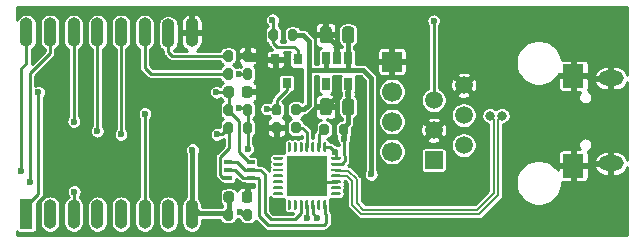
<source format=gtl>
G04 #@! TF.GenerationSoftware,KiCad,Pcbnew,(5.1.9-0-10_14)*
G04 #@! TF.CreationDate,2021-06-30T17:32:41+02:00*
G04 #@! TF.ProjectId,P1_wifi,50315f77-6966-4692-9e6b-696361645f70,rev?*
G04 #@! TF.SameCoordinates,Original*
G04 #@! TF.FileFunction,Copper,L1,Top*
G04 #@! TF.FilePolarity,Positive*
%FSLAX46Y46*%
G04 Gerber Fmt 4.6, Leading zero omitted, Abs format (unit mm)*
G04 Created by KiCad (PCBNEW (5.1.9-0-10_14)) date 2021-06-30 17:32:41*
%MOMM*%
%LPD*%
G01*
G04 APERTURE LIST*
G04 #@! TA.AperFunction,SMDPad,CuDef*
%ADD10R,3.350000X3.350000*%
G04 #@! TD*
G04 #@! TA.AperFunction,ComponentPad*
%ADD11C,1.700000*%
G04 #@! TD*
G04 #@! TA.AperFunction,ComponentPad*
%ADD12R,1.700000X1.700000*%
G04 #@! TD*
G04 #@! TA.AperFunction,SMDPad,CuDef*
%ADD13O,1.100000X2.500000*%
G04 #@! TD*
G04 #@! TA.AperFunction,SMDPad,CuDef*
%ADD14R,1.100000X2.500000*%
G04 #@! TD*
G04 #@! TA.AperFunction,SMDPad,CuDef*
%ADD15R,0.650000X1.060000*%
G04 #@! TD*
G04 #@! TA.AperFunction,SMDPad,CuDef*
%ADD16R,0.650000X0.400000*%
G04 #@! TD*
G04 #@! TA.AperFunction,SMDPad,CuDef*
%ADD17R,0.800000X0.900000*%
G04 #@! TD*
G04 #@! TA.AperFunction,ComponentPad*
%ADD18R,1.800000X2.000000*%
G04 #@! TD*
G04 #@! TA.AperFunction,ComponentPad*
%ADD19O,2.150000X1.300000*%
G04 #@! TD*
G04 #@! TA.AperFunction,ComponentPad*
%ADD20R,1.520000X1.520000*%
G04 #@! TD*
G04 #@! TA.AperFunction,ComponentPad*
%ADD21C,1.520000*%
G04 #@! TD*
G04 #@! TA.AperFunction,ViaPad*
%ADD22C,0.600000*%
G04 #@! TD*
G04 #@! TA.AperFunction,ViaPad*
%ADD23C,0.812800*%
G04 #@! TD*
G04 #@! TA.AperFunction,Conductor*
%ADD24C,0.254000*%
G04 #@! TD*
G04 #@! TA.AperFunction,Conductor*
%ADD25C,0.406400*%
G04 #@! TD*
G04 #@! TA.AperFunction,Conductor*
%ADD26C,0.203200*%
G04 #@! TD*
G04 #@! TA.AperFunction,Conductor*
%ADD27C,0.100000*%
G04 #@! TD*
G04 APERTURE END LIST*
D10*
X32512000Y5334000D03*
G04 #@! TA.AperFunction,SMDPad,CuDef*
G36*
G01*
X34137000Y3221500D02*
X34137000Y2546500D01*
G75*
G02*
X34074500Y2484000I-62500J0D01*
G01*
X33949500Y2484000D01*
G75*
G02*
X33887000Y2546500I0J62500D01*
G01*
X33887000Y3221500D01*
G75*
G02*
X33949500Y3284000I62500J0D01*
G01*
X34074500Y3284000D01*
G75*
G02*
X34137000Y3221500I0J-62500D01*
G01*
G37*
G04 #@! TD.AperFunction*
G04 #@! TA.AperFunction,SMDPad,CuDef*
G36*
G01*
X33637000Y3221500D02*
X33637000Y2546500D01*
G75*
G02*
X33574500Y2484000I-62500J0D01*
G01*
X33449500Y2484000D01*
G75*
G02*
X33387000Y2546500I0J62500D01*
G01*
X33387000Y3221500D01*
G75*
G02*
X33449500Y3284000I62500J0D01*
G01*
X33574500Y3284000D01*
G75*
G02*
X33637000Y3221500I0J-62500D01*
G01*
G37*
G04 #@! TD.AperFunction*
G04 #@! TA.AperFunction,SMDPad,CuDef*
G36*
G01*
X33137000Y3221500D02*
X33137000Y2546500D01*
G75*
G02*
X33074500Y2484000I-62500J0D01*
G01*
X32949500Y2484000D01*
G75*
G02*
X32887000Y2546500I0J62500D01*
G01*
X32887000Y3221500D01*
G75*
G02*
X32949500Y3284000I62500J0D01*
G01*
X33074500Y3284000D01*
G75*
G02*
X33137000Y3221500I0J-62500D01*
G01*
G37*
G04 #@! TD.AperFunction*
G04 #@! TA.AperFunction,SMDPad,CuDef*
G36*
G01*
X32637000Y3221500D02*
X32637000Y2546500D01*
G75*
G02*
X32574500Y2484000I-62500J0D01*
G01*
X32449500Y2484000D01*
G75*
G02*
X32387000Y2546500I0J62500D01*
G01*
X32387000Y3221500D01*
G75*
G02*
X32449500Y3284000I62500J0D01*
G01*
X32574500Y3284000D01*
G75*
G02*
X32637000Y3221500I0J-62500D01*
G01*
G37*
G04 #@! TD.AperFunction*
G04 #@! TA.AperFunction,SMDPad,CuDef*
G36*
G01*
X32137000Y3221500D02*
X32137000Y2546500D01*
G75*
G02*
X32074500Y2484000I-62500J0D01*
G01*
X31949500Y2484000D01*
G75*
G02*
X31887000Y2546500I0J62500D01*
G01*
X31887000Y3221500D01*
G75*
G02*
X31949500Y3284000I62500J0D01*
G01*
X32074500Y3284000D01*
G75*
G02*
X32137000Y3221500I0J-62500D01*
G01*
G37*
G04 #@! TD.AperFunction*
G04 #@! TA.AperFunction,SMDPad,CuDef*
G36*
G01*
X31637000Y3221500D02*
X31637000Y2546500D01*
G75*
G02*
X31574500Y2484000I-62500J0D01*
G01*
X31449500Y2484000D01*
G75*
G02*
X31387000Y2546500I0J62500D01*
G01*
X31387000Y3221500D01*
G75*
G02*
X31449500Y3284000I62500J0D01*
G01*
X31574500Y3284000D01*
G75*
G02*
X31637000Y3221500I0J-62500D01*
G01*
G37*
G04 #@! TD.AperFunction*
G04 #@! TA.AperFunction,SMDPad,CuDef*
G36*
G01*
X31137000Y3221500D02*
X31137000Y2546500D01*
G75*
G02*
X31074500Y2484000I-62500J0D01*
G01*
X30949500Y2484000D01*
G75*
G02*
X30887000Y2546500I0J62500D01*
G01*
X30887000Y3221500D01*
G75*
G02*
X30949500Y3284000I62500J0D01*
G01*
X31074500Y3284000D01*
G75*
G02*
X31137000Y3221500I0J-62500D01*
G01*
G37*
G04 #@! TD.AperFunction*
G04 #@! TA.AperFunction,SMDPad,CuDef*
G36*
G01*
X30462000Y3896500D02*
X30462000Y3771500D01*
G75*
G02*
X30399500Y3709000I-62500J0D01*
G01*
X29724500Y3709000D01*
G75*
G02*
X29662000Y3771500I0J62500D01*
G01*
X29662000Y3896500D01*
G75*
G02*
X29724500Y3959000I62500J0D01*
G01*
X30399500Y3959000D01*
G75*
G02*
X30462000Y3896500I0J-62500D01*
G01*
G37*
G04 #@! TD.AperFunction*
G04 #@! TA.AperFunction,SMDPad,CuDef*
G36*
G01*
X30462000Y4396500D02*
X30462000Y4271500D01*
G75*
G02*
X30399500Y4209000I-62500J0D01*
G01*
X29724500Y4209000D01*
G75*
G02*
X29662000Y4271500I0J62500D01*
G01*
X29662000Y4396500D01*
G75*
G02*
X29724500Y4459000I62500J0D01*
G01*
X30399500Y4459000D01*
G75*
G02*
X30462000Y4396500I0J-62500D01*
G01*
G37*
G04 #@! TD.AperFunction*
G04 #@! TA.AperFunction,SMDPad,CuDef*
G36*
G01*
X30462000Y4896500D02*
X30462000Y4771500D01*
G75*
G02*
X30399500Y4709000I-62500J0D01*
G01*
X29724500Y4709000D01*
G75*
G02*
X29662000Y4771500I0J62500D01*
G01*
X29662000Y4896500D01*
G75*
G02*
X29724500Y4959000I62500J0D01*
G01*
X30399500Y4959000D01*
G75*
G02*
X30462000Y4896500I0J-62500D01*
G01*
G37*
G04 #@! TD.AperFunction*
G04 #@! TA.AperFunction,SMDPad,CuDef*
G36*
G01*
X30462000Y5396500D02*
X30462000Y5271500D01*
G75*
G02*
X30399500Y5209000I-62500J0D01*
G01*
X29724500Y5209000D01*
G75*
G02*
X29662000Y5271500I0J62500D01*
G01*
X29662000Y5396500D01*
G75*
G02*
X29724500Y5459000I62500J0D01*
G01*
X30399500Y5459000D01*
G75*
G02*
X30462000Y5396500I0J-62500D01*
G01*
G37*
G04 #@! TD.AperFunction*
G04 #@! TA.AperFunction,SMDPad,CuDef*
G36*
G01*
X30462000Y5896500D02*
X30462000Y5771500D01*
G75*
G02*
X30399500Y5709000I-62500J0D01*
G01*
X29724500Y5709000D01*
G75*
G02*
X29662000Y5771500I0J62500D01*
G01*
X29662000Y5896500D01*
G75*
G02*
X29724500Y5959000I62500J0D01*
G01*
X30399500Y5959000D01*
G75*
G02*
X30462000Y5896500I0J-62500D01*
G01*
G37*
G04 #@! TD.AperFunction*
G04 #@! TA.AperFunction,SMDPad,CuDef*
G36*
G01*
X30462000Y6396500D02*
X30462000Y6271500D01*
G75*
G02*
X30399500Y6209000I-62500J0D01*
G01*
X29724500Y6209000D01*
G75*
G02*
X29662000Y6271500I0J62500D01*
G01*
X29662000Y6396500D01*
G75*
G02*
X29724500Y6459000I62500J0D01*
G01*
X30399500Y6459000D01*
G75*
G02*
X30462000Y6396500I0J-62500D01*
G01*
G37*
G04 #@! TD.AperFunction*
G04 #@! TA.AperFunction,SMDPad,CuDef*
G36*
G01*
X30462000Y6896500D02*
X30462000Y6771500D01*
G75*
G02*
X30399500Y6709000I-62500J0D01*
G01*
X29724500Y6709000D01*
G75*
G02*
X29662000Y6771500I0J62500D01*
G01*
X29662000Y6896500D01*
G75*
G02*
X29724500Y6959000I62500J0D01*
G01*
X30399500Y6959000D01*
G75*
G02*
X30462000Y6896500I0J-62500D01*
G01*
G37*
G04 #@! TD.AperFunction*
G04 #@! TA.AperFunction,SMDPad,CuDef*
G36*
G01*
X31137000Y8121500D02*
X31137000Y7446500D01*
G75*
G02*
X31074500Y7384000I-62500J0D01*
G01*
X30949500Y7384000D01*
G75*
G02*
X30887000Y7446500I0J62500D01*
G01*
X30887000Y8121500D01*
G75*
G02*
X30949500Y8184000I62500J0D01*
G01*
X31074500Y8184000D01*
G75*
G02*
X31137000Y8121500I0J-62500D01*
G01*
G37*
G04 #@! TD.AperFunction*
G04 #@! TA.AperFunction,SMDPad,CuDef*
G36*
G01*
X31637000Y8121500D02*
X31637000Y7446500D01*
G75*
G02*
X31574500Y7384000I-62500J0D01*
G01*
X31449500Y7384000D01*
G75*
G02*
X31387000Y7446500I0J62500D01*
G01*
X31387000Y8121500D01*
G75*
G02*
X31449500Y8184000I62500J0D01*
G01*
X31574500Y8184000D01*
G75*
G02*
X31637000Y8121500I0J-62500D01*
G01*
G37*
G04 #@! TD.AperFunction*
G04 #@! TA.AperFunction,SMDPad,CuDef*
G36*
G01*
X32137000Y8121500D02*
X32137000Y7446500D01*
G75*
G02*
X32074500Y7384000I-62500J0D01*
G01*
X31949500Y7384000D01*
G75*
G02*
X31887000Y7446500I0J62500D01*
G01*
X31887000Y8121500D01*
G75*
G02*
X31949500Y8184000I62500J0D01*
G01*
X32074500Y8184000D01*
G75*
G02*
X32137000Y8121500I0J-62500D01*
G01*
G37*
G04 #@! TD.AperFunction*
G04 #@! TA.AperFunction,SMDPad,CuDef*
G36*
G01*
X32637000Y8121500D02*
X32637000Y7446500D01*
G75*
G02*
X32574500Y7384000I-62500J0D01*
G01*
X32449500Y7384000D01*
G75*
G02*
X32387000Y7446500I0J62500D01*
G01*
X32387000Y8121500D01*
G75*
G02*
X32449500Y8184000I62500J0D01*
G01*
X32574500Y8184000D01*
G75*
G02*
X32637000Y8121500I0J-62500D01*
G01*
G37*
G04 #@! TD.AperFunction*
G04 #@! TA.AperFunction,SMDPad,CuDef*
G36*
G01*
X33137000Y8121500D02*
X33137000Y7446500D01*
G75*
G02*
X33074500Y7384000I-62500J0D01*
G01*
X32949500Y7384000D01*
G75*
G02*
X32887000Y7446500I0J62500D01*
G01*
X32887000Y8121500D01*
G75*
G02*
X32949500Y8184000I62500J0D01*
G01*
X33074500Y8184000D01*
G75*
G02*
X33137000Y8121500I0J-62500D01*
G01*
G37*
G04 #@! TD.AperFunction*
G04 #@! TA.AperFunction,SMDPad,CuDef*
G36*
G01*
X33637000Y8121500D02*
X33637000Y7446500D01*
G75*
G02*
X33574500Y7384000I-62500J0D01*
G01*
X33449500Y7384000D01*
G75*
G02*
X33387000Y7446500I0J62500D01*
G01*
X33387000Y8121500D01*
G75*
G02*
X33449500Y8184000I62500J0D01*
G01*
X33574500Y8184000D01*
G75*
G02*
X33637000Y8121500I0J-62500D01*
G01*
G37*
G04 #@! TD.AperFunction*
G04 #@! TA.AperFunction,SMDPad,CuDef*
G36*
G01*
X34137000Y8121500D02*
X34137000Y7446500D01*
G75*
G02*
X34074500Y7384000I-62500J0D01*
G01*
X33949500Y7384000D01*
G75*
G02*
X33887000Y7446500I0J62500D01*
G01*
X33887000Y8121500D01*
G75*
G02*
X33949500Y8184000I62500J0D01*
G01*
X34074500Y8184000D01*
G75*
G02*
X34137000Y8121500I0J-62500D01*
G01*
G37*
G04 #@! TD.AperFunction*
G04 #@! TA.AperFunction,SMDPad,CuDef*
G36*
G01*
X35362000Y6896500D02*
X35362000Y6771500D01*
G75*
G02*
X35299500Y6709000I-62500J0D01*
G01*
X34624500Y6709000D01*
G75*
G02*
X34562000Y6771500I0J62500D01*
G01*
X34562000Y6896500D01*
G75*
G02*
X34624500Y6959000I62500J0D01*
G01*
X35299500Y6959000D01*
G75*
G02*
X35362000Y6896500I0J-62500D01*
G01*
G37*
G04 #@! TD.AperFunction*
G04 #@! TA.AperFunction,SMDPad,CuDef*
G36*
G01*
X35362000Y6396500D02*
X35362000Y6271500D01*
G75*
G02*
X35299500Y6209000I-62500J0D01*
G01*
X34624500Y6209000D01*
G75*
G02*
X34562000Y6271500I0J62500D01*
G01*
X34562000Y6396500D01*
G75*
G02*
X34624500Y6459000I62500J0D01*
G01*
X35299500Y6459000D01*
G75*
G02*
X35362000Y6396500I0J-62500D01*
G01*
G37*
G04 #@! TD.AperFunction*
G04 #@! TA.AperFunction,SMDPad,CuDef*
G36*
G01*
X35362000Y5896500D02*
X35362000Y5771500D01*
G75*
G02*
X35299500Y5709000I-62500J0D01*
G01*
X34624500Y5709000D01*
G75*
G02*
X34562000Y5771500I0J62500D01*
G01*
X34562000Y5896500D01*
G75*
G02*
X34624500Y5959000I62500J0D01*
G01*
X35299500Y5959000D01*
G75*
G02*
X35362000Y5896500I0J-62500D01*
G01*
G37*
G04 #@! TD.AperFunction*
G04 #@! TA.AperFunction,SMDPad,CuDef*
G36*
G01*
X35362000Y5396500D02*
X35362000Y5271500D01*
G75*
G02*
X35299500Y5209000I-62500J0D01*
G01*
X34624500Y5209000D01*
G75*
G02*
X34562000Y5271500I0J62500D01*
G01*
X34562000Y5396500D01*
G75*
G02*
X34624500Y5459000I62500J0D01*
G01*
X35299500Y5459000D01*
G75*
G02*
X35362000Y5396500I0J-62500D01*
G01*
G37*
G04 #@! TD.AperFunction*
G04 #@! TA.AperFunction,SMDPad,CuDef*
G36*
G01*
X35362000Y4896500D02*
X35362000Y4771500D01*
G75*
G02*
X35299500Y4709000I-62500J0D01*
G01*
X34624500Y4709000D01*
G75*
G02*
X34562000Y4771500I0J62500D01*
G01*
X34562000Y4896500D01*
G75*
G02*
X34624500Y4959000I62500J0D01*
G01*
X35299500Y4959000D01*
G75*
G02*
X35362000Y4896500I0J-62500D01*
G01*
G37*
G04 #@! TD.AperFunction*
G04 #@! TA.AperFunction,SMDPad,CuDef*
G36*
G01*
X35362000Y4396500D02*
X35362000Y4271500D01*
G75*
G02*
X35299500Y4209000I-62500J0D01*
G01*
X34624500Y4209000D01*
G75*
G02*
X34562000Y4271500I0J62500D01*
G01*
X34562000Y4396500D01*
G75*
G02*
X34624500Y4459000I62500J0D01*
G01*
X35299500Y4459000D01*
G75*
G02*
X35362000Y4396500I0J-62500D01*
G01*
G37*
G04 #@! TD.AperFunction*
G04 #@! TA.AperFunction,SMDPad,CuDef*
G36*
G01*
X35362000Y3896500D02*
X35362000Y3771500D01*
G75*
G02*
X35299500Y3709000I-62500J0D01*
G01*
X34624500Y3709000D01*
G75*
G02*
X34562000Y3771500I0J62500D01*
G01*
X34562000Y3896500D01*
G75*
G02*
X34624500Y3959000I62500J0D01*
G01*
X35299500Y3959000D01*
G75*
G02*
X35362000Y3896500I0J-62500D01*
G01*
G37*
G04 #@! TD.AperFunction*
D11*
X39711500Y9937000D03*
X39711500Y12477000D03*
X39711500Y7397000D03*
D12*
X39711500Y15017000D03*
D13*
X8763000Y17494000D03*
X10763000Y17494000D03*
X12763000Y17494000D03*
X14763000Y17494000D03*
X16763000Y17494000D03*
X18763000Y17494000D03*
X20763000Y17394000D03*
X22763000Y17494000D03*
X22763000Y2094000D03*
X20763000Y2094000D03*
X18763000Y2094000D03*
X16763000Y2094000D03*
X14763000Y2094000D03*
X12763000Y2094000D03*
X10763000Y2094000D03*
D14*
X8763000Y2094000D03*
D15*
X36002000Y13124000D03*
X34102000Y13124000D03*
X34102000Y15324000D03*
X35052000Y15324000D03*
X36002000Y15324000D03*
G04 #@! TA.AperFunction,SMDPad,CuDef*
G36*
G01*
X34602000Y11651000D02*
X34602000Y10701000D01*
G75*
G02*
X34352000Y10451000I-250000J0D01*
G01*
X33852000Y10451000D01*
G75*
G02*
X33602000Y10701000I0J250000D01*
G01*
X33602000Y11651000D01*
G75*
G02*
X33852000Y11901000I250000J0D01*
G01*
X34352000Y11901000D01*
G75*
G02*
X34602000Y11651000I0J-250000D01*
G01*
G37*
G04 #@! TD.AperFunction*
G04 #@! TA.AperFunction,SMDPad,CuDef*
G36*
G01*
X36502000Y11651000D02*
X36502000Y10701000D01*
G75*
G02*
X36252000Y10451000I-250000J0D01*
G01*
X35752000Y10451000D01*
G75*
G02*
X35502000Y10701000I0J250000D01*
G01*
X35502000Y11651000D01*
G75*
G02*
X35752000Y11901000I250000J0D01*
G01*
X36252000Y11901000D01*
G75*
G02*
X36502000Y11651000I0J-250000D01*
G01*
G37*
G04 #@! TD.AperFunction*
G04 #@! TA.AperFunction,SMDPad,CuDef*
G36*
G01*
X34602000Y17747000D02*
X34602000Y16797000D01*
G75*
G02*
X34352000Y16547000I-250000J0D01*
G01*
X33852000Y16547000D01*
G75*
G02*
X33602000Y16797000I0J250000D01*
G01*
X33602000Y17747000D01*
G75*
G02*
X33852000Y17997000I250000J0D01*
G01*
X34352000Y17997000D01*
G75*
G02*
X34602000Y17747000I0J-250000D01*
G01*
G37*
G04 #@! TD.AperFunction*
G04 #@! TA.AperFunction,SMDPad,CuDef*
G36*
G01*
X36502000Y17747000D02*
X36502000Y16797000D01*
G75*
G02*
X36252000Y16547000I-250000J0D01*
G01*
X35752000Y16547000D01*
G75*
G02*
X35502000Y16797000I0J250000D01*
G01*
X35502000Y17747000D01*
G75*
G02*
X35752000Y17997000I250000J0D01*
G01*
X36252000Y17997000D01*
G75*
G02*
X36502000Y17747000I0J-250000D01*
G01*
G37*
G04 #@! TD.AperFunction*
G04 #@! TA.AperFunction,SMDPad,CuDef*
G36*
G01*
X31184400Y9148400D02*
X31184400Y9698400D01*
G75*
G02*
X31384400Y9898400I200000J0D01*
G01*
X31784400Y9898400D01*
G75*
G02*
X31984400Y9698400I0J-200000D01*
G01*
X31984400Y9148400D01*
G75*
G02*
X31784400Y8948400I-200000J0D01*
G01*
X31384400Y8948400D01*
G75*
G02*
X31184400Y9148400I0J200000D01*
G01*
G37*
G04 #@! TD.AperFunction*
G04 #@! TA.AperFunction,SMDPad,CuDef*
G36*
G01*
X29534400Y9148400D02*
X29534400Y9698400D01*
G75*
G02*
X29734400Y9898400I200000J0D01*
G01*
X30134400Y9898400D01*
G75*
G02*
X30334400Y9698400I0J-200000D01*
G01*
X30334400Y9148400D01*
G75*
G02*
X30134400Y8948400I-200000J0D01*
G01*
X29734400Y8948400D01*
G75*
G02*
X29534400Y9148400I0J200000D01*
G01*
G37*
G04 #@! TD.AperFunction*
G04 #@! TA.AperFunction,SMDPad,CuDef*
G36*
G01*
X27095000Y15219000D02*
X27095000Y15769000D01*
G75*
G02*
X27295000Y15969000I200000J0D01*
G01*
X27695000Y15969000D01*
G75*
G02*
X27895000Y15769000I0J-200000D01*
G01*
X27895000Y15219000D01*
G75*
G02*
X27695000Y15019000I-200000J0D01*
G01*
X27295000Y15019000D01*
G75*
G02*
X27095000Y15219000I0J200000D01*
G01*
G37*
G04 #@! TD.AperFunction*
G04 #@! TA.AperFunction,SMDPad,CuDef*
G36*
G01*
X25445000Y15219000D02*
X25445000Y15769000D01*
G75*
G02*
X25645000Y15969000I200000J0D01*
G01*
X26045000Y15969000D01*
G75*
G02*
X26245000Y15769000I0J-200000D01*
G01*
X26245000Y15219000D01*
G75*
G02*
X26045000Y15019000I-200000J0D01*
G01*
X25645000Y15019000D01*
G75*
G02*
X25445000Y15219000I0J200000D01*
G01*
G37*
G04 #@! TD.AperFunction*
G04 #@! TA.AperFunction,SMDPad,CuDef*
G36*
G01*
X27095000Y9123000D02*
X27095000Y9673000D01*
G75*
G02*
X27295000Y9873000I200000J0D01*
G01*
X27695000Y9873000D01*
G75*
G02*
X27895000Y9673000I0J-200000D01*
G01*
X27895000Y9123000D01*
G75*
G02*
X27695000Y8923000I-200000J0D01*
G01*
X27295000Y8923000D01*
G75*
G02*
X27095000Y9123000I0J200000D01*
G01*
G37*
G04 #@! TD.AperFunction*
G04 #@! TA.AperFunction,SMDPad,CuDef*
G36*
G01*
X25445000Y9123000D02*
X25445000Y9673000D01*
G75*
G02*
X25645000Y9873000I200000J0D01*
G01*
X26045000Y9873000D01*
G75*
G02*
X26245000Y9673000I0J-200000D01*
G01*
X26245000Y9123000D01*
G75*
G02*
X26045000Y8923000I-200000J0D01*
G01*
X25645000Y8923000D01*
G75*
G02*
X25445000Y9123000I0J200000D01*
G01*
G37*
G04 #@! TD.AperFunction*
G04 #@! TA.AperFunction,SMDPad,CuDef*
G36*
G01*
X34373000Y9546000D02*
X34373000Y8996000D01*
G75*
G02*
X34173000Y8796000I-200000J0D01*
G01*
X33773000Y8796000D01*
G75*
G02*
X33573000Y8996000I0J200000D01*
G01*
X33573000Y9546000D01*
G75*
G02*
X33773000Y9746000I200000J0D01*
G01*
X34173000Y9746000D01*
G75*
G02*
X34373000Y9546000I0J-200000D01*
G01*
G37*
G04 #@! TD.AperFunction*
G04 #@! TA.AperFunction,SMDPad,CuDef*
G36*
G01*
X36023000Y9546000D02*
X36023000Y8996000D01*
G75*
G02*
X35823000Y8796000I-200000J0D01*
G01*
X35423000Y8796000D01*
G75*
G02*
X35223000Y8996000I0J200000D01*
G01*
X35223000Y9546000D01*
G75*
G02*
X35423000Y9746000I200000J0D01*
G01*
X35823000Y9746000D01*
G75*
G02*
X36023000Y9546000I0J-200000D01*
G01*
G37*
G04 #@! TD.AperFunction*
G04 #@! TA.AperFunction,SMDPad,CuDef*
G36*
G01*
X27095000Y13695000D02*
X27095000Y14245000D01*
G75*
G02*
X27295000Y14445000I200000J0D01*
G01*
X27695000Y14445000D01*
G75*
G02*
X27895000Y14245000I0J-200000D01*
G01*
X27895000Y13695000D01*
G75*
G02*
X27695000Y13495000I-200000J0D01*
G01*
X27295000Y13495000D01*
G75*
G02*
X27095000Y13695000I0J200000D01*
G01*
G37*
G04 #@! TD.AperFunction*
G04 #@! TA.AperFunction,SMDPad,CuDef*
G36*
G01*
X25445000Y13695000D02*
X25445000Y14245000D01*
G75*
G02*
X25645000Y14445000I200000J0D01*
G01*
X26045000Y14445000D01*
G75*
G02*
X26245000Y14245000I0J-200000D01*
G01*
X26245000Y13695000D01*
G75*
G02*
X26045000Y13495000I-200000J0D01*
G01*
X25645000Y13495000D01*
G75*
G02*
X25445000Y13695000I0J200000D01*
G01*
G37*
G04 #@! TD.AperFunction*
G04 #@! TA.AperFunction,SMDPad,CuDef*
G36*
G01*
X30334400Y11222400D02*
X30334400Y10672400D01*
G75*
G02*
X30134400Y10472400I-200000J0D01*
G01*
X29734400Y10472400D01*
G75*
G02*
X29534400Y10672400I0J200000D01*
G01*
X29534400Y11222400D01*
G75*
G02*
X29734400Y11422400I200000J0D01*
G01*
X30134400Y11422400D01*
G75*
G02*
X30334400Y11222400I0J-200000D01*
G01*
G37*
G04 #@! TD.AperFunction*
G04 #@! TA.AperFunction,SMDPad,CuDef*
G36*
G01*
X31984400Y11222400D02*
X31984400Y10672400D01*
G75*
G02*
X31784400Y10472400I-200000J0D01*
G01*
X31384400Y10472400D01*
G75*
G02*
X31184400Y10672400I0J200000D01*
G01*
X31184400Y11222400D01*
G75*
G02*
X31384400Y11422400I200000J0D01*
G01*
X31784400Y11422400D01*
G75*
G02*
X31984400Y11222400I0J-200000D01*
G01*
G37*
G04 #@! TD.AperFunction*
G04 #@! TA.AperFunction,SMDPad,CuDef*
G36*
G01*
X27094500Y1757000D02*
X27094500Y2307000D01*
G75*
G02*
X27294500Y2507000I200000J0D01*
G01*
X27694500Y2507000D01*
G75*
G02*
X27894500Y2307000I0J-200000D01*
G01*
X27894500Y1757000D01*
G75*
G02*
X27694500Y1557000I-200000J0D01*
G01*
X27294500Y1557000D01*
G75*
G02*
X27094500Y1757000I0J200000D01*
G01*
G37*
G04 #@! TD.AperFunction*
G04 #@! TA.AperFunction,SMDPad,CuDef*
G36*
G01*
X25444500Y1757000D02*
X25444500Y2307000D01*
G75*
G02*
X25644500Y2507000I200000J0D01*
G01*
X26044500Y2507000D01*
G75*
G02*
X26244500Y2307000I0J-200000D01*
G01*
X26244500Y1757000D01*
G75*
G02*
X26044500Y1557000I-200000J0D01*
G01*
X25644500Y1557000D01*
G75*
G02*
X25444500Y1757000I0J200000D01*
G01*
G37*
G04 #@! TD.AperFunction*
G04 #@! TA.AperFunction,SMDPad,CuDef*
G36*
G01*
X27095000Y10647000D02*
X27095000Y11197000D01*
G75*
G02*
X27295000Y11397000I200000J0D01*
G01*
X27695000Y11397000D01*
G75*
G02*
X27895000Y11197000I0J-200000D01*
G01*
X27895000Y10647000D01*
G75*
G02*
X27695000Y10447000I-200000J0D01*
G01*
X27295000Y10447000D01*
G75*
G02*
X27095000Y10647000I0J200000D01*
G01*
G37*
G04 #@! TD.AperFunction*
G04 #@! TA.AperFunction,SMDPad,CuDef*
G36*
G01*
X25445000Y10647000D02*
X25445000Y11197000D01*
G75*
G02*
X25645000Y11397000I200000J0D01*
G01*
X26045000Y11397000D01*
G75*
G02*
X26245000Y11197000I0J-200000D01*
G01*
X26245000Y10647000D01*
G75*
G02*
X26045000Y10447000I-200000J0D01*
G01*
X25645000Y10447000D01*
G75*
G02*
X25445000Y10647000I0J200000D01*
G01*
G37*
G04 #@! TD.AperFunction*
G04 #@! TA.AperFunction,SMDPad,CuDef*
G36*
G01*
X30055000Y17547000D02*
X30055000Y16997000D01*
G75*
G02*
X29855000Y16797000I-200000J0D01*
G01*
X29455000Y16797000D01*
G75*
G02*
X29255000Y16997000I0J200000D01*
G01*
X29255000Y17547000D01*
G75*
G02*
X29455000Y17747000I200000J0D01*
G01*
X29855000Y17747000D01*
G75*
G02*
X30055000Y17547000I0J-200000D01*
G01*
G37*
G04 #@! TD.AperFunction*
G04 #@! TA.AperFunction,SMDPad,CuDef*
G36*
G01*
X31705000Y17547000D02*
X31705000Y16997000D01*
G75*
G02*
X31505000Y16797000I-200000J0D01*
G01*
X31105000Y16797000D01*
G75*
G02*
X30905000Y16997000I0J200000D01*
G01*
X30905000Y17547000D01*
G75*
G02*
X31105000Y17747000I200000J0D01*
G01*
X31505000Y17747000D01*
G75*
G02*
X31705000Y17547000I0J-200000D01*
G01*
G37*
G04 #@! TD.AperFunction*
D16*
X25847000Y5192000D03*
X25847000Y6492000D03*
X27747000Y5842000D03*
X25847000Y5842000D03*
X27747000Y6492000D03*
X27747000Y5192000D03*
D17*
X30784800Y13198600D03*
X29834800Y15198600D03*
X31734800Y15198600D03*
D18*
X55069500Y13800000D03*
D19*
X58229500Y13600000D03*
D18*
X55069500Y6200000D03*
D19*
X58229500Y6400000D03*
G04 #@! TA.AperFunction,SMDPad,CuDef*
G36*
G01*
X26995000Y12196000D02*
X26995000Y12696000D01*
G75*
G02*
X27220000Y12921000I225000J0D01*
G01*
X27670000Y12921000D01*
G75*
G02*
X27895000Y12696000I0J-225000D01*
G01*
X27895000Y12196000D01*
G75*
G02*
X27670000Y11971000I-225000J0D01*
G01*
X27220000Y11971000D01*
G75*
G02*
X26995000Y12196000I0J225000D01*
G01*
G37*
G04 #@! TD.AperFunction*
G04 #@! TA.AperFunction,SMDPad,CuDef*
G36*
G01*
X25445000Y12196000D02*
X25445000Y12696000D01*
G75*
G02*
X25670000Y12921000I225000J0D01*
G01*
X26120000Y12921000D01*
G75*
G02*
X26345000Y12696000I0J-225000D01*
G01*
X26345000Y12196000D01*
G75*
G02*
X26120000Y11971000I-225000J0D01*
G01*
X25670000Y11971000D01*
G75*
G02*
X25445000Y12196000I0J225000D01*
G01*
G37*
G04 #@! TD.AperFunction*
G04 #@! TA.AperFunction,SMDPad,CuDef*
G36*
G01*
X26995000Y3306000D02*
X26995000Y3806000D01*
G75*
G02*
X27220000Y4031000I225000J0D01*
G01*
X27670000Y4031000D01*
G75*
G02*
X27895000Y3806000I0J-225000D01*
G01*
X27895000Y3306000D01*
G75*
G02*
X27670000Y3081000I-225000J0D01*
G01*
X27220000Y3081000D01*
G75*
G02*
X26995000Y3306000I0J225000D01*
G01*
G37*
G04 #@! TD.AperFunction*
G04 #@! TA.AperFunction,SMDPad,CuDef*
G36*
G01*
X25445000Y3306000D02*
X25445000Y3806000D01*
G75*
G02*
X25670000Y4031000I225000J0D01*
G01*
X26120000Y4031000D01*
G75*
G02*
X26345000Y3806000I0J-225000D01*
G01*
X26345000Y3306000D01*
G75*
G02*
X26120000Y3081000I-225000J0D01*
G01*
X25670000Y3081000D01*
G75*
G02*
X25445000Y3306000I0J225000D01*
G01*
G37*
G04 #@! TD.AperFunction*
D20*
X43243500Y6667500D03*
D21*
X45783500Y7937500D03*
X43243500Y9207500D03*
X45783500Y10477500D03*
X43243500Y11747500D03*
X45783500Y13017500D03*
D22*
X31496000Y4318000D03*
X33528000Y6350000D03*
X31496000Y6350000D03*
X33528000Y4318000D03*
X35052000Y16322000D03*
X35052000Y13462000D03*
X30099000Y7620000D03*
X31851600Y13716000D03*
X24511000Y18034000D03*
X11557000Y14351000D03*
X11557000Y4445000D03*
X27432000Y4445000D03*
X36703000Y7239000D03*
X36703000Y8763000D03*
X36931600Y13335000D03*
X30022800Y2844800D03*
X35153600Y2895600D03*
X24434800Y3098800D03*
X18034000Y15240000D03*
X21082000Y11684000D03*
X20574000Y5588000D03*
X15240000Y5588000D03*
X41656000Y4318000D03*
X45974000Y4318000D03*
X43688000Y762000D03*
X49022000Y1778000D03*
X50038000Y7620000D03*
X47244000Y7112000D03*
X48514000Y12573000D03*
X58928000Y19050000D03*
X57658000Y19050000D03*
X58928000Y17780000D03*
X58928000Y1016000D03*
X58928000Y2286000D03*
X57404000Y1016000D03*
X8128000Y19304000D03*
X26416000Y19050000D03*
X49276000Y19050000D03*
X58928000Y16256000D03*
X58928000Y3810000D03*
X55880000Y1016000D03*
X54102000Y1016000D03*
X56388000Y19050000D03*
X54864000Y19050000D03*
X41402000Y11176000D03*
X41402000Y8382000D03*
X41402000Y13716000D03*
X34903703Y7364651D03*
X37947600Y5460996D03*
X26797000Y13970000D03*
X36002000Y12258000D03*
X27495000Y7620000D03*
X22809200Y7569198D03*
X26797000Y11049000D03*
X35623007Y8495813D03*
X29591000Y18542000D03*
X43243504Y18478502D03*
X24841200Y12420600D03*
X9779000Y12420598D03*
X16764000Y8848788D03*
X24892000Y8848788D03*
D23*
X49022000Y10429855D03*
X48006000Y10429855D03*
D22*
X12801600Y4013200D03*
X26847800Y2285994D03*
X12776200Y9931400D03*
X14757400Y9118600D03*
X32512000Y1773210D03*
X8280400Y5765800D03*
X33401000Y1778000D03*
X9042400Y4800600D03*
X18796000Y10612421D03*
X29108400Y10998200D03*
D24*
X32056790Y4878790D02*
X32512000Y5334000D01*
X33012000Y4834000D02*
X32512000Y5334000D01*
X34962000Y4834000D02*
X33012000Y4834000D01*
D25*
X35052000Y15324000D02*
X35052000Y16322000D01*
D24*
X27445000Y12446000D02*
X27686000Y12446000D01*
X28718000Y15224000D02*
X28702000Y15240000D01*
D25*
X29530000Y15224000D02*
X28718000Y15224000D01*
D24*
X27445000Y3556000D02*
X27432000Y3556000D01*
D25*
X22763000Y16794000D02*
X22763000Y17810000D01*
X35052000Y12126000D02*
X35052000Y13462000D01*
X34102000Y11176000D02*
X35052000Y12126000D01*
X27432000Y3556000D02*
X27432000Y4445000D01*
X28702000Y12700000D02*
X28702000Y15240000D01*
X28448000Y12446000D02*
X28702000Y12700000D01*
X27445000Y12446000D02*
X28448000Y12446000D01*
X27749000Y15240000D02*
X27495000Y15494000D01*
X28702000Y15240000D02*
X27749000Y15240000D01*
D24*
X29921200Y7797800D02*
X30099000Y7620000D01*
X29921200Y9131800D02*
X29921200Y7797800D01*
X29655000Y9398000D02*
X29921200Y9131800D01*
X29655000Y9487400D02*
X29655000Y9398000D01*
D25*
X34112200Y17272000D02*
X34102000Y17272000D01*
X35052000Y16332200D02*
X34112200Y17272000D01*
X35052000Y16322000D02*
X35052000Y16332200D01*
X36002000Y15324000D02*
X36002000Y17272000D01*
X34102000Y15324000D02*
X34102000Y14285000D01*
X36002000Y15324000D02*
X36002000Y15306000D01*
X36002000Y14285000D02*
X36002000Y15324000D01*
D24*
X34484354Y7784000D02*
X34903703Y7364651D01*
X34962000Y6834000D02*
X34962000Y7306354D01*
X34962000Y7306354D02*
X34903703Y7364651D01*
X34012000Y7784000D02*
X34484354Y7784000D01*
D25*
X32664400Y11379200D02*
X32283400Y10998200D01*
X32283400Y10998200D02*
X31584400Y10998200D01*
X32181800Y17272000D02*
X32664400Y16789400D01*
X31305000Y17272000D02*
X32181800Y17272000D01*
X32705000Y14285000D02*
X32664400Y14325600D01*
X34102000Y14285000D02*
X32705000Y14285000D01*
X32664400Y14325600D02*
X32664400Y11379200D01*
X32664400Y16789400D02*
X32664400Y14325600D01*
X37279037Y14285000D02*
X37947600Y13616437D01*
X37947600Y13616437D02*
X37947600Y5460996D01*
X34102000Y14285000D02*
X37279037Y14285000D01*
D24*
X35623000Y9271000D02*
X35623000Y9461000D01*
D25*
X36002000Y9840000D02*
X36002000Y11176000D01*
X35623000Y9461000D02*
X36002000Y9840000D01*
D24*
X36129000Y11303000D02*
X36002000Y11176000D01*
X27495000Y13970000D02*
X26670000Y13970000D01*
X25895000Y2082500D02*
X25844500Y2032000D01*
D25*
X25895000Y3556000D02*
X25895000Y2082500D01*
X23398000Y2159000D02*
X25717500Y2159000D01*
X25717500Y2159000D02*
X25844500Y2032000D01*
X23398000Y2159000D02*
X22763000Y2794000D01*
X36002000Y12258000D02*
X36002000Y11176000D01*
X36002000Y13124000D02*
X36002000Y12258000D01*
X22809200Y2840200D02*
X22809200Y7569198D01*
X22763000Y2794000D02*
X22809200Y2840200D01*
D24*
X27368000Y11049000D02*
X27495000Y10922000D01*
X26797000Y11049000D02*
X27368000Y11049000D01*
X27495000Y10922000D02*
X27495000Y9398000D01*
X27495000Y9398000D02*
X27495000Y7620000D01*
D25*
X35623000Y8495806D02*
X35623000Y9271000D01*
D24*
X35661600Y7089776D02*
X35661600Y8457206D01*
X35692210Y7059166D02*
X35661600Y7089776D01*
X35692210Y6608834D02*
X35692210Y7059166D01*
X35661600Y6553200D02*
X35661600Y6578224D01*
X35661600Y6578224D02*
X35692210Y6608834D01*
X35442400Y6334000D02*
X35661600Y6553200D01*
X35661600Y8457206D02*
X35623000Y8495806D01*
X34962000Y6334000D02*
X35442400Y6334000D01*
X29655000Y18478000D02*
X29591000Y18542000D01*
X29655000Y17272000D02*
X29655000Y18478000D01*
X43243500Y11747500D02*
X43243500Y18478498D01*
X43243500Y18478498D02*
X43243504Y18478502D01*
X29655000Y16573000D02*
X29655000Y17272000D01*
X29972000Y16256000D02*
X29655000Y16573000D01*
X31445200Y16256000D02*
X29972000Y16256000D01*
X31430000Y15224000D02*
X31724600Y15224000D01*
X31724600Y15976600D02*
X31445200Y16256000D01*
X31724600Y15224000D02*
X31724600Y15976600D01*
X32012000Y2884000D02*
X32012000Y3056000D01*
X27277638Y5842000D02*
X27747000Y5842000D01*
X26627638Y6492000D02*
X27277638Y5842000D01*
X25847000Y6492000D02*
X26627638Y6492000D01*
X32012000Y2167000D02*
X32012000Y2884000D01*
X31496000Y1651000D02*
X32012000Y2167000D01*
X27747000Y5842000D02*
X28575000Y5842000D01*
X29464000Y1651000D02*
X31496000Y1651000D01*
X28956000Y2159000D02*
X29464000Y1651000D01*
X28956000Y5461000D02*
X28956000Y2159000D01*
X28575000Y5842000D02*
X28956000Y5461000D01*
X27747000Y5192000D02*
X27066000Y5192000D01*
X26416000Y5842000D02*
X25847000Y5842000D01*
X27066000Y5192000D02*
X26416000Y5842000D01*
X34158202Y2063598D02*
X34012000Y2209800D01*
X34158202Y1348502D02*
X34158202Y2063598D01*
X28326000Y5192000D02*
X28448000Y5070000D01*
X29210000Y1143000D02*
X33952700Y1143000D01*
X28448000Y1905000D02*
X29210000Y1143000D01*
X28448000Y5070000D02*
X28448000Y1905000D01*
X33952700Y1143000D02*
X34158202Y1348502D01*
X27747000Y5192000D02*
X28326000Y5192000D01*
X34012000Y2209800D02*
X34012000Y2884000D01*
X25895000Y10972000D02*
X25845000Y10922000D01*
X25895000Y12446000D02*
X25895000Y10972000D01*
X27747000Y6492000D02*
X27622000Y6492000D01*
X27622000Y6492000D02*
X26764790Y7349210D01*
X26764790Y10002210D02*
X26764790Y7349210D01*
X25845000Y10922000D02*
X26764790Y10002210D01*
X24866600Y12446000D02*
X24841200Y12420600D01*
X25895000Y12446000D02*
X24866600Y12446000D01*
X9779001Y3810001D02*
X9779000Y11996334D01*
X8763000Y2794000D02*
X9779001Y3810001D01*
X9779000Y11996334D02*
X9779000Y12420598D01*
X16763000Y16794000D02*
X16763000Y11303000D01*
X16763000Y11303000D02*
X16764000Y11303000D01*
X16763000Y8849788D02*
X16764000Y8848788D01*
X16763000Y11303000D02*
X16763000Y8849788D01*
X25295788Y8848788D02*
X25845000Y9398000D01*
X24892000Y8848788D02*
X25295788Y8848788D01*
X25908000Y7672362D02*
X25908000Y7747000D01*
X25191799Y5377839D02*
X25191799Y6956161D01*
X25377638Y5192000D02*
X25191799Y5377839D01*
X25908000Y7747000D02*
X25908000Y9398000D01*
X25191799Y6956161D02*
X25908000Y7672362D01*
X25847000Y5192000D02*
X25377638Y5192000D01*
D26*
X36321297Y4877503D02*
X35864800Y5334000D01*
X37126830Y2082800D02*
X36321297Y2888333D01*
X36321297Y2888333D02*
X36321297Y4877503D01*
X35864800Y5334000D02*
X34962000Y5334000D01*
X47074170Y2082800D02*
X37126830Y2082800D01*
X48717200Y10125055D02*
X48717200Y3725830D01*
X49022000Y10429855D02*
X48717200Y10125055D01*
X48717200Y3725830D02*
X47074170Y2082800D01*
X35008789Y5787211D02*
X34962000Y5834000D01*
X36727697Y5045854D02*
X35986340Y5787211D01*
X37295170Y2489200D02*
X36727697Y3056673D01*
X48310800Y3894170D02*
X46905830Y2489200D01*
X35986340Y5787211D02*
X35008789Y5787211D01*
X46905830Y2489200D02*
X37295170Y2489200D01*
X48310800Y10125055D02*
X48310800Y3894170D01*
X48006000Y10429855D02*
X48310800Y10125055D01*
X36727697Y3056673D02*
X36727697Y5045854D01*
D24*
X12801600Y2832600D02*
X12763000Y2794000D01*
X12801600Y4013200D02*
X12801600Y2832600D01*
X27494500Y2032000D02*
X27101794Y2032000D01*
X27101794Y2032000D02*
X26847800Y2285994D01*
X25833408Y13958408D02*
X25845000Y13970000D01*
X19278600Y13995400D02*
X25819600Y13995400D01*
X25819600Y13995400D02*
X25845000Y13970000D01*
X18763000Y14511000D02*
X19278600Y13995400D01*
X18763000Y16794000D02*
X18763000Y14511000D01*
X33512000Y8810000D02*
X33973000Y9271000D01*
X33512000Y7784000D02*
X33512000Y8810000D01*
X20763000Y15813000D02*
X20763000Y16794000D01*
X21082000Y15494000D02*
X20763000Y15813000D01*
X25845000Y15494000D02*
X21082000Y15494000D01*
X12763000Y16794000D02*
X12763000Y9944600D01*
X12763000Y9944600D02*
X12776200Y9931400D01*
X14763000Y16794000D02*
X14757400Y16788400D01*
X14757400Y16788400D02*
X14757400Y9542864D01*
X14757400Y9542864D02*
X14757400Y9118600D01*
X32512000Y2884000D02*
X32512000Y1773210D01*
X8280400Y6908800D02*
X8280400Y5765800D01*
X8280400Y14376400D02*
X8280400Y6908800D01*
X8763000Y14859000D02*
X8280400Y14376400D01*
X8763000Y16794000D02*
X8763000Y14859000D01*
X33012000Y2884000D02*
X33012000Y2167000D01*
X33012000Y2167000D02*
X33401000Y1778000D01*
X10763000Y15741400D02*
X9042400Y14020800D01*
X10763000Y16794000D02*
X10763000Y15741400D01*
X9042400Y14020800D02*
X9042400Y4800600D01*
X18763000Y2794000D02*
X18763000Y10579421D01*
X18763000Y10579421D02*
X18796000Y10612421D01*
X29108400Y10998200D02*
X29934400Y10998200D01*
X30784800Y13198600D02*
X30784800Y12649200D01*
X29934400Y11798800D02*
X29934400Y10998200D01*
X30784800Y12649200D02*
X29934400Y11798800D01*
X30759400Y13224000D02*
X30784800Y13198600D01*
X32512000Y7784000D02*
X32512000Y9017000D01*
X32131000Y9398000D02*
X31305000Y9398000D01*
X32512000Y9017000D02*
X32131000Y9398000D01*
X59644800Y13886601D02*
X59582302Y14067197D01*
X59473329Y14239225D01*
X59332889Y14386688D01*
X59166379Y14503919D01*
X58980198Y14586413D01*
X58781500Y14631000D01*
X58356500Y14631000D01*
X58356500Y13727000D01*
X58376500Y13727000D01*
X58376500Y13473000D01*
X58356500Y13473000D01*
X58356500Y12569000D01*
X58781500Y12569000D01*
X58980198Y12613587D01*
X59166379Y12696081D01*
X59332889Y12813312D01*
X59473329Y12960775D01*
X59582302Y13132803D01*
X59644800Y13313399D01*
X59644801Y6686600D01*
X59582302Y6867197D01*
X59473329Y7039225D01*
X59332889Y7186688D01*
X59166379Y7303919D01*
X58980198Y7386413D01*
X58781500Y7431000D01*
X58356500Y7431000D01*
X58356500Y6527000D01*
X58376500Y6527000D01*
X58376500Y6273000D01*
X58356500Y6273000D01*
X58356500Y5369000D01*
X58781500Y5369000D01*
X58980198Y5413587D01*
X59166379Y5496081D01*
X59332889Y5613312D01*
X59473329Y5760775D01*
X59582302Y5932803D01*
X59644801Y6113400D01*
X59644801Y355200D01*
X7950200Y355200D01*
X7950200Y643726D01*
X7978384Y609384D01*
X8028663Y568121D01*
X8086027Y537460D01*
X8148270Y518578D01*
X8213000Y512203D01*
X9313000Y512203D01*
X9377730Y518578D01*
X9439973Y537460D01*
X9497337Y568121D01*
X9547616Y609384D01*
X9588879Y659663D01*
X9619540Y717027D01*
X9638422Y779270D01*
X9644797Y844000D01*
X9644797Y2837230D01*
X9882800Y2837230D01*
X9882801Y1350769D01*
X9895538Y1221451D01*
X9945868Y1055533D01*
X10027601Y902621D01*
X10137595Y768594D01*
X10271622Y658600D01*
X10424534Y576867D01*
X10590452Y526537D01*
X10763000Y509542D01*
X10935549Y526537D01*
X11101467Y576867D01*
X11254379Y658600D01*
X11388406Y768594D01*
X11498400Y902621D01*
X11580133Y1055533D01*
X11630463Y1221451D01*
X11643200Y1350769D01*
X11643200Y2837230D01*
X11882800Y2837230D01*
X11882801Y1350769D01*
X11895538Y1221451D01*
X11945868Y1055533D01*
X12027601Y902621D01*
X12137595Y768594D01*
X12271622Y658600D01*
X12424534Y576867D01*
X12590452Y526537D01*
X12763000Y509542D01*
X12935549Y526537D01*
X13101467Y576867D01*
X13254379Y658600D01*
X13388406Y768594D01*
X13498400Y902621D01*
X13580133Y1055533D01*
X13630463Y1221451D01*
X13643200Y1350769D01*
X13643200Y2837230D01*
X13882800Y2837230D01*
X13882801Y1350769D01*
X13895538Y1221451D01*
X13945868Y1055533D01*
X14027601Y902621D01*
X14137595Y768594D01*
X14271622Y658600D01*
X14424534Y576867D01*
X14590452Y526537D01*
X14763000Y509542D01*
X14935549Y526537D01*
X15101467Y576867D01*
X15254379Y658600D01*
X15388406Y768594D01*
X15498400Y902621D01*
X15580133Y1055533D01*
X15630463Y1221451D01*
X15643200Y1350769D01*
X15643200Y2837230D01*
X15882800Y2837230D01*
X15882801Y1350769D01*
X15895538Y1221451D01*
X15945868Y1055533D01*
X16027601Y902621D01*
X16137595Y768594D01*
X16271622Y658600D01*
X16424534Y576867D01*
X16590452Y526537D01*
X16763000Y509542D01*
X16935549Y526537D01*
X17101467Y576867D01*
X17254379Y658600D01*
X17388406Y768594D01*
X17498400Y902621D01*
X17580133Y1055533D01*
X17630463Y1221451D01*
X17643200Y1350769D01*
X17643200Y2837230D01*
X17882800Y2837230D01*
X17882801Y1350769D01*
X17895538Y1221451D01*
X17945868Y1055533D01*
X18027601Y902621D01*
X18137595Y768594D01*
X18271622Y658600D01*
X18424534Y576867D01*
X18590452Y526537D01*
X18763000Y509542D01*
X18935549Y526537D01*
X19101467Y576867D01*
X19254379Y658600D01*
X19388406Y768594D01*
X19498400Y902621D01*
X19580133Y1055533D01*
X19630463Y1221451D01*
X19643200Y1350769D01*
X19643200Y2837230D01*
X19882800Y2837230D01*
X19882801Y1350769D01*
X19895538Y1221451D01*
X19945868Y1055533D01*
X20027601Y902621D01*
X20137595Y768594D01*
X20271622Y658600D01*
X20424534Y576867D01*
X20590452Y526537D01*
X20763000Y509542D01*
X20935549Y526537D01*
X21101467Y576867D01*
X21254379Y658600D01*
X21388406Y768594D01*
X21498400Y902621D01*
X21580133Y1055533D01*
X21630463Y1221451D01*
X21643200Y1350769D01*
X21643200Y2837231D01*
X21630463Y2966549D01*
X21580133Y3132467D01*
X21498400Y3285379D01*
X21388406Y3419406D01*
X21254378Y3529400D01*
X21101466Y3611133D01*
X20935548Y3661463D01*
X20763000Y3678458D01*
X20590451Y3661463D01*
X20424533Y3611133D01*
X20271621Y3529400D01*
X20137594Y3419406D01*
X20027600Y3285378D01*
X19945867Y3132466D01*
X19895537Y2966548D01*
X19882800Y2837230D01*
X19643200Y2837230D01*
X19643200Y2837231D01*
X19630463Y2966549D01*
X19580133Y3132467D01*
X19498400Y3285379D01*
X19388406Y3419406D01*
X19254378Y3529400D01*
X19220200Y3547668D01*
X19220200Y10145384D01*
X19285508Y10210692D01*
X19354476Y10313909D01*
X19401982Y10428599D01*
X19426200Y10550352D01*
X19426200Y10674490D01*
X19401982Y10796243D01*
X19354476Y10910933D01*
X19285508Y11014150D01*
X19197729Y11101929D01*
X19094512Y11170897D01*
X18979822Y11218403D01*
X18858069Y11242621D01*
X18733931Y11242621D01*
X18612178Y11218403D01*
X18497488Y11170897D01*
X18394271Y11101929D01*
X18306492Y11014150D01*
X18237524Y10910933D01*
X18190018Y10796243D01*
X18165800Y10674490D01*
X18165800Y10550352D01*
X18190018Y10428599D01*
X18237524Y10313909D01*
X18305801Y10211726D01*
X18305800Y3547669D01*
X18271621Y3529400D01*
X18137594Y3419406D01*
X18027600Y3285378D01*
X17945867Y3132466D01*
X17895537Y2966548D01*
X17882800Y2837230D01*
X17643200Y2837230D01*
X17643200Y2837231D01*
X17630463Y2966549D01*
X17580133Y3132467D01*
X17498400Y3285379D01*
X17388406Y3419406D01*
X17254378Y3529400D01*
X17101466Y3611133D01*
X16935548Y3661463D01*
X16763000Y3678458D01*
X16590451Y3661463D01*
X16424533Y3611133D01*
X16271621Y3529400D01*
X16137594Y3419406D01*
X16027600Y3285378D01*
X15945867Y3132466D01*
X15895537Y2966548D01*
X15882800Y2837230D01*
X15643200Y2837230D01*
X15643200Y2837231D01*
X15630463Y2966549D01*
X15580133Y3132467D01*
X15498400Y3285379D01*
X15388406Y3419406D01*
X15254378Y3529400D01*
X15101466Y3611133D01*
X14935548Y3661463D01*
X14763000Y3678458D01*
X14590451Y3661463D01*
X14424533Y3611133D01*
X14271621Y3529400D01*
X14137594Y3419406D01*
X14027600Y3285378D01*
X13945867Y3132466D01*
X13895537Y2966548D01*
X13882800Y2837230D01*
X13643200Y2837230D01*
X13643200Y2837231D01*
X13630463Y2966549D01*
X13580133Y3132467D01*
X13498400Y3285379D01*
X13388406Y3419406D01*
X13258800Y3525771D01*
X13258800Y3579163D01*
X13291108Y3611471D01*
X13360076Y3714688D01*
X13407582Y3829378D01*
X13431800Y3951131D01*
X13431800Y4075269D01*
X13407582Y4197022D01*
X13360076Y4311712D01*
X13291108Y4414929D01*
X13203329Y4502708D01*
X13100112Y4571676D01*
X12985422Y4619182D01*
X12863669Y4643400D01*
X12739531Y4643400D01*
X12617778Y4619182D01*
X12503088Y4571676D01*
X12399871Y4502708D01*
X12312092Y4414929D01*
X12243124Y4311712D01*
X12195618Y4197022D01*
X12171400Y4075269D01*
X12171400Y3951131D01*
X12195618Y3829378D01*
X12243124Y3714688D01*
X12312092Y3611471D01*
X12344400Y3579163D01*
X12344400Y3568301D01*
X12271621Y3529400D01*
X12137594Y3419406D01*
X12027600Y3285378D01*
X11945867Y3132466D01*
X11895537Y2966548D01*
X11882800Y2837230D01*
X11643200Y2837230D01*
X11643200Y2837231D01*
X11630463Y2966549D01*
X11580133Y3132467D01*
X11498400Y3285379D01*
X11388406Y3419406D01*
X11254378Y3529400D01*
X11101466Y3611133D01*
X10935548Y3661463D01*
X10763000Y3678458D01*
X10590451Y3661463D01*
X10424533Y3611133D01*
X10271621Y3529400D01*
X10137594Y3419406D01*
X10027600Y3285378D01*
X9945867Y3132466D01*
X9895537Y2966548D01*
X9882800Y2837230D01*
X9644797Y2837230D01*
X9644797Y3029219D01*
X10086415Y3470837D01*
X10103854Y3485149D01*
X10118166Y3502588D01*
X10118171Y3502593D01*
X10160988Y3554764D01*
X10203441Y3634191D01*
X10208401Y3650540D01*
X10229586Y3720375D01*
X10236201Y3787542D01*
X10236201Y3787550D01*
X10238412Y3810000D01*
X10236201Y3832450D01*
X10236199Y11973864D01*
X10236200Y11973874D01*
X10236200Y11986561D01*
X10268508Y12018869D01*
X10337476Y12122086D01*
X10384982Y12236776D01*
X10409200Y12358529D01*
X10409200Y12482667D01*
X10384982Y12604420D01*
X10337476Y12719110D01*
X10268508Y12822327D01*
X10180729Y12910106D01*
X10077512Y12979074D01*
X9962822Y13026580D01*
X9841069Y13050798D01*
X9716931Y13050798D01*
X9595178Y13026580D01*
X9499600Y12986990D01*
X9499600Y13831423D01*
X11070408Y15402230D01*
X11087853Y15416547D01*
X11144987Y15486164D01*
X11187441Y15565591D01*
X11213585Y15651773D01*
X11220200Y15718940D01*
X11220200Y15718950D01*
X11222411Y15741400D01*
X11220200Y15763850D01*
X11220200Y16040331D01*
X11254379Y16058600D01*
X11388406Y16168594D01*
X11498400Y16302621D01*
X11580133Y16455533D01*
X11630463Y16621451D01*
X11643200Y16750769D01*
X11643200Y18237230D01*
X11882800Y18237230D01*
X11882801Y16750769D01*
X11895538Y16621451D01*
X11945868Y16455533D01*
X12027601Y16302621D01*
X12137595Y16168594D01*
X12271622Y16058600D01*
X12305800Y16040331D01*
X12305801Y10352238D01*
X12286692Y10333129D01*
X12217724Y10229912D01*
X12170218Y10115222D01*
X12146000Y9993469D01*
X12146000Y9869331D01*
X12170218Y9747578D01*
X12217724Y9632888D01*
X12286692Y9529671D01*
X12374471Y9441892D01*
X12477688Y9372924D01*
X12592378Y9325418D01*
X12714131Y9301200D01*
X12838269Y9301200D01*
X12960022Y9325418D01*
X13074712Y9372924D01*
X13177929Y9441892D01*
X13265708Y9529671D01*
X13334676Y9632888D01*
X13382182Y9747578D01*
X13406400Y9869331D01*
X13406400Y9993469D01*
X13382182Y10115222D01*
X13334676Y10229912D01*
X13265708Y10333129D01*
X13220200Y10378637D01*
X13220200Y16040331D01*
X13254379Y16058600D01*
X13388406Y16168594D01*
X13498400Y16302621D01*
X13580133Y16455533D01*
X13630463Y16621451D01*
X13643200Y16750769D01*
X13643200Y18237230D01*
X13882800Y18237230D01*
X13882801Y16750769D01*
X13895538Y16621451D01*
X13945868Y16455533D01*
X14027601Y16302621D01*
X14137595Y16168594D01*
X14271622Y16058600D01*
X14300200Y16043325D01*
X14300201Y9565333D01*
X14300200Y9565323D01*
X14300200Y9552637D01*
X14267892Y9520329D01*
X14198924Y9417112D01*
X14151418Y9302422D01*
X14127200Y9180669D01*
X14127200Y9056531D01*
X14151418Y8934778D01*
X14198924Y8820088D01*
X14267892Y8716871D01*
X14355671Y8629092D01*
X14458888Y8560124D01*
X14573578Y8512618D01*
X14695331Y8488400D01*
X14819469Y8488400D01*
X14941222Y8512618D01*
X15055912Y8560124D01*
X15159129Y8629092D01*
X15246908Y8716871D01*
X15315876Y8820088D01*
X15363382Y8934778D01*
X15387600Y9056531D01*
X15387600Y9180669D01*
X15363382Y9302422D01*
X15315876Y9417112D01*
X15246908Y9520329D01*
X15214600Y9552637D01*
X15214600Y16037338D01*
X15254379Y16058600D01*
X15388406Y16168594D01*
X15498400Y16302621D01*
X15580133Y16455533D01*
X15630463Y16621451D01*
X15643200Y16750769D01*
X15643200Y18237230D01*
X15882800Y18237230D01*
X15882801Y16750769D01*
X15895538Y16621451D01*
X15945868Y16455533D01*
X16027601Y16302621D01*
X16137595Y16168594D01*
X16271622Y16058600D01*
X16305800Y16040331D01*
X16305801Y11325470D01*
X16303588Y11303000D01*
X16305800Y11280540D01*
X16305801Y9281826D01*
X16274492Y9250517D01*
X16205524Y9147300D01*
X16158018Y9032610D01*
X16133800Y8910857D01*
X16133800Y8786719D01*
X16158018Y8664966D01*
X16205524Y8550276D01*
X16274492Y8447059D01*
X16362271Y8359280D01*
X16465488Y8290312D01*
X16580178Y8242806D01*
X16701931Y8218588D01*
X16826069Y8218588D01*
X16947822Y8242806D01*
X17062512Y8290312D01*
X17165729Y8359280D01*
X17253508Y8447059D01*
X17322476Y8550276D01*
X17369982Y8664966D01*
X17394200Y8786719D01*
X17394200Y8910857D01*
X17369982Y9032610D01*
X17322476Y9147300D01*
X17253508Y9250517D01*
X17220200Y9283825D01*
X17220200Y11270386D01*
X17223412Y11303000D01*
X17220200Y11335614D01*
X17220200Y16040331D01*
X17254379Y16058600D01*
X17388406Y16168594D01*
X17498400Y16302621D01*
X17580133Y16455533D01*
X17630463Y16621451D01*
X17643200Y16750769D01*
X17643200Y18237230D01*
X17882800Y18237230D01*
X17882801Y16750769D01*
X17895538Y16621451D01*
X17945868Y16455533D01*
X18027601Y16302621D01*
X18137595Y16168594D01*
X18271622Y16058600D01*
X18305800Y16040331D01*
X18305801Y14533460D01*
X18303589Y14511000D01*
X18305801Y14488540D01*
X18312416Y14421373D01*
X18329288Y14365757D01*
X18338560Y14335191D01*
X18381013Y14255765D01*
X18385223Y14250636D01*
X18438148Y14186147D01*
X18455592Y14171831D01*
X18939434Y13687987D01*
X18953747Y13670547D01*
X18971186Y13656235D01*
X18971192Y13656229D01*
X19023364Y13613413D01*
X19102790Y13570959D01*
X19175662Y13548853D01*
X19188973Y13544815D01*
X19256140Y13538200D01*
X19256148Y13538200D01*
X19278600Y13535989D01*
X19301052Y13538200D01*
X25139514Y13538200D01*
X25153684Y13491490D01*
X25202827Y13399549D01*
X25268963Y13318963D01*
X25349549Y13252827D01*
X25441490Y13203684D01*
X25443304Y13203134D01*
X25360660Y13158960D01*
X25276285Y13089715D01*
X25207040Y13005340D01*
X25178978Y12952839D01*
X25139712Y12979076D01*
X25025022Y13026582D01*
X24903269Y13050800D01*
X24779131Y13050800D01*
X24657378Y13026582D01*
X24542688Y12979076D01*
X24439471Y12910108D01*
X24351692Y12822329D01*
X24282724Y12719112D01*
X24235218Y12604422D01*
X24211000Y12482669D01*
X24211000Y12358531D01*
X24235218Y12236778D01*
X24282724Y12122088D01*
X24351692Y12018871D01*
X24439471Y11931092D01*
X24542688Y11862124D01*
X24657378Y11814618D01*
X24779131Y11790400D01*
X24903269Y11790400D01*
X25025022Y11814618D01*
X25139712Y11862124D01*
X25198985Y11901729D01*
X25207040Y11886660D01*
X25276285Y11802285D01*
X25360660Y11733040D01*
X25437801Y11691808D01*
X25437801Y11686344D01*
X25349549Y11639173D01*
X25268963Y11573037D01*
X25202827Y11492451D01*
X25153684Y11400510D01*
X25123421Y11300748D01*
X25113203Y11197000D01*
X25113203Y10647000D01*
X25123421Y10543252D01*
X25153684Y10443490D01*
X25202827Y10351549D01*
X25268963Y10270963D01*
X25349549Y10204827D01*
X25433415Y10160000D01*
X25349549Y10115173D01*
X25268963Y10049037D01*
X25202827Y9968451D01*
X25153684Y9876510D01*
X25123421Y9776748D01*
X25113203Y9673000D01*
X25113203Y9439286D01*
X25075822Y9454770D01*
X24954069Y9478988D01*
X24829931Y9478988D01*
X24708178Y9454770D01*
X24593488Y9407264D01*
X24490271Y9338296D01*
X24402492Y9250517D01*
X24333524Y9147300D01*
X24286018Y9032610D01*
X24261800Y8910857D01*
X24261800Y8786719D01*
X24286018Y8664966D01*
X24333524Y8550276D01*
X24402492Y8447059D01*
X24490271Y8359280D01*
X24593488Y8290312D01*
X24708178Y8242806D01*
X24829931Y8218588D01*
X24954069Y8218588D01*
X25075822Y8242806D01*
X25190512Y8290312D01*
X25293729Y8359280D01*
X25326888Y8392439D01*
X25385415Y8398203D01*
X25450800Y8418038D01*
X25450800Y7861740D01*
X24884391Y7295330D01*
X24866947Y7281014D01*
X24852630Y7263569D01*
X24852629Y7263568D01*
X24809812Y7211396D01*
X24790524Y7175310D01*
X24767359Y7131970D01*
X24741215Y7045788D01*
X24737592Y7009000D01*
X24732388Y6956161D01*
X24734600Y6933701D01*
X24734599Y5400289D01*
X24732388Y5377839D01*
X24734599Y5355389D01*
X24734599Y5355380D01*
X24741214Y5288213D01*
X24767358Y5202031D01*
X24809812Y5122604D01*
X24866946Y5052986D01*
X24884396Y5038665D01*
X25038464Y4884597D01*
X25052785Y4867147D01*
X25122402Y4810013D01*
X25201829Y4767559D01*
X25288011Y4741415D01*
X25309410Y4739307D01*
X25337663Y4716121D01*
X25395027Y4685460D01*
X25457270Y4666578D01*
X25522000Y4660203D01*
X26172000Y4660203D01*
X26236730Y4666578D01*
X26298973Y4685460D01*
X26356337Y4716121D01*
X26406616Y4757384D01*
X26447879Y4807663D01*
X26478540Y4865027D01*
X26497422Y4927270D01*
X26503797Y4992000D01*
X26503797Y5107625D01*
X26726829Y4884593D01*
X26741147Y4867147D01*
X26810764Y4810013D01*
X26890191Y4767559D01*
X26976373Y4741415D01*
X27043540Y4734800D01*
X27043550Y4734800D01*
X27066000Y4732589D01*
X27088450Y4734800D01*
X27214903Y4734800D01*
X27237663Y4716121D01*
X27295027Y4685460D01*
X27357270Y4666578D01*
X27422000Y4660203D01*
X27990800Y4660203D01*
X27990800Y4400083D01*
X27969689Y4406487D01*
X27895000Y4413843D01*
X27667250Y4412000D01*
X27572000Y4316750D01*
X27572000Y3683000D01*
X27592000Y3683000D01*
X27592000Y3429000D01*
X27572000Y3429000D01*
X27572000Y3409000D01*
X27318000Y3409000D01*
X27318000Y3429000D01*
X27298000Y3429000D01*
X27298000Y3683000D01*
X27318000Y3683000D01*
X27318000Y4316750D01*
X27222750Y4412000D01*
X26995000Y4413843D01*
X26920311Y4406487D01*
X26848492Y4384701D01*
X26782304Y4349322D01*
X26724289Y4301711D01*
X26676678Y4243696D01*
X26641299Y4177508D01*
X26619513Y4105689D01*
X26614628Y4056092D01*
X26582960Y4115340D01*
X26513715Y4199715D01*
X26429340Y4268960D01*
X26333077Y4320413D01*
X26228626Y4352098D01*
X26120000Y4362797D01*
X25670000Y4362797D01*
X25561374Y4352098D01*
X25456923Y4320413D01*
X25360660Y4268960D01*
X25276285Y4199715D01*
X25207040Y4115340D01*
X25155587Y4019077D01*
X25123902Y3914626D01*
X25113203Y3806000D01*
X25113203Y3306000D01*
X25123902Y3197374D01*
X25155587Y3092923D01*
X25207040Y2996660D01*
X25276285Y2912285D01*
X25360660Y2843040D01*
X25361600Y2842537D01*
X25361601Y2755882D01*
X25349049Y2749173D01*
X25279872Y2692400D01*
X23643200Y2692400D01*
X23643200Y2837231D01*
X23630463Y2966549D01*
X23580133Y3132467D01*
X23498400Y3285379D01*
X23388406Y3419406D01*
X23342600Y3456998D01*
X23342600Y7233157D01*
X23367676Y7270686D01*
X23415182Y7385376D01*
X23439400Y7507129D01*
X23439400Y7631267D01*
X23415182Y7753020D01*
X23367676Y7867710D01*
X23298708Y7970927D01*
X23210929Y8058706D01*
X23107712Y8127674D01*
X22993022Y8175180D01*
X22871269Y8199398D01*
X22747131Y8199398D01*
X22625378Y8175180D01*
X22510688Y8127674D01*
X22407471Y8058706D01*
X22319692Y7970927D01*
X22250724Y7867710D01*
X22203218Y7753020D01*
X22179000Y7631267D01*
X22179000Y7507129D01*
X22203218Y7385376D01*
X22250724Y7270686D01*
X22275801Y7233156D01*
X22275800Y3531634D01*
X22271621Y3529400D01*
X22137594Y3419406D01*
X22027600Y3285378D01*
X21945867Y3132466D01*
X21895537Y2966548D01*
X21882800Y2837230D01*
X21882801Y1350769D01*
X21895538Y1221451D01*
X21945868Y1055533D01*
X22027601Y902621D01*
X22137595Y768594D01*
X22271622Y658600D01*
X22424534Y576867D01*
X22590452Y526537D01*
X22763000Y509542D01*
X22935549Y526537D01*
X23101467Y576867D01*
X23254379Y658600D01*
X23388406Y768594D01*
X23498400Y902621D01*
X23580133Y1055533D01*
X23630463Y1221451D01*
X23643200Y1350769D01*
X23643200Y1625600D01*
X25131309Y1625600D01*
X25153184Y1553490D01*
X25202327Y1461549D01*
X25268463Y1380963D01*
X25349049Y1314827D01*
X25440990Y1265684D01*
X25540752Y1235421D01*
X25644500Y1225203D01*
X26044500Y1225203D01*
X26148248Y1235421D01*
X26248010Y1265684D01*
X26339951Y1314827D01*
X26420537Y1380963D01*
X26486673Y1461549D01*
X26535816Y1553490D01*
X26566079Y1653252D01*
X26572449Y1717925D01*
X26663978Y1680012D01*
X26772410Y1658444D01*
X26772921Y1653252D01*
X26803184Y1553490D01*
X26852327Y1461549D01*
X26918463Y1380963D01*
X26999049Y1314827D01*
X27090990Y1265684D01*
X27190752Y1235421D01*
X27294500Y1225203D01*
X27694500Y1225203D01*
X27798248Y1235421D01*
X27898010Y1265684D01*
X27989951Y1314827D01*
X28070537Y1380963D01*
X28136673Y1461549D01*
X28174362Y1532061D01*
X28870835Y835587D01*
X28885147Y818147D01*
X28902586Y803835D01*
X28902592Y803829D01*
X28954764Y761013D01*
X29034190Y718559D01*
X29054249Y712474D01*
X29120373Y692415D01*
X29187540Y685800D01*
X29187550Y685800D01*
X29210000Y683589D01*
X29232450Y685800D01*
X33930250Y685800D01*
X33952700Y683589D01*
X33975150Y685800D01*
X33975160Y685800D01*
X34042327Y692415D01*
X34128509Y718559D01*
X34207936Y761013D01*
X34277553Y818147D01*
X34291874Y835597D01*
X34465611Y1009333D01*
X34483055Y1023649D01*
X34540189Y1093266D01*
X34579722Y1167228D01*
X34582643Y1172692D01*
X34595396Y1214734D01*
X34608787Y1258875D01*
X34615402Y1326042D01*
X34615402Y1326052D01*
X34617613Y1348502D01*
X34615402Y1370952D01*
X34615402Y2041148D01*
X34617613Y2063598D01*
X34615402Y2086048D01*
X34615402Y2086058D01*
X34608787Y2153225D01*
X34582643Y2239407D01*
X34540189Y2318834D01*
X34483055Y2388451D01*
X34469200Y2399822D01*
X34469200Y2906460D01*
X34468797Y2910552D01*
X34468797Y3221500D01*
X34461221Y3298424D01*
X34438783Y3372391D01*
X34438648Y3372644D01*
X34457711Y3388289D01*
X34473356Y3407352D01*
X34473609Y3407217D01*
X34547576Y3384779D01*
X34624500Y3377203D01*
X35299500Y3377203D01*
X35376424Y3384779D01*
X35450391Y3407217D01*
X35518560Y3443654D01*
X35578310Y3492690D01*
X35627346Y3552440D01*
X35663783Y3620609D01*
X35686221Y3694576D01*
X35693797Y3771500D01*
X35693797Y3896500D01*
X35686221Y3973424D01*
X35663783Y4047391D01*
X35644215Y4084000D01*
X35663783Y4120609D01*
X35686221Y4194576D01*
X35693797Y4271500D01*
X35693797Y4396500D01*
X35686221Y4473424D01*
X35679561Y4495377D01*
X35680322Y4496304D01*
X35715701Y4562492D01*
X35737487Y4634311D01*
X35744843Y4709000D01*
X35743000Y4738750D01*
X35647750Y4834000D01*
X35700947Y4887197D01*
X35889498Y4698645D01*
X35889497Y2909543D01*
X35887408Y2888333D01*
X35889497Y2867124D01*
X35895745Y2803686D01*
X35920436Y2722292D01*
X35960531Y2647278D01*
X36014491Y2581527D01*
X36030976Y2567998D01*
X36806500Y1792474D01*
X36820024Y1775994D01*
X36870917Y1734227D01*
X36885774Y1722034D01*
X36960788Y1681939D01*
X37042182Y1657248D01*
X37126830Y1648911D01*
X37148040Y1651000D01*
X47052960Y1651000D01*
X47074170Y1648911D01*
X47095380Y1651000D01*
X47158818Y1657248D01*
X47240212Y1681939D01*
X47315226Y1722034D01*
X47380976Y1775994D01*
X47394505Y1792479D01*
X49007532Y3405504D01*
X49024006Y3419024D01*
X49077966Y3484774D01*
X49118061Y3559788D01*
X49142752Y3641182D01*
X49149000Y3704620D01*
X49149000Y3704627D01*
X49151088Y3725829D01*
X49149000Y3747032D01*
X49149000Y4950070D01*
X50178300Y4950070D01*
X50178300Y4564930D01*
X50253438Y4187189D01*
X50400825Y3831366D01*
X50614797Y3511133D01*
X50887133Y3238797D01*
X51207366Y3024825D01*
X51563189Y2877438D01*
X51940930Y2802300D01*
X52326070Y2802300D01*
X52703811Y2877438D01*
X53059634Y3024825D01*
X53379867Y3238797D01*
X53652203Y3511133D01*
X53866175Y3831366D01*
X54013562Y4187189D01*
X54088700Y4564930D01*
X54088700Y4826367D01*
X54094811Y4824513D01*
X54169500Y4817157D01*
X54847250Y4819000D01*
X54942500Y4914250D01*
X54942500Y6073000D01*
X55196500Y6073000D01*
X55196500Y4914250D01*
X55291750Y4819000D01*
X55969500Y4817157D01*
X56044189Y4824513D01*
X56116008Y4846299D01*
X56182196Y4881678D01*
X56240211Y4929289D01*
X56287822Y4987304D01*
X56323201Y5053492D01*
X56344987Y5125311D01*
X56352343Y5200000D01*
X56350500Y5977750D01*
X56255250Y6073000D01*
X55196500Y6073000D01*
X54942500Y6073000D01*
X53883750Y6073000D01*
X53788500Y5977750D01*
X53788080Y5800512D01*
X53652203Y6003867D01*
X53541562Y6114508D01*
X56813816Y6114508D01*
X56876698Y5932803D01*
X56985671Y5760775D01*
X57126111Y5613312D01*
X57292621Y5496081D01*
X57478802Y5413587D01*
X57677500Y5369000D01*
X58102500Y5369000D01*
X58102500Y6273000D01*
X56877408Y6273000D01*
X56813816Y6114508D01*
X53541562Y6114508D01*
X53379867Y6276203D01*
X53059634Y6490175D01*
X52703811Y6637562D01*
X52326070Y6712700D01*
X51940930Y6712700D01*
X51563189Y6637562D01*
X51207366Y6490175D01*
X50887133Y6276203D01*
X50614797Y6003867D01*
X50400825Y5683634D01*
X50253438Y5327811D01*
X50178300Y4950070D01*
X49149000Y4950070D01*
X49149000Y7200000D01*
X53786657Y7200000D01*
X53788500Y6422250D01*
X53883750Y6327000D01*
X54942500Y6327000D01*
X54942500Y7485750D01*
X55196500Y7485750D01*
X55196500Y6327000D01*
X56255250Y6327000D01*
X56350500Y6422250D01*
X56351123Y6685492D01*
X56813816Y6685492D01*
X56877408Y6527000D01*
X58102500Y6527000D01*
X58102500Y7431000D01*
X57677500Y7431000D01*
X57478802Y7386413D01*
X57292621Y7303919D01*
X57126111Y7186688D01*
X56985671Y7039225D01*
X56876698Y6867197D01*
X56813816Y6685492D01*
X56351123Y6685492D01*
X56352343Y7200000D01*
X56344987Y7274689D01*
X56323201Y7346508D01*
X56287822Y7412696D01*
X56276473Y7426526D01*
X56366170Y7463679D01*
X56465292Y7529911D01*
X56549589Y7614208D01*
X56615821Y7713330D01*
X56661442Y7823470D01*
X56684700Y7940393D01*
X56684700Y8059607D01*
X56661442Y8176530D01*
X56615821Y8286670D01*
X56549589Y8385792D01*
X56465292Y8470089D01*
X56366170Y8536321D01*
X56256030Y8581942D01*
X56139107Y8605200D01*
X56019893Y8605200D01*
X55902970Y8581942D01*
X55792830Y8536321D01*
X55693708Y8470089D01*
X55609411Y8385792D01*
X55543179Y8286670D01*
X55497558Y8176530D01*
X55474300Y8059607D01*
X55474300Y7940393D01*
X55497558Y7823470D01*
X55543179Y7713330D01*
X55609411Y7614208D01*
X55641667Y7581952D01*
X55291750Y7581000D01*
X55196500Y7485750D01*
X54942500Y7485750D01*
X54847250Y7581000D01*
X54169500Y7582843D01*
X54094811Y7575487D01*
X54022992Y7553701D01*
X53956804Y7518322D01*
X53898789Y7470711D01*
X53851178Y7412696D01*
X53815799Y7346508D01*
X53794013Y7274689D01*
X53786657Y7200000D01*
X49149000Y7200000D01*
X49149000Y9704086D01*
X49236858Y9721562D01*
X49370911Y9777089D01*
X49491555Y9857700D01*
X49594155Y9960300D01*
X49674766Y10080944D01*
X49730293Y10214997D01*
X49758600Y10357306D01*
X49758600Y10502404D01*
X49730293Y10644713D01*
X49674766Y10778766D01*
X49594155Y10899410D01*
X49491555Y11002010D01*
X49370911Y11082621D01*
X49236858Y11138148D01*
X49094549Y11166455D01*
X48949451Y11166455D01*
X48807142Y11138148D01*
X48673089Y11082621D01*
X48552445Y11002010D01*
X48514000Y10963565D01*
X48475555Y11002010D01*
X48354911Y11082621D01*
X48220858Y11138148D01*
X48078549Y11166455D01*
X47933451Y11166455D01*
X47791142Y11138148D01*
X47657089Y11082621D01*
X47536445Y11002010D01*
X47433845Y10899410D01*
X47353234Y10778766D01*
X47297707Y10644713D01*
X47269400Y10502404D01*
X47269400Y10357306D01*
X47297707Y10214997D01*
X47353234Y10080944D01*
X47433845Y9960300D01*
X47536445Y9857700D01*
X47657089Y9777089D01*
X47791142Y9721562D01*
X47879000Y9704086D01*
X47879001Y4073028D01*
X46726974Y2921000D01*
X37474027Y2921000D01*
X37159497Y3235529D01*
X37159497Y5024645D01*
X37161586Y5045855D01*
X37153249Y5130502D01*
X37128558Y5211896D01*
X37088463Y5286910D01*
X37034503Y5352660D01*
X37018029Y5366180D01*
X36306675Y6077533D01*
X36293146Y6094017D01*
X36227396Y6147977D01*
X36152382Y6188072D01*
X36070988Y6212763D01*
X36007550Y6219011D01*
X35986340Y6221100D01*
X35976434Y6220124D01*
X35986453Y6228347D01*
X36043587Y6297964D01*
X36071692Y6350546D01*
X36074197Y6353598D01*
X36116651Y6433025D01*
X36142795Y6519207D01*
X36149410Y6586374D01*
X36149410Y6586384D01*
X36151621Y6608833D01*
X36149410Y6631283D01*
X36149410Y7036717D01*
X36151621Y7059167D01*
X36149410Y7081616D01*
X36149410Y7081626D01*
X36142795Y7148793D01*
X36118800Y7227891D01*
X36118800Y8103490D01*
X36181483Y8197301D01*
X36228989Y8311991D01*
X36253207Y8433744D01*
X36253207Y8557882D01*
X36232700Y8660980D01*
X36265173Y8700549D01*
X36314316Y8792490D01*
X36344579Y8892252D01*
X36354797Y8996000D01*
X36354797Y9438455D01*
X36360650Y9444309D01*
X36380995Y9461005D01*
X36399424Y9483460D01*
X36422179Y9511188D01*
X36447651Y9542225D01*
X36497181Y9634889D01*
X36527681Y9735435D01*
X36535400Y9813805D01*
X36535400Y9813813D01*
X36537979Y9840000D01*
X36535400Y9866187D01*
X36535400Y10195964D01*
X36575229Y10217253D01*
X36663393Y10289607D01*
X36735747Y10377771D01*
X36789510Y10478356D01*
X36822618Y10587497D01*
X36833797Y10701000D01*
X36833797Y11651000D01*
X36822618Y11764503D01*
X36789510Y11873644D01*
X36735747Y11974229D01*
X36663393Y12062393D01*
X36613743Y12103140D01*
X36632200Y12195931D01*
X36632200Y12320069D01*
X36611260Y12425343D01*
X36633540Y12467027D01*
X36652422Y12529270D01*
X36658797Y12594000D01*
X36658797Y13654000D01*
X36652422Y13718730D01*
X36642451Y13751600D01*
X37058096Y13751600D01*
X37414200Y13395496D01*
X37414201Y5797038D01*
X37389124Y5759508D01*
X37341618Y5644818D01*
X37317400Y5523065D01*
X37317400Y5398927D01*
X37341618Y5277174D01*
X37389124Y5162484D01*
X37458092Y5059267D01*
X37545871Y4971488D01*
X37649088Y4902520D01*
X37763778Y4855014D01*
X37885531Y4830796D01*
X38009669Y4830796D01*
X38131422Y4855014D01*
X38246112Y4902520D01*
X38349329Y4971488D01*
X38437108Y5059267D01*
X38506076Y5162484D01*
X38553582Y5277174D01*
X38577800Y5398927D01*
X38577800Y5523065D01*
X38553582Y5644818D01*
X38506076Y5759508D01*
X38481000Y5797037D01*
X38481000Y7513240D01*
X38531300Y7513240D01*
X38531300Y7280760D01*
X38576655Y7052748D01*
X38665621Y6837966D01*
X38794779Y6644667D01*
X38959167Y6480279D01*
X39152466Y6351121D01*
X39367248Y6262155D01*
X39595260Y6216800D01*
X39827740Y6216800D01*
X40055752Y6262155D01*
X40270534Y6351121D01*
X40463833Y6480279D01*
X40628221Y6644667D01*
X40757379Y6837966D01*
X40846345Y7052748D01*
X40891700Y7280760D01*
X40891700Y7427500D01*
X42151703Y7427500D01*
X42151703Y5907500D01*
X42158078Y5842770D01*
X42176960Y5780527D01*
X42207621Y5723163D01*
X42248884Y5672884D01*
X42299163Y5631621D01*
X42356527Y5600960D01*
X42418770Y5582078D01*
X42483500Y5575703D01*
X44003500Y5575703D01*
X44068230Y5582078D01*
X44130473Y5600960D01*
X44187837Y5631621D01*
X44238116Y5672884D01*
X44279379Y5723163D01*
X44310040Y5780527D01*
X44328922Y5842770D01*
X44335297Y5907500D01*
X44335297Y7427500D01*
X44328922Y7492230D01*
X44310040Y7554473D01*
X44279379Y7611837D01*
X44238116Y7662116D01*
X44187837Y7703379D01*
X44130473Y7734040D01*
X44068230Y7752922D01*
X44003500Y7759297D01*
X42483500Y7759297D01*
X42418770Y7752922D01*
X42356527Y7734040D01*
X42299163Y7703379D01*
X42248884Y7662116D01*
X42207621Y7611837D01*
X42176960Y7554473D01*
X42158078Y7492230D01*
X42151703Y7427500D01*
X40891700Y7427500D01*
X40891700Y7513240D01*
X40846345Y7741252D01*
X40757379Y7956034D01*
X40698018Y8044875D01*
X44693300Y8044875D01*
X44693300Y7830125D01*
X44735196Y7619500D01*
X44817377Y7421097D01*
X44936686Y7242538D01*
X45088538Y7090686D01*
X45267097Y6971377D01*
X45465500Y6889196D01*
X45676125Y6847300D01*
X45890875Y6847300D01*
X46101500Y6889196D01*
X46299903Y6971377D01*
X46478462Y7090686D01*
X46630314Y7242538D01*
X46749623Y7421097D01*
X46831804Y7619500D01*
X46873700Y7830125D01*
X46873700Y8044875D01*
X46831804Y8255500D01*
X46749623Y8453903D01*
X46630314Y8632462D01*
X46478462Y8784314D01*
X46299903Y8903623D01*
X46101500Y8985804D01*
X45890875Y9027700D01*
X45676125Y9027700D01*
X45465500Y8985804D01*
X45267097Y8903623D01*
X45088538Y8784314D01*
X44936686Y8632462D01*
X44817377Y8453903D01*
X44735196Y8255500D01*
X44693300Y8044875D01*
X40698018Y8044875D01*
X40628221Y8149333D01*
X40463833Y8313721D01*
X40364968Y8379781D01*
X42595386Y8379781D01*
X42676485Y8211005D01*
X42881787Y8119533D01*
X43100988Y8069871D01*
X43325667Y8063928D01*
X43547188Y8101931D01*
X43757038Y8182421D01*
X43810515Y8211005D01*
X43891614Y8379781D01*
X43243500Y9027895D01*
X42595386Y8379781D01*
X40364968Y8379781D01*
X40270534Y8442879D01*
X40055752Y8531845D01*
X39827740Y8577200D01*
X39595260Y8577200D01*
X39367248Y8531845D01*
X39152466Y8442879D01*
X38959167Y8313721D01*
X38794779Y8149333D01*
X38665621Y7956034D01*
X38576655Y7741252D01*
X38531300Y7513240D01*
X38481000Y7513240D01*
X38481000Y10053240D01*
X38531300Y10053240D01*
X38531300Y9820760D01*
X38576655Y9592748D01*
X38665621Y9377966D01*
X38794779Y9184667D01*
X38959167Y9020279D01*
X39152466Y8891121D01*
X39367248Y8802155D01*
X39595260Y8756800D01*
X39827740Y8756800D01*
X40055752Y8802155D01*
X40270534Y8891121D01*
X40463833Y9020279D01*
X40568887Y9125333D01*
X42099928Y9125333D01*
X42137931Y8903812D01*
X42218421Y8693962D01*
X42247005Y8640485D01*
X42415781Y8559386D01*
X43063895Y9207500D01*
X43423105Y9207500D01*
X44071219Y8559386D01*
X44239995Y8640485D01*
X44331467Y8845787D01*
X44381129Y9064988D01*
X44387072Y9289667D01*
X44349069Y9511188D01*
X44268579Y9721038D01*
X44239995Y9774515D01*
X44071219Y9855614D01*
X43423105Y9207500D01*
X43063895Y9207500D01*
X42415781Y9855614D01*
X42247005Y9774515D01*
X42155533Y9569213D01*
X42105871Y9350012D01*
X42099928Y9125333D01*
X40568887Y9125333D01*
X40628221Y9184667D01*
X40757379Y9377966D01*
X40846345Y9592748D01*
X40891700Y9820760D01*
X40891700Y10035219D01*
X42595386Y10035219D01*
X43243500Y9387105D01*
X43891614Y10035219D01*
X43810515Y10203995D01*
X43605213Y10295467D01*
X43386012Y10345129D01*
X43161333Y10351072D01*
X42939812Y10313069D01*
X42729962Y10232579D01*
X42676485Y10203995D01*
X42595386Y10035219D01*
X40891700Y10035219D01*
X40891700Y10053240D01*
X40846345Y10281252D01*
X40757379Y10496034D01*
X40698018Y10584875D01*
X44693300Y10584875D01*
X44693300Y10370125D01*
X44735196Y10159500D01*
X44817377Y9961097D01*
X44936686Y9782538D01*
X45088538Y9630686D01*
X45267097Y9511377D01*
X45465500Y9429196D01*
X45676125Y9387300D01*
X45890875Y9387300D01*
X46101500Y9429196D01*
X46299903Y9511377D01*
X46478462Y9630686D01*
X46630314Y9782538D01*
X46749623Y9961097D01*
X46831804Y10159500D01*
X46873700Y10370125D01*
X46873700Y10584875D01*
X46831804Y10795500D01*
X46749623Y10993903D01*
X46630314Y11172462D01*
X46478462Y11324314D01*
X46299903Y11443623D01*
X46101500Y11525804D01*
X45890875Y11567700D01*
X45676125Y11567700D01*
X45465500Y11525804D01*
X45267097Y11443623D01*
X45088538Y11324314D01*
X44936686Y11172462D01*
X44817377Y10993903D01*
X44735196Y10795500D01*
X44693300Y10584875D01*
X40698018Y10584875D01*
X40628221Y10689333D01*
X40463833Y10853721D01*
X40270534Y10982879D01*
X40055752Y11071845D01*
X39827740Y11117200D01*
X39595260Y11117200D01*
X39367248Y11071845D01*
X39152466Y10982879D01*
X38959167Y10853721D01*
X38794779Y10689333D01*
X38665621Y10496034D01*
X38576655Y10281252D01*
X38531300Y10053240D01*
X38481000Y10053240D01*
X38481000Y12593240D01*
X38531300Y12593240D01*
X38531300Y12360760D01*
X38576655Y12132748D01*
X38665621Y11917966D01*
X38794779Y11724667D01*
X38959167Y11560279D01*
X39152466Y11431121D01*
X39367248Y11342155D01*
X39595260Y11296800D01*
X39827740Y11296800D01*
X40055752Y11342155D01*
X40270534Y11431121D01*
X40463833Y11560279D01*
X40628221Y11724667D01*
X40715223Y11854875D01*
X42153300Y11854875D01*
X42153300Y11640125D01*
X42195196Y11429500D01*
X42277377Y11231097D01*
X42396686Y11052538D01*
X42548538Y10900686D01*
X42727097Y10781377D01*
X42925500Y10699196D01*
X43136125Y10657300D01*
X43350875Y10657300D01*
X43561500Y10699196D01*
X43759903Y10781377D01*
X43938462Y10900686D01*
X44090314Y11052538D01*
X44209623Y11231097D01*
X44291804Y11429500D01*
X44333700Y11640125D01*
X44333700Y11854875D01*
X44291804Y12065500D01*
X44240326Y12189781D01*
X45135386Y12189781D01*
X45216485Y12021005D01*
X45421787Y11929533D01*
X45640988Y11879871D01*
X45865667Y11873928D01*
X46087188Y11911931D01*
X46297038Y11992421D01*
X46350515Y12021005D01*
X46431614Y12189781D01*
X45783500Y12837895D01*
X45135386Y12189781D01*
X44240326Y12189781D01*
X44209623Y12263903D01*
X44090314Y12442462D01*
X43938462Y12594314D01*
X43759903Y12713623D01*
X43700700Y12738146D01*
X43700700Y12935333D01*
X44639928Y12935333D01*
X44677931Y12713812D01*
X44758421Y12503962D01*
X44787005Y12450485D01*
X44955781Y12369386D01*
X45603895Y13017500D01*
X45963105Y13017500D01*
X46611219Y12369386D01*
X46779995Y12450485D01*
X46871467Y12655787D01*
X46904139Y12800000D01*
X53786657Y12800000D01*
X53794013Y12725311D01*
X53815799Y12653492D01*
X53851178Y12587304D01*
X53898789Y12529289D01*
X53956804Y12481678D01*
X54022992Y12446299D01*
X54094811Y12424513D01*
X54169500Y12417157D01*
X54847250Y12419000D01*
X54942500Y12514250D01*
X54942500Y13673000D01*
X55196500Y13673000D01*
X55196500Y12514250D01*
X55291750Y12419000D01*
X55641667Y12418048D01*
X55609411Y12385792D01*
X55543179Y12286670D01*
X55497558Y12176530D01*
X55474300Y12059607D01*
X55474300Y11940393D01*
X55497558Y11823470D01*
X55543179Y11713330D01*
X55609411Y11614208D01*
X55693708Y11529911D01*
X55792830Y11463679D01*
X55902970Y11418058D01*
X56019893Y11394800D01*
X56139107Y11394800D01*
X56256030Y11418058D01*
X56366170Y11463679D01*
X56465292Y11529911D01*
X56549589Y11614208D01*
X56615821Y11713330D01*
X56661442Y11823470D01*
X56684700Y11940393D01*
X56684700Y12059607D01*
X56661442Y12176530D01*
X56615821Y12286670D01*
X56549589Y12385792D01*
X56465292Y12470089D01*
X56366170Y12536321D01*
X56276473Y12573474D01*
X56287822Y12587304D01*
X56323201Y12653492D01*
X56344987Y12725311D01*
X56352343Y12800000D01*
X56351124Y13314508D01*
X56813816Y13314508D01*
X56876698Y13132803D01*
X56985671Y12960775D01*
X57126111Y12813312D01*
X57292621Y12696081D01*
X57478802Y12613587D01*
X57677500Y12569000D01*
X58102500Y12569000D01*
X58102500Y13473000D01*
X56877408Y13473000D01*
X56813816Y13314508D01*
X56351124Y13314508D01*
X56350500Y13577750D01*
X56255250Y13673000D01*
X55196500Y13673000D01*
X54942500Y13673000D01*
X53883750Y13673000D01*
X53788500Y13577750D01*
X53786657Y12800000D01*
X46904139Y12800000D01*
X46921129Y12874988D01*
X46927072Y13099667D01*
X46889069Y13321188D01*
X46808579Y13531038D01*
X46779995Y13584515D01*
X46611219Y13665614D01*
X45963105Y13017500D01*
X45603895Y13017500D01*
X44955781Y13665614D01*
X44787005Y13584515D01*
X44695533Y13379213D01*
X44645871Y13160012D01*
X44639928Y12935333D01*
X43700700Y12935333D01*
X43700700Y13845219D01*
X45135386Y13845219D01*
X45783500Y13197105D01*
X46431614Y13845219D01*
X46350515Y14013995D01*
X46145213Y14105467D01*
X45926012Y14155129D01*
X45701333Y14161072D01*
X45479812Y14123069D01*
X45269962Y14042579D01*
X45216485Y14013995D01*
X45135386Y13845219D01*
X43700700Y13845219D01*
X43700700Y15110070D01*
X50178300Y15110070D01*
X50178300Y14724930D01*
X50253438Y14347189D01*
X50400825Y13991366D01*
X50614797Y13671133D01*
X50887133Y13398797D01*
X51207366Y13184825D01*
X51563189Y13037438D01*
X51940930Y12962300D01*
X52326070Y12962300D01*
X52703811Y13037438D01*
X53059634Y13184825D01*
X53379867Y13398797D01*
X53652203Y13671133D01*
X53795432Y13885492D01*
X56813816Y13885492D01*
X56877408Y13727000D01*
X58102500Y13727000D01*
X58102500Y14631000D01*
X57677500Y14631000D01*
X57478802Y14586413D01*
X57292621Y14503919D01*
X57126111Y14386688D01*
X56985671Y14239225D01*
X56876698Y14067197D01*
X56813816Y13885492D01*
X53795432Y13885492D01*
X53847433Y13963317D01*
X53883750Y13927000D01*
X54942500Y13927000D01*
X54942500Y15085750D01*
X55196500Y15085750D01*
X55196500Y13927000D01*
X56255250Y13927000D01*
X56350500Y14022250D01*
X56352343Y14800000D01*
X56344987Y14874689D01*
X56323201Y14946508D01*
X56287822Y15012696D01*
X56240211Y15070711D01*
X56182196Y15118322D01*
X56116008Y15153701D01*
X56044189Y15175487D01*
X55969500Y15182843D01*
X55291750Y15181000D01*
X55196500Y15085750D01*
X54942500Y15085750D01*
X54847250Y15181000D01*
X54169500Y15182843D01*
X54094811Y15175487D01*
X54076776Y15170016D01*
X54013562Y15487811D01*
X53866175Y15843634D01*
X53652203Y16163867D01*
X53379867Y16436203D01*
X53059634Y16650175D01*
X52703811Y16797562D01*
X52326070Y16872700D01*
X51940930Y16872700D01*
X51563189Y16797562D01*
X51207366Y16650175D01*
X50887133Y16436203D01*
X50614797Y16163867D01*
X50400825Y15843634D01*
X50253438Y15487811D01*
X50178300Y15110070D01*
X43700700Y15110070D01*
X43700700Y18044461D01*
X43733012Y18076773D01*
X43801980Y18179990D01*
X43849486Y18294680D01*
X43873704Y18416433D01*
X43873704Y18540571D01*
X43849486Y18662324D01*
X43801980Y18777014D01*
X43733012Y18880231D01*
X43645233Y18968010D01*
X43542016Y19036978D01*
X43427326Y19084484D01*
X43305573Y19108702D01*
X43181435Y19108702D01*
X43059682Y19084484D01*
X42944992Y19036978D01*
X42841775Y18968010D01*
X42753996Y18880231D01*
X42685028Y18777014D01*
X42637522Y18662324D01*
X42613304Y18540571D01*
X42613304Y18416433D01*
X42637522Y18294680D01*
X42685028Y18179990D01*
X42753996Y18076773D01*
X42786301Y18044468D01*
X42786300Y12738146D01*
X42727097Y12713623D01*
X42548538Y12594314D01*
X42396686Y12442462D01*
X42277377Y12263903D01*
X42195196Y12065500D01*
X42153300Y11854875D01*
X40715223Y11854875D01*
X40757379Y11917966D01*
X40846345Y12132748D01*
X40891700Y12360760D01*
X40891700Y12593240D01*
X40846345Y12821252D01*
X40757379Y13036034D01*
X40628221Y13229333D01*
X40463833Y13393721D01*
X40270534Y13522879D01*
X40055752Y13611845D01*
X39827740Y13657200D01*
X39595260Y13657200D01*
X39367248Y13611845D01*
X39152466Y13522879D01*
X38959167Y13393721D01*
X38794779Y13229333D01*
X38665621Y13036034D01*
X38576655Y12821252D01*
X38531300Y12593240D01*
X38481000Y12593240D01*
X38481000Y13590250D01*
X38483579Y13616437D01*
X38481000Y13642624D01*
X38481000Y13642632D01*
X38473281Y13721002D01*
X38442781Y13821548D01*
X38393251Y13914212D01*
X38326595Y13995432D01*
X38306245Y14012133D01*
X38151378Y14167000D01*
X38478657Y14167000D01*
X38486013Y14092311D01*
X38507799Y14020492D01*
X38543178Y13954304D01*
X38590789Y13896289D01*
X38648804Y13848678D01*
X38714992Y13813299D01*
X38786811Y13791513D01*
X38861500Y13784157D01*
X39489250Y13786000D01*
X39584500Y13881250D01*
X39584500Y14890000D01*
X39838500Y14890000D01*
X39838500Y13881250D01*
X39933750Y13786000D01*
X40561500Y13784157D01*
X40636189Y13791513D01*
X40708008Y13813299D01*
X40774196Y13848678D01*
X40832211Y13896289D01*
X40879822Y13954304D01*
X40915201Y14020492D01*
X40936987Y14092311D01*
X40944343Y14167000D01*
X40942500Y14794750D01*
X40847250Y14890000D01*
X39838500Y14890000D01*
X39584500Y14890000D01*
X38575750Y14890000D01*
X38480500Y14794750D01*
X38478657Y14167000D01*
X38151378Y14167000D01*
X37674730Y14643648D01*
X37658032Y14663995D01*
X37576812Y14730651D01*
X37484148Y14780181D01*
X37383602Y14810681D01*
X37305232Y14818400D01*
X37305224Y14818400D01*
X37279037Y14820979D01*
X37252850Y14818400D01*
X36658797Y14818400D01*
X36658797Y15854000D01*
X36657517Y15867000D01*
X38478657Y15867000D01*
X38480500Y15239250D01*
X38575750Y15144000D01*
X39584500Y15144000D01*
X39584500Y16152750D01*
X39838500Y16152750D01*
X39838500Y15144000D01*
X40847250Y15144000D01*
X40942500Y15239250D01*
X40944343Y15867000D01*
X40936987Y15941689D01*
X40915201Y16013508D01*
X40879822Y16079696D01*
X40832211Y16137711D01*
X40774196Y16185322D01*
X40708008Y16220701D01*
X40636189Y16242487D01*
X40561500Y16249843D01*
X39933750Y16248000D01*
X39838500Y16152750D01*
X39584500Y16152750D01*
X39489250Y16248000D01*
X38861500Y16249843D01*
X38786811Y16242487D01*
X38714992Y16220701D01*
X38648804Y16185322D01*
X38590789Y16137711D01*
X38543178Y16079696D01*
X38507799Y16013508D01*
X38486013Y15941689D01*
X38478657Y15867000D01*
X36657517Y15867000D01*
X36652422Y15918730D01*
X36633540Y15980973D01*
X36602879Y16038337D01*
X36561616Y16088616D01*
X36535400Y16110131D01*
X36535400Y16291964D01*
X36575229Y16313253D01*
X36663393Y16385607D01*
X36735747Y16473771D01*
X36789510Y16574356D01*
X36822618Y16683497D01*
X36833797Y16797000D01*
X36833797Y17747000D01*
X36822618Y17860503D01*
X36789510Y17969644D01*
X36735747Y18070229D01*
X36663393Y18158393D01*
X36575229Y18230747D01*
X36474644Y18284510D01*
X36365503Y18317618D01*
X36252000Y18328797D01*
X35752000Y18328797D01*
X35638497Y18317618D01*
X35529356Y18284510D01*
X35428771Y18230747D01*
X35340607Y18158393D01*
X35268253Y18070229D01*
X35214490Y17969644D01*
X35181382Y17860503D01*
X35170203Y17747000D01*
X35170203Y16797000D01*
X35181382Y16683497D01*
X35214490Y16574356D01*
X35268253Y16473771D01*
X35340607Y16385607D01*
X35428771Y16313253D01*
X35468600Y16291964D01*
X35468600Y16224357D01*
X35451689Y16229487D01*
X35377000Y16236843D01*
X35274250Y16235000D01*
X35179000Y16139750D01*
X35179000Y15451000D01*
X35199000Y15451000D01*
X35199000Y15197000D01*
X35179000Y15197000D01*
X35179000Y15177000D01*
X34925000Y15177000D01*
X34925000Y15197000D01*
X34905000Y15197000D01*
X34905000Y15451000D01*
X34925000Y15451000D01*
X34925000Y16139750D01*
X34829750Y16235000D01*
X34822557Y16235129D01*
X34872711Y16276289D01*
X34920322Y16334304D01*
X34955701Y16400492D01*
X34977487Y16472311D01*
X34984843Y16547000D01*
X34983000Y17049750D01*
X34887750Y17145000D01*
X34229000Y17145000D01*
X34229000Y17125000D01*
X33975000Y17125000D01*
X33975000Y17145000D01*
X33316250Y17145000D01*
X33221000Y17049750D01*
X33219157Y16547000D01*
X33226513Y16472311D01*
X33248299Y16400492D01*
X33283678Y16334304D01*
X33331289Y16276289D01*
X33389304Y16228678D01*
X33455492Y16193299D01*
X33527311Y16171513D01*
X33602000Y16164157D01*
X33663291Y16164564D01*
X33650027Y16160540D01*
X33592663Y16129879D01*
X33542384Y16088616D01*
X33501121Y16038337D01*
X33470460Y15980973D01*
X33451578Y15918730D01*
X33445203Y15854000D01*
X33445203Y14818400D01*
X33197800Y14818400D01*
X33197800Y16763214D01*
X33200379Y16789401D01*
X33197800Y16815588D01*
X33197800Y16815595D01*
X33190081Y16893965D01*
X33159581Y16994511D01*
X33110051Y17087175D01*
X33043395Y17168395D01*
X33023051Y17185091D01*
X32577495Y17630646D01*
X32560795Y17650995D01*
X32479575Y17717651D01*
X32386911Y17767181D01*
X32286365Y17797681D01*
X32207995Y17805400D01*
X32207987Y17805400D01*
X32181800Y17807979D01*
X32155613Y17805400D01*
X31966977Y17805400D01*
X31947173Y17842451D01*
X31881037Y17923037D01*
X31800451Y17989173D01*
X31785808Y17997000D01*
X33219157Y17997000D01*
X33221000Y17494250D01*
X33316250Y17399000D01*
X33975000Y17399000D01*
X33975000Y18282750D01*
X34229000Y18282750D01*
X34229000Y17399000D01*
X34887750Y17399000D01*
X34983000Y17494250D01*
X34984843Y17997000D01*
X34977487Y18071689D01*
X34955701Y18143508D01*
X34920322Y18209696D01*
X34872711Y18267711D01*
X34814696Y18315322D01*
X34748508Y18350701D01*
X34676689Y18372487D01*
X34602000Y18379843D01*
X34324250Y18378000D01*
X34229000Y18282750D01*
X33975000Y18282750D01*
X33879750Y18378000D01*
X33602000Y18379843D01*
X33527311Y18372487D01*
X33455492Y18350701D01*
X33389304Y18315322D01*
X33331289Y18267711D01*
X33283678Y18209696D01*
X33248299Y18143508D01*
X33226513Y18071689D01*
X33219157Y17997000D01*
X31785808Y17997000D01*
X31708510Y18038316D01*
X31608748Y18068579D01*
X31505000Y18078797D01*
X31105000Y18078797D01*
X31001252Y18068579D01*
X30901490Y18038316D01*
X30809549Y17989173D01*
X30728963Y17923037D01*
X30662827Y17842451D01*
X30613684Y17750510D01*
X30583421Y17650748D01*
X30573203Y17547000D01*
X30573203Y16997000D01*
X30583421Y16893252D01*
X30613684Y16793490D01*
X30656599Y16713200D01*
X30303401Y16713200D01*
X30346316Y16793490D01*
X30376579Y16893252D01*
X30386797Y16997000D01*
X30386797Y17547000D01*
X30376579Y17650748D01*
X30346316Y17750510D01*
X30297173Y17842451D01*
X30231037Y17923037D01*
X30150451Y17989173D01*
X30112200Y18009618D01*
X30112200Y18187701D01*
X30149476Y18243488D01*
X30196982Y18358178D01*
X30221200Y18479931D01*
X30221200Y18604069D01*
X30196982Y18725822D01*
X30149476Y18840512D01*
X30080508Y18943729D01*
X29992729Y19031508D01*
X29889512Y19100476D01*
X29774822Y19147982D01*
X29653069Y19172200D01*
X29528931Y19172200D01*
X29407178Y19147982D01*
X29292488Y19100476D01*
X29189271Y19031508D01*
X29101492Y18943729D01*
X29032524Y18840512D01*
X28985018Y18725822D01*
X28960800Y18604069D01*
X28960800Y18479931D01*
X28985018Y18358178D01*
X29032524Y18243488D01*
X29101492Y18140271D01*
X29189271Y18052492D01*
X29197801Y18046793D01*
X29197801Y18009619D01*
X29159549Y17989173D01*
X29078963Y17923037D01*
X29012827Y17842451D01*
X28963684Y17750510D01*
X28933421Y17650748D01*
X28923203Y17547000D01*
X28923203Y16997000D01*
X28933421Y16893252D01*
X28963684Y16793490D01*
X29012827Y16701549D01*
X29078963Y16620963D01*
X29159549Y16554827D01*
X29199480Y16533484D01*
X29204415Y16483374D01*
X29230559Y16397192D01*
X29273013Y16317765D01*
X29330147Y16248147D01*
X29347596Y16233827D01*
X29551185Y16030236D01*
X29434800Y16031443D01*
X29360111Y16024087D01*
X29288292Y16002301D01*
X29222104Y15966922D01*
X29164089Y15919311D01*
X29116478Y15861296D01*
X29081099Y15795108D01*
X29059313Y15723289D01*
X29051957Y15648600D01*
X29053800Y15420850D01*
X29149050Y15325600D01*
X29707800Y15325600D01*
X29707800Y15345600D01*
X29961800Y15345600D01*
X29961800Y15325600D01*
X30520550Y15325600D01*
X30615800Y15420850D01*
X30617643Y15648600D01*
X30610287Y15723289D01*
X30588501Y15795108D01*
X30586528Y15798800D01*
X31040675Y15798800D01*
X31028260Y15775573D01*
X31009378Y15713330D01*
X31003003Y15648600D01*
X31003003Y15391383D01*
X30979415Y15313627D01*
X30970588Y15224000D01*
X30979415Y15134373D01*
X31003003Y15056617D01*
X31003003Y14748600D01*
X31009378Y14683870D01*
X31028260Y14621627D01*
X31058921Y14564263D01*
X31100184Y14513984D01*
X31150463Y14472721D01*
X31207827Y14442060D01*
X31270070Y14423178D01*
X31334800Y14416803D01*
X32131001Y14416803D01*
X32131001Y14351804D01*
X32131000Y14351794D01*
X32131000Y14351787D01*
X32128421Y14325600D01*
X32131000Y14299413D01*
X32131001Y11622595D01*
X32079851Y11664573D01*
X31987910Y11713716D01*
X31888148Y11743979D01*
X31784400Y11754197D01*
X31384400Y11754197D01*
X31280652Y11743979D01*
X31180890Y11713716D01*
X31088949Y11664573D01*
X31008363Y11598437D01*
X30942227Y11517851D01*
X30893084Y11425910D01*
X30862821Y11326148D01*
X30852603Y11222400D01*
X30852603Y10672400D01*
X30862821Y10568652D01*
X30893084Y10468890D01*
X30942227Y10376949D01*
X31008363Y10296363D01*
X31088949Y10230227D01*
X31172815Y10185400D01*
X31088949Y10140573D01*
X31008363Y10074437D01*
X30942227Y9993851D01*
X30893084Y9901910D01*
X30862821Y9802148D01*
X30852603Y9698400D01*
X30852603Y9469228D01*
X30845588Y9398000D01*
X30852603Y9326772D01*
X30852603Y9148400D01*
X30862821Y9044652D01*
X30893084Y8944890D01*
X30942227Y8852949D01*
X31008363Y8772363D01*
X31088949Y8706227D01*
X31180890Y8657084D01*
X31280652Y8626821D01*
X31384400Y8616603D01*
X31784400Y8616603D01*
X31888148Y8626821D01*
X31987910Y8657084D01*
X32054801Y8692837D01*
X32054801Y8515797D01*
X31949500Y8515797D01*
X31872576Y8508221D01*
X31798609Y8485783D01*
X31762000Y8466215D01*
X31725391Y8485783D01*
X31651424Y8508221D01*
X31574500Y8515797D01*
X31449500Y8515797D01*
X31372576Y8508221D01*
X31298609Y8485783D01*
X31262000Y8466215D01*
X31225391Y8485783D01*
X31151424Y8508221D01*
X31074500Y8515797D01*
X30949500Y8515797D01*
X30872576Y8508221D01*
X30798609Y8485783D01*
X30730440Y8449346D01*
X30670690Y8400310D01*
X30621654Y8340560D01*
X30585217Y8272391D01*
X30562779Y8198424D01*
X30555203Y8121500D01*
X30555203Y7446500D01*
X30562779Y7369576D01*
X30585217Y7295609D01*
X30585352Y7295356D01*
X30566289Y7279711D01*
X30550644Y7260648D01*
X30550391Y7260783D01*
X30476424Y7283221D01*
X30399500Y7290797D01*
X29724500Y7290797D01*
X29647576Y7283221D01*
X29573609Y7260783D01*
X29505440Y7224346D01*
X29445690Y7175310D01*
X29396654Y7115560D01*
X29360217Y7047391D01*
X29337779Y6973424D01*
X29330203Y6896500D01*
X29330203Y6771500D01*
X29337779Y6694576D01*
X29360217Y6620609D01*
X29379785Y6584000D01*
X29360217Y6547391D01*
X29337779Y6473424D01*
X29330203Y6396500D01*
X29330203Y6271500D01*
X29337779Y6194576D01*
X29360217Y6120609D01*
X29379785Y6084000D01*
X29360217Y6047391D01*
X29337779Y5973424D01*
X29330203Y5896500D01*
X29330203Y5771500D01*
X29335326Y5719479D01*
X29295170Y5768408D01*
X29280853Y5785853D01*
X29263409Y5800169D01*
X28914174Y6149403D01*
X28899853Y6166853D01*
X28830236Y6223987D01*
X28750809Y6266441D01*
X28664627Y6292585D01*
X28597460Y6299200D01*
X28597450Y6299200D01*
X28575000Y6301411D01*
X28552550Y6299200D01*
X28403797Y6299200D01*
X28403797Y6692000D01*
X28397422Y6756730D01*
X28378540Y6818973D01*
X28347879Y6876337D01*
X28306616Y6926616D01*
X28256337Y6967879D01*
X28198973Y6998540D01*
X28136730Y7017422D01*
X28072000Y7023797D01*
X27736781Y7023797D01*
X27726720Y7033858D01*
X27793512Y7061524D01*
X27896729Y7130492D01*
X27984508Y7218271D01*
X28053476Y7321488D01*
X28100982Y7436178D01*
X28125200Y7557931D01*
X28125200Y7682069D01*
X28100982Y7803822D01*
X28053476Y7918512D01*
X27984508Y8021729D01*
X27952200Y8054037D01*
X27952200Y8660382D01*
X27990451Y8680827D01*
X28071037Y8746963D01*
X28137173Y8827549D01*
X28186316Y8919490D01*
X28195085Y8948400D01*
X29151557Y8948400D01*
X29158913Y8873711D01*
X29180699Y8801892D01*
X29216078Y8735704D01*
X29263689Y8677689D01*
X29321704Y8630078D01*
X29387892Y8594699D01*
X29459711Y8572913D01*
X29534400Y8565557D01*
X29712150Y8567400D01*
X29807400Y8662650D01*
X29807400Y9296400D01*
X30061400Y9296400D01*
X30061400Y8662650D01*
X30156650Y8567400D01*
X30334400Y8565557D01*
X30409089Y8572913D01*
X30480908Y8594699D01*
X30547096Y8630078D01*
X30605111Y8677689D01*
X30652722Y8735704D01*
X30688101Y8801892D01*
X30709887Y8873711D01*
X30717243Y8948400D01*
X30715400Y9201150D01*
X30620150Y9296400D01*
X30061400Y9296400D01*
X29807400Y9296400D01*
X29248650Y9296400D01*
X29153400Y9201150D01*
X29151557Y8948400D01*
X28195085Y8948400D01*
X28216579Y9019252D01*
X28226797Y9123000D01*
X28226797Y9673000D01*
X28216579Y9776748D01*
X28186316Y9876510D01*
X28137173Y9968451D01*
X28071037Y10049037D01*
X27990451Y10115173D01*
X27952200Y10135618D01*
X27952200Y10184382D01*
X27990451Y10204827D01*
X28071037Y10270963D01*
X28137173Y10351549D01*
X28186316Y10443490D01*
X28216579Y10543252D01*
X28226797Y10647000D01*
X28226797Y11060269D01*
X28478200Y11060269D01*
X28478200Y10936131D01*
X28502418Y10814378D01*
X28549924Y10699688D01*
X28618892Y10596471D01*
X28706671Y10508692D01*
X28809888Y10439724D01*
X28924578Y10392218D01*
X29046331Y10368000D01*
X29170469Y10368000D01*
X29284849Y10390752D01*
X29292227Y10376949D01*
X29358363Y10296363D01*
X29405710Y10257506D01*
X29387892Y10252101D01*
X29321704Y10216722D01*
X29263689Y10169111D01*
X29216078Y10111096D01*
X29180699Y10044908D01*
X29158913Y9973089D01*
X29151557Y9898400D01*
X29153400Y9645650D01*
X29248650Y9550400D01*
X29807400Y9550400D01*
X29807400Y9570400D01*
X30061400Y9570400D01*
X30061400Y9550400D01*
X30620150Y9550400D01*
X30715400Y9645650D01*
X30717243Y9898400D01*
X30709887Y9973089D01*
X30688101Y10044908D01*
X30652722Y10111096D01*
X30605111Y10169111D01*
X30547096Y10216722D01*
X30480908Y10252101D01*
X30463090Y10257506D01*
X30510437Y10296363D01*
X30576573Y10376949D01*
X30625716Y10468890D01*
X30655979Y10568652D01*
X30666197Y10672400D01*
X30666197Y11222400D01*
X30655979Y11326148D01*
X30625716Y11425910D01*
X30576573Y11517851D01*
X30510437Y11598437D01*
X30439133Y11656956D01*
X31092208Y12310030D01*
X31109653Y12324347D01*
X31123970Y12341792D01*
X31166787Y12393963D01*
X31178995Y12416803D01*
X31184800Y12416803D01*
X31249530Y12423178D01*
X31311773Y12442060D01*
X31369137Y12472721D01*
X31419416Y12513984D01*
X31460679Y12564263D01*
X31491340Y12621627D01*
X31510222Y12683870D01*
X31516597Y12748600D01*
X31516597Y13648600D01*
X31510222Y13713330D01*
X31491340Y13775573D01*
X31460679Y13832937D01*
X31419416Y13883216D01*
X31369137Y13924479D01*
X31311773Y13955140D01*
X31249530Y13974022D01*
X31184800Y13980397D01*
X30384800Y13980397D01*
X30320070Y13974022D01*
X30257827Y13955140D01*
X30200463Y13924479D01*
X30150184Y13883216D01*
X30108921Y13832937D01*
X30078260Y13775573D01*
X30059378Y13713330D01*
X30053003Y13648600D01*
X30053003Y12748600D01*
X30059378Y12683870D01*
X30078260Y12621627D01*
X30089542Y12600519D01*
X29626997Y12137974D01*
X29609547Y12123653D01*
X29552413Y12054035D01*
X29509959Y11974608D01*
X29483815Y11888426D01*
X29477200Y11821259D01*
X29477200Y11821250D01*
X29474989Y11798800D01*
X29477200Y11776350D01*
X29477200Y11685018D01*
X29438949Y11664573D01*
X29358363Y11598437D01*
X29345102Y11582278D01*
X29292222Y11604182D01*
X29170469Y11628400D01*
X29046331Y11628400D01*
X28924578Y11604182D01*
X28809888Y11556676D01*
X28706671Y11487708D01*
X28618892Y11399929D01*
X28549924Y11296712D01*
X28502418Y11182022D01*
X28478200Y11060269D01*
X28226797Y11060269D01*
X28226797Y11197000D01*
X28216579Y11300748D01*
X28186316Y11400510D01*
X28137173Y11492451D01*
X28071037Y11573037D01*
X28023690Y11611894D01*
X28041508Y11617299D01*
X28107696Y11652678D01*
X28165711Y11700289D01*
X28213322Y11758304D01*
X28248701Y11824492D01*
X28270487Y11896311D01*
X28277843Y11971000D01*
X28276000Y12223750D01*
X28180750Y12319000D01*
X27572000Y12319000D01*
X27572000Y12299000D01*
X27318000Y12299000D01*
X27318000Y12319000D01*
X27298000Y12319000D01*
X27298000Y12573000D01*
X27318000Y12573000D01*
X27318000Y12593000D01*
X27572000Y12593000D01*
X27572000Y12573000D01*
X28180750Y12573000D01*
X28276000Y12668250D01*
X28277843Y12921000D01*
X28270487Y12995689D01*
X28248701Y13067508D01*
X28213322Y13133696D01*
X28165711Y13191711D01*
X28107696Y13239322D01*
X28041508Y13274701D01*
X28023690Y13280106D01*
X28071037Y13318963D01*
X28137173Y13399549D01*
X28186316Y13491490D01*
X28216579Y13591252D01*
X28226797Y13695000D01*
X28226797Y14245000D01*
X28216579Y14348748D01*
X28186316Y14448510D01*
X28137173Y14540451D01*
X28071037Y14621037D01*
X28023690Y14659894D01*
X28041508Y14665299D01*
X28107696Y14700678D01*
X28165711Y14748289D01*
X28165966Y14748600D01*
X29051957Y14748600D01*
X29059313Y14673911D01*
X29081099Y14602092D01*
X29116478Y14535904D01*
X29164089Y14477889D01*
X29222104Y14430278D01*
X29288292Y14394899D01*
X29360111Y14373113D01*
X29434800Y14365757D01*
X29612550Y14367600D01*
X29707800Y14462850D01*
X29707800Y15071600D01*
X29961800Y15071600D01*
X29961800Y14462850D01*
X30057050Y14367600D01*
X30234800Y14365757D01*
X30309489Y14373113D01*
X30381308Y14394899D01*
X30447496Y14430278D01*
X30505511Y14477889D01*
X30553122Y14535904D01*
X30588501Y14602092D01*
X30610287Y14673911D01*
X30617643Y14748600D01*
X30615800Y14976350D01*
X30520550Y15071600D01*
X29961800Y15071600D01*
X29707800Y15071600D01*
X29149050Y15071600D01*
X29053800Y14976350D01*
X29051957Y14748600D01*
X28165966Y14748600D01*
X28213322Y14806304D01*
X28248701Y14872492D01*
X28270487Y14944311D01*
X28277843Y15019000D01*
X28276000Y15271750D01*
X28180750Y15367000D01*
X27622000Y15367000D01*
X27622000Y15347000D01*
X27368000Y15347000D01*
X27368000Y15367000D01*
X26809250Y15367000D01*
X26714000Y15271750D01*
X26712157Y15019000D01*
X26719513Y14944311D01*
X26741299Y14872492D01*
X26776678Y14806304D01*
X26824289Y14748289D01*
X26882304Y14700678D01*
X26948492Y14665299D01*
X26966310Y14659894D01*
X26918963Y14621037D01*
X26895857Y14592882D01*
X26859069Y14600200D01*
X26734931Y14600200D01*
X26613178Y14575982D01*
X26498488Y14528476D01*
X26494867Y14526056D01*
X26487173Y14540451D01*
X26421037Y14621037D01*
X26340451Y14687173D01*
X26256585Y14732000D01*
X26340451Y14776827D01*
X26421037Y14842963D01*
X26487173Y14923549D01*
X26536316Y15015490D01*
X26566579Y15115252D01*
X26576797Y15219000D01*
X26576797Y15769000D01*
X26566579Y15872748D01*
X26537381Y15969000D01*
X26712157Y15969000D01*
X26714000Y15716250D01*
X26809250Y15621000D01*
X27368000Y15621000D01*
X27368000Y16254750D01*
X27622000Y16254750D01*
X27622000Y15621000D01*
X28180750Y15621000D01*
X28276000Y15716250D01*
X28277843Y15969000D01*
X28270487Y16043689D01*
X28248701Y16115508D01*
X28213322Y16181696D01*
X28165711Y16239711D01*
X28107696Y16287322D01*
X28041508Y16322701D01*
X27969689Y16344487D01*
X27895000Y16351843D01*
X27717250Y16350000D01*
X27622000Y16254750D01*
X27368000Y16254750D01*
X27272750Y16350000D01*
X27095000Y16351843D01*
X27020311Y16344487D01*
X26948492Y16322701D01*
X26882304Y16287322D01*
X26824289Y16239711D01*
X26776678Y16181696D01*
X26741299Y16115508D01*
X26719513Y16043689D01*
X26712157Y15969000D01*
X26537381Y15969000D01*
X26536316Y15972510D01*
X26487173Y16064451D01*
X26421037Y16145037D01*
X26340451Y16211173D01*
X26248510Y16260316D01*
X26148748Y16290579D01*
X26045000Y16300797D01*
X25645000Y16300797D01*
X25541252Y16290579D01*
X25441490Y16260316D01*
X25349549Y16211173D01*
X25268963Y16145037D01*
X25202827Y16064451D01*
X25153684Y15972510D01*
X25147220Y15951200D01*
X23177655Y15951200D01*
X23331514Y16045881D01*
X23466541Y16171167D01*
X23574531Y16320389D01*
X23651335Y16487811D01*
X23694000Y16667000D01*
X23694000Y17367000D01*
X22890000Y17367000D01*
X22890000Y17347000D01*
X22636000Y17347000D01*
X22636000Y17367000D01*
X21832000Y17367000D01*
X21832000Y16667000D01*
X21874665Y16487811D01*
X21951469Y16320389D01*
X22059459Y16171167D01*
X22194486Y16045881D01*
X22348345Y15951200D01*
X21271378Y15951200D01*
X21259651Y15962927D01*
X21388406Y16068594D01*
X21498400Y16202621D01*
X21580133Y16355533D01*
X21630463Y16521451D01*
X21643200Y16650769D01*
X21643200Y18137231D01*
X21630463Y18266549D01*
X21613946Y18321000D01*
X21832000Y18321000D01*
X21832000Y17621000D01*
X22636000Y17621000D01*
X22636000Y19020044D01*
X22890000Y19020044D01*
X22890000Y17621000D01*
X23694000Y17621000D01*
X23694000Y18321000D01*
X23651335Y18500189D01*
X23574531Y18667611D01*
X23466541Y18816833D01*
X23331514Y18942119D01*
X23174639Y19038656D01*
X23032715Y19085075D01*
X22890000Y19020044D01*
X22636000Y19020044D01*
X22493285Y19085075D01*
X22351361Y19038656D01*
X22194486Y18942119D01*
X22059459Y18816833D01*
X21951469Y18667611D01*
X21874665Y18500189D01*
X21832000Y18321000D01*
X21613946Y18321000D01*
X21580133Y18432467D01*
X21498400Y18585379D01*
X21388406Y18719406D01*
X21254378Y18829400D01*
X21101466Y18911133D01*
X20935548Y18961463D01*
X20763000Y18978458D01*
X20590451Y18961463D01*
X20424533Y18911133D01*
X20271621Y18829400D01*
X20137594Y18719406D01*
X20027600Y18585378D01*
X19945867Y18432466D01*
X19895537Y18266548D01*
X19882800Y18137230D01*
X19882801Y16650769D01*
X19895538Y16521451D01*
X19945868Y16355533D01*
X20027601Y16202621D01*
X20137595Y16068594D01*
X20271622Y15958600D01*
X20305800Y15940331D01*
X20305800Y15835450D01*
X20303589Y15813000D01*
X20305800Y15790550D01*
X20305800Y15790541D01*
X20312415Y15723374D01*
X20338559Y15637192D01*
X20381013Y15557765D01*
X20438147Y15488147D01*
X20455597Y15473826D01*
X20742830Y15186592D01*
X20757147Y15169147D01*
X20826764Y15112013D01*
X20906191Y15069559D01*
X20992373Y15043415D01*
X21059540Y15036800D01*
X21059549Y15036800D01*
X21081999Y15034589D01*
X21104449Y15036800D01*
X25147220Y15036800D01*
X25153684Y15015490D01*
X25202827Y14923549D01*
X25268963Y14842963D01*
X25349549Y14776827D01*
X25433415Y14732000D01*
X25349549Y14687173D01*
X25268963Y14621037D01*
X25202827Y14540451D01*
X25155870Y14452600D01*
X19467978Y14452600D01*
X19220200Y14700378D01*
X19220200Y16040331D01*
X19254379Y16058600D01*
X19388406Y16168594D01*
X19498400Y16302621D01*
X19580133Y16455533D01*
X19630463Y16621451D01*
X19643200Y16750769D01*
X19643200Y18237231D01*
X19630463Y18366549D01*
X19580133Y18532467D01*
X19498400Y18685379D01*
X19388406Y18819406D01*
X19254378Y18929400D01*
X19101466Y19011133D01*
X18935548Y19061463D01*
X18763000Y19078458D01*
X18590451Y19061463D01*
X18424533Y19011133D01*
X18271621Y18929400D01*
X18137594Y18819406D01*
X18027600Y18685378D01*
X17945867Y18532466D01*
X17895537Y18366548D01*
X17882800Y18237230D01*
X17643200Y18237230D01*
X17643200Y18237231D01*
X17630463Y18366549D01*
X17580133Y18532467D01*
X17498400Y18685379D01*
X17388406Y18819406D01*
X17254378Y18929400D01*
X17101466Y19011133D01*
X16935548Y19061463D01*
X16763000Y19078458D01*
X16590451Y19061463D01*
X16424533Y19011133D01*
X16271621Y18929400D01*
X16137594Y18819406D01*
X16027600Y18685378D01*
X15945867Y18532466D01*
X15895537Y18366548D01*
X15882800Y18237230D01*
X15643200Y18237230D01*
X15643200Y18237231D01*
X15630463Y18366549D01*
X15580133Y18532467D01*
X15498400Y18685379D01*
X15388406Y18819406D01*
X15254378Y18929400D01*
X15101466Y19011133D01*
X14935548Y19061463D01*
X14763000Y19078458D01*
X14590451Y19061463D01*
X14424533Y19011133D01*
X14271621Y18929400D01*
X14137594Y18819406D01*
X14027600Y18685378D01*
X13945867Y18532466D01*
X13895537Y18366548D01*
X13882800Y18237230D01*
X13643200Y18237230D01*
X13643200Y18237231D01*
X13630463Y18366549D01*
X13580133Y18532467D01*
X13498400Y18685379D01*
X13388406Y18819406D01*
X13254378Y18929400D01*
X13101466Y19011133D01*
X12935548Y19061463D01*
X12763000Y19078458D01*
X12590451Y19061463D01*
X12424533Y19011133D01*
X12271621Y18929400D01*
X12137594Y18819406D01*
X12027600Y18685378D01*
X11945867Y18532466D01*
X11895537Y18366548D01*
X11882800Y18237230D01*
X11643200Y18237230D01*
X11643200Y18237231D01*
X11630463Y18366549D01*
X11580133Y18532467D01*
X11498400Y18685379D01*
X11388406Y18819406D01*
X11254378Y18929400D01*
X11101466Y19011133D01*
X10935548Y19061463D01*
X10763000Y19078458D01*
X10590451Y19061463D01*
X10424533Y19011133D01*
X10271621Y18929400D01*
X10137594Y18819406D01*
X10027600Y18685378D01*
X9945867Y18532466D01*
X9895537Y18366548D01*
X9882800Y18237230D01*
X9882801Y16750769D01*
X9895538Y16621451D01*
X9945868Y16455533D01*
X10027601Y16302621D01*
X10137595Y16168594D01*
X10271622Y16058600D01*
X10305801Y16040331D01*
X10305801Y15930779D01*
X9221143Y14846120D01*
X9222411Y14858999D01*
X9220200Y14881449D01*
X9220200Y16040331D01*
X9254379Y16058600D01*
X9388406Y16168594D01*
X9498400Y16302621D01*
X9580133Y16455533D01*
X9630463Y16621451D01*
X9643200Y16750769D01*
X9643200Y18237231D01*
X9630463Y18366549D01*
X9580133Y18532467D01*
X9498400Y18685379D01*
X9388406Y18819406D01*
X9254378Y18929400D01*
X9101466Y19011133D01*
X8935548Y19061463D01*
X8763000Y19078458D01*
X8590451Y19061463D01*
X8424533Y19011133D01*
X8271621Y18929400D01*
X8137594Y18819406D01*
X8027600Y18685378D01*
X7950200Y18540572D01*
X7950200Y19644800D01*
X59644800Y19644800D01*
X59644800Y13886601D01*
G04 #@! TA.AperFunction,Conductor*
D27*
G36*
X59644800Y13886601D02*
G01*
X59582302Y14067197D01*
X59473329Y14239225D01*
X59332889Y14386688D01*
X59166379Y14503919D01*
X58980198Y14586413D01*
X58781500Y14631000D01*
X58356500Y14631000D01*
X58356500Y13727000D01*
X58376500Y13727000D01*
X58376500Y13473000D01*
X58356500Y13473000D01*
X58356500Y12569000D01*
X58781500Y12569000D01*
X58980198Y12613587D01*
X59166379Y12696081D01*
X59332889Y12813312D01*
X59473329Y12960775D01*
X59582302Y13132803D01*
X59644800Y13313399D01*
X59644801Y6686600D01*
X59582302Y6867197D01*
X59473329Y7039225D01*
X59332889Y7186688D01*
X59166379Y7303919D01*
X58980198Y7386413D01*
X58781500Y7431000D01*
X58356500Y7431000D01*
X58356500Y6527000D01*
X58376500Y6527000D01*
X58376500Y6273000D01*
X58356500Y6273000D01*
X58356500Y5369000D01*
X58781500Y5369000D01*
X58980198Y5413587D01*
X59166379Y5496081D01*
X59332889Y5613312D01*
X59473329Y5760775D01*
X59582302Y5932803D01*
X59644801Y6113400D01*
X59644801Y355200D01*
X7950200Y355200D01*
X7950200Y643726D01*
X7978384Y609384D01*
X8028663Y568121D01*
X8086027Y537460D01*
X8148270Y518578D01*
X8213000Y512203D01*
X9313000Y512203D01*
X9377730Y518578D01*
X9439973Y537460D01*
X9497337Y568121D01*
X9547616Y609384D01*
X9588879Y659663D01*
X9619540Y717027D01*
X9638422Y779270D01*
X9644797Y844000D01*
X9644797Y2837230D01*
X9882800Y2837230D01*
X9882801Y1350769D01*
X9895538Y1221451D01*
X9945868Y1055533D01*
X10027601Y902621D01*
X10137595Y768594D01*
X10271622Y658600D01*
X10424534Y576867D01*
X10590452Y526537D01*
X10763000Y509542D01*
X10935549Y526537D01*
X11101467Y576867D01*
X11254379Y658600D01*
X11388406Y768594D01*
X11498400Y902621D01*
X11580133Y1055533D01*
X11630463Y1221451D01*
X11643200Y1350769D01*
X11643200Y2837230D01*
X11882800Y2837230D01*
X11882801Y1350769D01*
X11895538Y1221451D01*
X11945868Y1055533D01*
X12027601Y902621D01*
X12137595Y768594D01*
X12271622Y658600D01*
X12424534Y576867D01*
X12590452Y526537D01*
X12763000Y509542D01*
X12935549Y526537D01*
X13101467Y576867D01*
X13254379Y658600D01*
X13388406Y768594D01*
X13498400Y902621D01*
X13580133Y1055533D01*
X13630463Y1221451D01*
X13643200Y1350769D01*
X13643200Y2837230D01*
X13882800Y2837230D01*
X13882801Y1350769D01*
X13895538Y1221451D01*
X13945868Y1055533D01*
X14027601Y902621D01*
X14137595Y768594D01*
X14271622Y658600D01*
X14424534Y576867D01*
X14590452Y526537D01*
X14763000Y509542D01*
X14935549Y526537D01*
X15101467Y576867D01*
X15254379Y658600D01*
X15388406Y768594D01*
X15498400Y902621D01*
X15580133Y1055533D01*
X15630463Y1221451D01*
X15643200Y1350769D01*
X15643200Y2837230D01*
X15882800Y2837230D01*
X15882801Y1350769D01*
X15895538Y1221451D01*
X15945868Y1055533D01*
X16027601Y902621D01*
X16137595Y768594D01*
X16271622Y658600D01*
X16424534Y576867D01*
X16590452Y526537D01*
X16763000Y509542D01*
X16935549Y526537D01*
X17101467Y576867D01*
X17254379Y658600D01*
X17388406Y768594D01*
X17498400Y902621D01*
X17580133Y1055533D01*
X17630463Y1221451D01*
X17643200Y1350769D01*
X17643200Y2837230D01*
X17882800Y2837230D01*
X17882801Y1350769D01*
X17895538Y1221451D01*
X17945868Y1055533D01*
X18027601Y902621D01*
X18137595Y768594D01*
X18271622Y658600D01*
X18424534Y576867D01*
X18590452Y526537D01*
X18763000Y509542D01*
X18935549Y526537D01*
X19101467Y576867D01*
X19254379Y658600D01*
X19388406Y768594D01*
X19498400Y902621D01*
X19580133Y1055533D01*
X19630463Y1221451D01*
X19643200Y1350769D01*
X19643200Y2837230D01*
X19882800Y2837230D01*
X19882801Y1350769D01*
X19895538Y1221451D01*
X19945868Y1055533D01*
X20027601Y902621D01*
X20137595Y768594D01*
X20271622Y658600D01*
X20424534Y576867D01*
X20590452Y526537D01*
X20763000Y509542D01*
X20935549Y526537D01*
X21101467Y576867D01*
X21254379Y658600D01*
X21388406Y768594D01*
X21498400Y902621D01*
X21580133Y1055533D01*
X21630463Y1221451D01*
X21643200Y1350769D01*
X21643200Y2837231D01*
X21630463Y2966549D01*
X21580133Y3132467D01*
X21498400Y3285379D01*
X21388406Y3419406D01*
X21254378Y3529400D01*
X21101466Y3611133D01*
X20935548Y3661463D01*
X20763000Y3678458D01*
X20590451Y3661463D01*
X20424533Y3611133D01*
X20271621Y3529400D01*
X20137594Y3419406D01*
X20027600Y3285378D01*
X19945867Y3132466D01*
X19895537Y2966548D01*
X19882800Y2837230D01*
X19643200Y2837230D01*
X19643200Y2837231D01*
X19630463Y2966549D01*
X19580133Y3132467D01*
X19498400Y3285379D01*
X19388406Y3419406D01*
X19254378Y3529400D01*
X19220200Y3547668D01*
X19220200Y10145384D01*
X19285508Y10210692D01*
X19354476Y10313909D01*
X19401982Y10428599D01*
X19426200Y10550352D01*
X19426200Y10674490D01*
X19401982Y10796243D01*
X19354476Y10910933D01*
X19285508Y11014150D01*
X19197729Y11101929D01*
X19094512Y11170897D01*
X18979822Y11218403D01*
X18858069Y11242621D01*
X18733931Y11242621D01*
X18612178Y11218403D01*
X18497488Y11170897D01*
X18394271Y11101929D01*
X18306492Y11014150D01*
X18237524Y10910933D01*
X18190018Y10796243D01*
X18165800Y10674490D01*
X18165800Y10550352D01*
X18190018Y10428599D01*
X18237524Y10313909D01*
X18305801Y10211726D01*
X18305800Y3547669D01*
X18271621Y3529400D01*
X18137594Y3419406D01*
X18027600Y3285378D01*
X17945867Y3132466D01*
X17895537Y2966548D01*
X17882800Y2837230D01*
X17643200Y2837230D01*
X17643200Y2837231D01*
X17630463Y2966549D01*
X17580133Y3132467D01*
X17498400Y3285379D01*
X17388406Y3419406D01*
X17254378Y3529400D01*
X17101466Y3611133D01*
X16935548Y3661463D01*
X16763000Y3678458D01*
X16590451Y3661463D01*
X16424533Y3611133D01*
X16271621Y3529400D01*
X16137594Y3419406D01*
X16027600Y3285378D01*
X15945867Y3132466D01*
X15895537Y2966548D01*
X15882800Y2837230D01*
X15643200Y2837230D01*
X15643200Y2837231D01*
X15630463Y2966549D01*
X15580133Y3132467D01*
X15498400Y3285379D01*
X15388406Y3419406D01*
X15254378Y3529400D01*
X15101466Y3611133D01*
X14935548Y3661463D01*
X14763000Y3678458D01*
X14590451Y3661463D01*
X14424533Y3611133D01*
X14271621Y3529400D01*
X14137594Y3419406D01*
X14027600Y3285378D01*
X13945867Y3132466D01*
X13895537Y2966548D01*
X13882800Y2837230D01*
X13643200Y2837230D01*
X13643200Y2837231D01*
X13630463Y2966549D01*
X13580133Y3132467D01*
X13498400Y3285379D01*
X13388406Y3419406D01*
X13258800Y3525771D01*
X13258800Y3579163D01*
X13291108Y3611471D01*
X13360076Y3714688D01*
X13407582Y3829378D01*
X13431800Y3951131D01*
X13431800Y4075269D01*
X13407582Y4197022D01*
X13360076Y4311712D01*
X13291108Y4414929D01*
X13203329Y4502708D01*
X13100112Y4571676D01*
X12985422Y4619182D01*
X12863669Y4643400D01*
X12739531Y4643400D01*
X12617778Y4619182D01*
X12503088Y4571676D01*
X12399871Y4502708D01*
X12312092Y4414929D01*
X12243124Y4311712D01*
X12195618Y4197022D01*
X12171400Y4075269D01*
X12171400Y3951131D01*
X12195618Y3829378D01*
X12243124Y3714688D01*
X12312092Y3611471D01*
X12344400Y3579163D01*
X12344400Y3568301D01*
X12271621Y3529400D01*
X12137594Y3419406D01*
X12027600Y3285378D01*
X11945867Y3132466D01*
X11895537Y2966548D01*
X11882800Y2837230D01*
X11643200Y2837230D01*
X11643200Y2837231D01*
X11630463Y2966549D01*
X11580133Y3132467D01*
X11498400Y3285379D01*
X11388406Y3419406D01*
X11254378Y3529400D01*
X11101466Y3611133D01*
X10935548Y3661463D01*
X10763000Y3678458D01*
X10590451Y3661463D01*
X10424533Y3611133D01*
X10271621Y3529400D01*
X10137594Y3419406D01*
X10027600Y3285378D01*
X9945867Y3132466D01*
X9895537Y2966548D01*
X9882800Y2837230D01*
X9644797Y2837230D01*
X9644797Y3029219D01*
X10086415Y3470837D01*
X10103854Y3485149D01*
X10118166Y3502588D01*
X10118171Y3502593D01*
X10160988Y3554764D01*
X10203441Y3634191D01*
X10208401Y3650540D01*
X10229586Y3720375D01*
X10236201Y3787542D01*
X10236201Y3787550D01*
X10238412Y3810000D01*
X10236201Y3832450D01*
X10236199Y11973864D01*
X10236200Y11973874D01*
X10236200Y11986561D01*
X10268508Y12018869D01*
X10337476Y12122086D01*
X10384982Y12236776D01*
X10409200Y12358529D01*
X10409200Y12482667D01*
X10384982Y12604420D01*
X10337476Y12719110D01*
X10268508Y12822327D01*
X10180729Y12910106D01*
X10077512Y12979074D01*
X9962822Y13026580D01*
X9841069Y13050798D01*
X9716931Y13050798D01*
X9595178Y13026580D01*
X9499600Y12986990D01*
X9499600Y13831423D01*
X11070408Y15402230D01*
X11087853Y15416547D01*
X11144987Y15486164D01*
X11187441Y15565591D01*
X11213585Y15651773D01*
X11220200Y15718940D01*
X11220200Y15718950D01*
X11222411Y15741400D01*
X11220200Y15763850D01*
X11220200Y16040331D01*
X11254379Y16058600D01*
X11388406Y16168594D01*
X11498400Y16302621D01*
X11580133Y16455533D01*
X11630463Y16621451D01*
X11643200Y16750769D01*
X11643200Y18237230D01*
X11882800Y18237230D01*
X11882801Y16750769D01*
X11895538Y16621451D01*
X11945868Y16455533D01*
X12027601Y16302621D01*
X12137595Y16168594D01*
X12271622Y16058600D01*
X12305800Y16040331D01*
X12305801Y10352238D01*
X12286692Y10333129D01*
X12217724Y10229912D01*
X12170218Y10115222D01*
X12146000Y9993469D01*
X12146000Y9869331D01*
X12170218Y9747578D01*
X12217724Y9632888D01*
X12286692Y9529671D01*
X12374471Y9441892D01*
X12477688Y9372924D01*
X12592378Y9325418D01*
X12714131Y9301200D01*
X12838269Y9301200D01*
X12960022Y9325418D01*
X13074712Y9372924D01*
X13177929Y9441892D01*
X13265708Y9529671D01*
X13334676Y9632888D01*
X13382182Y9747578D01*
X13406400Y9869331D01*
X13406400Y9993469D01*
X13382182Y10115222D01*
X13334676Y10229912D01*
X13265708Y10333129D01*
X13220200Y10378637D01*
X13220200Y16040331D01*
X13254379Y16058600D01*
X13388406Y16168594D01*
X13498400Y16302621D01*
X13580133Y16455533D01*
X13630463Y16621451D01*
X13643200Y16750769D01*
X13643200Y18237230D01*
X13882800Y18237230D01*
X13882801Y16750769D01*
X13895538Y16621451D01*
X13945868Y16455533D01*
X14027601Y16302621D01*
X14137595Y16168594D01*
X14271622Y16058600D01*
X14300200Y16043325D01*
X14300201Y9565333D01*
X14300200Y9565323D01*
X14300200Y9552637D01*
X14267892Y9520329D01*
X14198924Y9417112D01*
X14151418Y9302422D01*
X14127200Y9180669D01*
X14127200Y9056531D01*
X14151418Y8934778D01*
X14198924Y8820088D01*
X14267892Y8716871D01*
X14355671Y8629092D01*
X14458888Y8560124D01*
X14573578Y8512618D01*
X14695331Y8488400D01*
X14819469Y8488400D01*
X14941222Y8512618D01*
X15055912Y8560124D01*
X15159129Y8629092D01*
X15246908Y8716871D01*
X15315876Y8820088D01*
X15363382Y8934778D01*
X15387600Y9056531D01*
X15387600Y9180669D01*
X15363382Y9302422D01*
X15315876Y9417112D01*
X15246908Y9520329D01*
X15214600Y9552637D01*
X15214600Y16037338D01*
X15254379Y16058600D01*
X15388406Y16168594D01*
X15498400Y16302621D01*
X15580133Y16455533D01*
X15630463Y16621451D01*
X15643200Y16750769D01*
X15643200Y18237230D01*
X15882800Y18237230D01*
X15882801Y16750769D01*
X15895538Y16621451D01*
X15945868Y16455533D01*
X16027601Y16302621D01*
X16137595Y16168594D01*
X16271622Y16058600D01*
X16305800Y16040331D01*
X16305801Y11325470D01*
X16303588Y11303000D01*
X16305800Y11280540D01*
X16305801Y9281826D01*
X16274492Y9250517D01*
X16205524Y9147300D01*
X16158018Y9032610D01*
X16133800Y8910857D01*
X16133800Y8786719D01*
X16158018Y8664966D01*
X16205524Y8550276D01*
X16274492Y8447059D01*
X16362271Y8359280D01*
X16465488Y8290312D01*
X16580178Y8242806D01*
X16701931Y8218588D01*
X16826069Y8218588D01*
X16947822Y8242806D01*
X17062512Y8290312D01*
X17165729Y8359280D01*
X17253508Y8447059D01*
X17322476Y8550276D01*
X17369982Y8664966D01*
X17394200Y8786719D01*
X17394200Y8910857D01*
X17369982Y9032610D01*
X17322476Y9147300D01*
X17253508Y9250517D01*
X17220200Y9283825D01*
X17220200Y11270386D01*
X17223412Y11303000D01*
X17220200Y11335614D01*
X17220200Y16040331D01*
X17254379Y16058600D01*
X17388406Y16168594D01*
X17498400Y16302621D01*
X17580133Y16455533D01*
X17630463Y16621451D01*
X17643200Y16750769D01*
X17643200Y18237230D01*
X17882800Y18237230D01*
X17882801Y16750769D01*
X17895538Y16621451D01*
X17945868Y16455533D01*
X18027601Y16302621D01*
X18137595Y16168594D01*
X18271622Y16058600D01*
X18305800Y16040331D01*
X18305801Y14533460D01*
X18303589Y14511000D01*
X18305801Y14488540D01*
X18312416Y14421373D01*
X18329288Y14365757D01*
X18338560Y14335191D01*
X18381013Y14255765D01*
X18385223Y14250636D01*
X18438148Y14186147D01*
X18455592Y14171831D01*
X18939434Y13687987D01*
X18953747Y13670547D01*
X18971186Y13656235D01*
X18971192Y13656229D01*
X19023364Y13613413D01*
X19102790Y13570959D01*
X19175662Y13548853D01*
X19188973Y13544815D01*
X19256140Y13538200D01*
X19256148Y13538200D01*
X19278600Y13535989D01*
X19301052Y13538200D01*
X25139514Y13538200D01*
X25153684Y13491490D01*
X25202827Y13399549D01*
X25268963Y13318963D01*
X25349549Y13252827D01*
X25441490Y13203684D01*
X25443304Y13203134D01*
X25360660Y13158960D01*
X25276285Y13089715D01*
X25207040Y13005340D01*
X25178978Y12952839D01*
X25139712Y12979076D01*
X25025022Y13026582D01*
X24903269Y13050800D01*
X24779131Y13050800D01*
X24657378Y13026582D01*
X24542688Y12979076D01*
X24439471Y12910108D01*
X24351692Y12822329D01*
X24282724Y12719112D01*
X24235218Y12604422D01*
X24211000Y12482669D01*
X24211000Y12358531D01*
X24235218Y12236778D01*
X24282724Y12122088D01*
X24351692Y12018871D01*
X24439471Y11931092D01*
X24542688Y11862124D01*
X24657378Y11814618D01*
X24779131Y11790400D01*
X24903269Y11790400D01*
X25025022Y11814618D01*
X25139712Y11862124D01*
X25198985Y11901729D01*
X25207040Y11886660D01*
X25276285Y11802285D01*
X25360660Y11733040D01*
X25437801Y11691808D01*
X25437801Y11686344D01*
X25349549Y11639173D01*
X25268963Y11573037D01*
X25202827Y11492451D01*
X25153684Y11400510D01*
X25123421Y11300748D01*
X25113203Y11197000D01*
X25113203Y10647000D01*
X25123421Y10543252D01*
X25153684Y10443490D01*
X25202827Y10351549D01*
X25268963Y10270963D01*
X25349549Y10204827D01*
X25433415Y10160000D01*
X25349549Y10115173D01*
X25268963Y10049037D01*
X25202827Y9968451D01*
X25153684Y9876510D01*
X25123421Y9776748D01*
X25113203Y9673000D01*
X25113203Y9439286D01*
X25075822Y9454770D01*
X24954069Y9478988D01*
X24829931Y9478988D01*
X24708178Y9454770D01*
X24593488Y9407264D01*
X24490271Y9338296D01*
X24402492Y9250517D01*
X24333524Y9147300D01*
X24286018Y9032610D01*
X24261800Y8910857D01*
X24261800Y8786719D01*
X24286018Y8664966D01*
X24333524Y8550276D01*
X24402492Y8447059D01*
X24490271Y8359280D01*
X24593488Y8290312D01*
X24708178Y8242806D01*
X24829931Y8218588D01*
X24954069Y8218588D01*
X25075822Y8242806D01*
X25190512Y8290312D01*
X25293729Y8359280D01*
X25326888Y8392439D01*
X25385415Y8398203D01*
X25450800Y8418038D01*
X25450800Y7861740D01*
X24884391Y7295330D01*
X24866947Y7281014D01*
X24852630Y7263569D01*
X24852629Y7263568D01*
X24809812Y7211396D01*
X24790524Y7175310D01*
X24767359Y7131970D01*
X24741215Y7045788D01*
X24737592Y7009000D01*
X24732388Y6956161D01*
X24734600Y6933701D01*
X24734599Y5400289D01*
X24732388Y5377839D01*
X24734599Y5355389D01*
X24734599Y5355380D01*
X24741214Y5288213D01*
X24767358Y5202031D01*
X24809812Y5122604D01*
X24866946Y5052986D01*
X24884396Y5038665D01*
X25038464Y4884597D01*
X25052785Y4867147D01*
X25122402Y4810013D01*
X25201829Y4767559D01*
X25288011Y4741415D01*
X25309410Y4739307D01*
X25337663Y4716121D01*
X25395027Y4685460D01*
X25457270Y4666578D01*
X25522000Y4660203D01*
X26172000Y4660203D01*
X26236730Y4666578D01*
X26298973Y4685460D01*
X26356337Y4716121D01*
X26406616Y4757384D01*
X26447879Y4807663D01*
X26478540Y4865027D01*
X26497422Y4927270D01*
X26503797Y4992000D01*
X26503797Y5107625D01*
X26726829Y4884593D01*
X26741147Y4867147D01*
X26810764Y4810013D01*
X26890191Y4767559D01*
X26976373Y4741415D01*
X27043540Y4734800D01*
X27043550Y4734800D01*
X27066000Y4732589D01*
X27088450Y4734800D01*
X27214903Y4734800D01*
X27237663Y4716121D01*
X27295027Y4685460D01*
X27357270Y4666578D01*
X27422000Y4660203D01*
X27990800Y4660203D01*
X27990800Y4400083D01*
X27969689Y4406487D01*
X27895000Y4413843D01*
X27667250Y4412000D01*
X27572000Y4316750D01*
X27572000Y3683000D01*
X27592000Y3683000D01*
X27592000Y3429000D01*
X27572000Y3429000D01*
X27572000Y3409000D01*
X27318000Y3409000D01*
X27318000Y3429000D01*
X27298000Y3429000D01*
X27298000Y3683000D01*
X27318000Y3683000D01*
X27318000Y4316750D01*
X27222750Y4412000D01*
X26995000Y4413843D01*
X26920311Y4406487D01*
X26848492Y4384701D01*
X26782304Y4349322D01*
X26724289Y4301711D01*
X26676678Y4243696D01*
X26641299Y4177508D01*
X26619513Y4105689D01*
X26614628Y4056092D01*
X26582960Y4115340D01*
X26513715Y4199715D01*
X26429340Y4268960D01*
X26333077Y4320413D01*
X26228626Y4352098D01*
X26120000Y4362797D01*
X25670000Y4362797D01*
X25561374Y4352098D01*
X25456923Y4320413D01*
X25360660Y4268960D01*
X25276285Y4199715D01*
X25207040Y4115340D01*
X25155587Y4019077D01*
X25123902Y3914626D01*
X25113203Y3806000D01*
X25113203Y3306000D01*
X25123902Y3197374D01*
X25155587Y3092923D01*
X25207040Y2996660D01*
X25276285Y2912285D01*
X25360660Y2843040D01*
X25361600Y2842537D01*
X25361601Y2755882D01*
X25349049Y2749173D01*
X25279872Y2692400D01*
X23643200Y2692400D01*
X23643200Y2837231D01*
X23630463Y2966549D01*
X23580133Y3132467D01*
X23498400Y3285379D01*
X23388406Y3419406D01*
X23342600Y3456998D01*
X23342600Y7233157D01*
X23367676Y7270686D01*
X23415182Y7385376D01*
X23439400Y7507129D01*
X23439400Y7631267D01*
X23415182Y7753020D01*
X23367676Y7867710D01*
X23298708Y7970927D01*
X23210929Y8058706D01*
X23107712Y8127674D01*
X22993022Y8175180D01*
X22871269Y8199398D01*
X22747131Y8199398D01*
X22625378Y8175180D01*
X22510688Y8127674D01*
X22407471Y8058706D01*
X22319692Y7970927D01*
X22250724Y7867710D01*
X22203218Y7753020D01*
X22179000Y7631267D01*
X22179000Y7507129D01*
X22203218Y7385376D01*
X22250724Y7270686D01*
X22275801Y7233156D01*
X22275800Y3531634D01*
X22271621Y3529400D01*
X22137594Y3419406D01*
X22027600Y3285378D01*
X21945867Y3132466D01*
X21895537Y2966548D01*
X21882800Y2837230D01*
X21882801Y1350769D01*
X21895538Y1221451D01*
X21945868Y1055533D01*
X22027601Y902621D01*
X22137595Y768594D01*
X22271622Y658600D01*
X22424534Y576867D01*
X22590452Y526537D01*
X22763000Y509542D01*
X22935549Y526537D01*
X23101467Y576867D01*
X23254379Y658600D01*
X23388406Y768594D01*
X23498400Y902621D01*
X23580133Y1055533D01*
X23630463Y1221451D01*
X23643200Y1350769D01*
X23643200Y1625600D01*
X25131309Y1625600D01*
X25153184Y1553490D01*
X25202327Y1461549D01*
X25268463Y1380963D01*
X25349049Y1314827D01*
X25440990Y1265684D01*
X25540752Y1235421D01*
X25644500Y1225203D01*
X26044500Y1225203D01*
X26148248Y1235421D01*
X26248010Y1265684D01*
X26339951Y1314827D01*
X26420537Y1380963D01*
X26486673Y1461549D01*
X26535816Y1553490D01*
X26566079Y1653252D01*
X26572449Y1717925D01*
X26663978Y1680012D01*
X26772410Y1658444D01*
X26772921Y1653252D01*
X26803184Y1553490D01*
X26852327Y1461549D01*
X26918463Y1380963D01*
X26999049Y1314827D01*
X27090990Y1265684D01*
X27190752Y1235421D01*
X27294500Y1225203D01*
X27694500Y1225203D01*
X27798248Y1235421D01*
X27898010Y1265684D01*
X27989951Y1314827D01*
X28070537Y1380963D01*
X28136673Y1461549D01*
X28174362Y1532061D01*
X28870835Y835587D01*
X28885147Y818147D01*
X28902586Y803835D01*
X28902592Y803829D01*
X28954764Y761013D01*
X29034190Y718559D01*
X29054249Y712474D01*
X29120373Y692415D01*
X29187540Y685800D01*
X29187550Y685800D01*
X29210000Y683589D01*
X29232450Y685800D01*
X33930250Y685800D01*
X33952700Y683589D01*
X33975150Y685800D01*
X33975160Y685800D01*
X34042327Y692415D01*
X34128509Y718559D01*
X34207936Y761013D01*
X34277553Y818147D01*
X34291874Y835597D01*
X34465611Y1009333D01*
X34483055Y1023649D01*
X34540189Y1093266D01*
X34579722Y1167228D01*
X34582643Y1172692D01*
X34595396Y1214734D01*
X34608787Y1258875D01*
X34615402Y1326042D01*
X34615402Y1326052D01*
X34617613Y1348502D01*
X34615402Y1370952D01*
X34615402Y2041148D01*
X34617613Y2063598D01*
X34615402Y2086048D01*
X34615402Y2086058D01*
X34608787Y2153225D01*
X34582643Y2239407D01*
X34540189Y2318834D01*
X34483055Y2388451D01*
X34469200Y2399822D01*
X34469200Y2906460D01*
X34468797Y2910552D01*
X34468797Y3221500D01*
X34461221Y3298424D01*
X34438783Y3372391D01*
X34438648Y3372644D01*
X34457711Y3388289D01*
X34473356Y3407352D01*
X34473609Y3407217D01*
X34547576Y3384779D01*
X34624500Y3377203D01*
X35299500Y3377203D01*
X35376424Y3384779D01*
X35450391Y3407217D01*
X35518560Y3443654D01*
X35578310Y3492690D01*
X35627346Y3552440D01*
X35663783Y3620609D01*
X35686221Y3694576D01*
X35693797Y3771500D01*
X35693797Y3896500D01*
X35686221Y3973424D01*
X35663783Y4047391D01*
X35644215Y4084000D01*
X35663783Y4120609D01*
X35686221Y4194576D01*
X35693797Y4271500D01*
X35693797Y4396500D01*
X35686221Y4473424D01*
X35679561Y4495377D01*
X35680322Y4496304D01*
X35715701Y4562492D01*
X35737487Y4634311D01*
X35744843Y4709000D01*
X35743000Y4738750D01*
X35647750Y4834000D01*
X35700947Y4887197D01*
X35889498Y4698645D01*
X35889497Y2909543D01*
X35887408Y2888333D01*
X35889497Y2867124D01*
X35895745Y2803686D01*
X35920436Y2722292D01*
X35960531Y2647278D01*
X36014491Y2581527D01*
X36030976Y2567998D01*
X36806500Y1792474D01*
X36820024Y1775994D01*
X36870917Y1734227D01*
X36885774Y1722034D01*
X36960788Y1681939D01*
X37042182Y1657248D01*
X37126830Y1648911D01*
X37148040Y1651000D01*
X47052960Y1651000D01*
X47074170Y1648911D01*
X47095380Y1651000D01*
X47158818Y1657248D01*
X47240212Y1681939D01*
X47315226Y1722034D01*
X47380976Y1775994D01*
X47394505Y1792479D01*
X49007532Y3405504D01*
X49024006Y3419024D01*
X49077966Y3484774D01*
X49118061Y3559788D01*
X49142752Y3641182D01*
X49149000Y3704620D01*
X49149000Y3704627D01*
X49151088Y3725829D01*
X49149000Y3747032D01*
X49149000Y4950070D01*
X50178300Y4950070D01*
X50178300Y4564930D01*
X50253438Y4187189D01*
X50400825Y3831366D01*
X50614797Y3511133D01*
X50887133Y3238797D01*
X51207366Y3024825D01*
X51563189Y2877438D01*
X51940930Y2802300D01*
X52326070Y2802300D01*
X52703811Y2877438D01*
X53059634Y3024825D01*
X53379867Y3238797D01*
X53652203Y3511133D01*
X53866175Y3831366D01*
X54013562Y4187189D01*
X54088700Y4564930D01*
X54088700Y4826367D01*
X54094811Y4824513D01*
X54169500Y4817157D01*
X54847250Y4819000D01*
X54942500Y4914250D01*
X54942500Y6073000D01*
X55196500Y6073000D01*
X55196500Y4914250D01*
X55291750Y4819000D01*
X55969500Y4817157D01*
X56044189Y4824513D01*
X56116008Y4846299D01*
X56182196Y4881678D01*
X56240211Y4929289D01*
X56287822Y4987304D01*
X56323201Y5053492D01*
X56344987Y5125311D01*
X56352343Y5200000D01*
X56350500Y5977750D01*
X56255250Y6073000D01*
X55196500Y6073000D01*
X54942500Y6073000D01*
X53883750Y6073000D01*
X53788500Y5977750D01*
X53788080Y5800512D01*
X53652203Y6003867D01*
X53541562Y6114508D01*
X56813816Y6114508D01*
X56876698Y5932803D01*
X56985671Y5760775D01*
X57126111Y5613312D01*
X57292621Y5496081D01*
X57478802Y5413587D01*
X57677500Y5369000D01*
X58102500Y5369000D01*
X58102500Y6273000D01*
X56877408Y6273000D01*
X56813816Y6114508D01*
X53541562Y6114508D01*
X53379867Y6276203D01*
X53059634Y6490175D01*
X52703811Y6637562D01*
X52326070Y6712700D01*
X51940930Y6712700D01*
X51563189Y6637562D01*
X51207366Y6490175D01*
X50887133Y6276203D01*
X50614797Y6003867D01*
X50400825Y5683634D01*
X50253438Y5327811D01*
X50178300Y4950070D01*
X49149000Y4950070D01*
X49149000Y7200000D01*
X53786657Y7200000D01*
X53788500Y6422250D01*
X53883750Y6327000D01*
X54942500Y6327000D01*
X54942500Y7485750D01*
X55196500Y7485750D01*
X55196500Y6327000D01*
X56255250Y6327000D01*
X56350500Y6422250D01*
X56351123Y6685492D01*
X56813816Y6685492D01*
X56877408Y6527000D01*
X58102500Y6527000D01*
X58102500Y7431000D01*
X57677500Y7431000D01*
X57478802Y7386413D01*
X57292621Y7303919D01*
X57126111Y7186688D01*
X56985671Y7039225D01*
X56876698Y6867197D01*
X56813816Y6685492D01*
X56351123Y6685492D01*
X56352343Y7200000D01*
X56344987Y7274689D01*
X56323201Y7346508D01*
X56287822Y7412696D01*
X56276473Y7426526D01*
X56366170Y7463679D01*
X56465292Y7529911D01*
X56549589Y7614208D01*
X56615821Y7713330D01*
X56661442Y7823470D01*
X56684700Y7940393D01*
X56684700Y8059607D01*
X56661442Y8176530D01*
X56615821Y8286670D01*
X56549589Y8385792D01*
X56465292Y8470089D01*
X56366170Y8536321D01*
X56256030Y8581942D01*
X56139107Y8605200D01*
X56019893Y8605200D01*
X55902970Y8581942D01*
X55792830Y8536321D01*
X55693708Y8470089D01*
X55609411Y8385792D01*
X55543179Y8286670D01*
X55497558Y8176530D01*
X55474300Y8059607D01*
X55474300Y7940393D01*
X55497558Y7823470D01*
X55543179Y7713330D01*
X55609411Y7614208D01*
X55641667Y7581952D01*
X55291750Y7581000D01*
X55196500Y7485750D01*
X54942500Y7485750D01*
X54847250Y7581000D01*
X54169500Y7582843D01*
X54094811Y7575487D01*
X54022992Y7553701D01*
X53956804Y7518322D01*
X53898789Y7470711D01*
X53851178Y7412696D01*
X53815799Y7346508D01*
X53794013Y7274689D01*
X53786657Y7200000D01*
X49149000Y7200000D01*
X49149000Y9704086D01*
X49236858Y9721562D01*
X49370911Y9777089D01*
X49491555Y9857700D01*
X49594155Y9960300D01*
X49674766Y10080944D01*
X49730293Y10214997D01*
X49758600Y10357306D01*
X49758600Y10502404D01*
X49730293Y10644713D01*
X49674766Y10778766D01*
X49594155Y10899410D01*
X49491555Y11002010D01*
X49370911Y11082621D01*
X49236858Y11138148D01*
X49094549Y11166455D01*
X48949451Y11166455D01*
X48807142Y11138148D01*
X48673089Y11082621D01*
X48552445Y11002010D01*
X48514000Y10963565D01*
X48475555Y11002010D01*
X48354911Y11082621D01*
X48220858Y11138148D01*
X48078549Y11166455D01*
X47933451Y11166455D01*
X47791142Y11138148D01*
X47657089Y11082621D01*
X47536445Y11002010D01*
X47433845Y10899410D01*
X47353234Y10778766D01*
X47297707Y10644713D01*
X47269400Y10502404D01*
X47269400Y10357306D01*
X47297707Y10214997D01*
X47353234Y10080944D01*
X47433845Y9960300D01*
X47536445Y9857700D01*
X47657089Y9777089D01*
X47791142Y9721562D01*
X47879000Y9704086D01*
X47879001Y4073028D01*
X46726974Y2921000D01*
X37474027Y2921000D01*
X37159497Y3235529D01*
X37159497Y5024645D01*
X37161586Y5045855D01*
X37153249Y5130502D01*
X37128558Y5211896D01*
X37088463Y5286910D01*
X37034503Y5352660D01*
X37018029Y5366180D01*
X36306675Y6077533D01*
X36293146Y6094017D01*
X36227396Y6147977D01*
X36152382Y6188072D01*
X36070988Y6212763D01*
X36007550Y6219011D01*
X35986340Y6221100D01*
X35976434Y6220124D01*
X35986453Y6228347D01*
X36043587Y6297964D01*
X36071692Y6350546D01*
X36074197Y6353598D01*
X36116651Y6433025D01*
X36142795Y6519207D01*
X36149410Y6586374D01*
X36149410Y6586384D01*
X36151621Y6608833D01*
X36149410Y6631283D01*
X36149410Y7036717D01*
X36151621Y7059167D01*
X36149410Y7081616D01*
X36149410Y7081626D01*
X36142795Y7148793D01*
X36118800Y7227891D01*
X36118800Y8103490D01*
X36181483Y8197301D01*
X36228989Y8311991D01*
X36253207Y8433744D01*
X36253207Y8557882D01*
X36232700Y8660980D01*
X36265173Y8700549D01*
X36314316Y8792490D01*
X36344579Y8892252D01*
X36354797Y8996000D01*
X36354797Y9438455D01*
X36360650Y9444309D01*
X36380995Y9461005D01*
X36399424Y9483460D01*
X36422179Y9511188D01*
X36447651Y9542225D01*
X36497181Y9634889D01*
X36527681Y9735435D01*
X36535400Y9813805D01*
X36535400Y9813813D01*
X36537979Y9840000D01*
X36535400Y9866187D01*
X36535400Y10195964D01*
X36575229Y10217253D01*
X36663393Y10289607D01*
X36735747Y10377771D01*
X36789510Y10478356D01*
X36822618Y10587497D01*
X36833797Y10701000D01*
X36833797Y11651000D01*
X36822618Y11764503D01*
X36789510Y11873644D01*
X36735747Y11974229D01*
X36663393Y12062393D01*
X36613743Y12103140D01*
X36632200Y12195931D01*
X36632200Y12320069D01*
X36611260Y12425343D01*
X36633540Y12467027D01*
X36652422Y12529270D01*
X36658797Y12594000D01*
X36658797Y13654000D01*
X36652422Y13718730D01*
X36642451Y13751600D01*
X37058096Y13751600D01*
X37414200Y13395496D01*
X37414201Y5797038D01*
X37389124Y5759508D01*
X37341618Y5644818D01*
X37317400Y5523065D01*
X37317400Y5398927D01*
X37341618Y5277174D01*
X37389124Y5162484D01*
X37458092Y5059267D01*
X37545871Y4971488D01*
X37649088Y4902520D01*
X37763778Y4855014D01*
X37885531Y4830796D01*
X38009669Y4830796D01*
X38131422Y4855014D01*
X38246112Y4902520D01*
X38349329Y4971488D01*
X38437108Y5059267D01*
X38506076Y5162484D01*
X38553582Y5277174D01*
X38577800Y5398927D01*
X38577800Y5523065D01*
X38553582Y5644818D01*
X38506076Y5759508D01*
X38481000Y5797037D01*
X38481000Y7513240D01*
X38531300Y7513240D01*
X38531300Y7280760D01*
X38576655Y7052748D01*
X38665621Y6837966D01*
X38794779Y6644667D01*
X38959167Y6480279D01*
X39152466Y6351121D01*
X39367248Y6262155D01*
X39595260Y6216800D01*
X39827740Y6216800D01*
X40055752Y6262155D01*
X40270534Y6351121D01*
X40463833Y6480279D01*
X40628221Y6644667D01*
X40757379Y6837966D01*
X40846345Y7052748D01*
X40891700Y7280760D01*
X40891700Y7427500D01*
X42151703Y7427500D01*
X42151703Y5907500D01*
X42158078Y5842770D01*
X42176960Y5780527D01*
X42207621Y5723163D01*
X42248884Y5672884D01*
X42299163Y5631621D01*
X42356527Y5600960D01*
X42418770Y5582078D01*
X42483500Y5575703D01*
X44003500Y5575703D01*
X44068230Y5582078D01*
X44130473Y5600960D01*
X44187837Y5631621D01*
X44238116Y5672884D01*
X44279379Y5723163D01*
X44310040Y5780527D01*
X44328922Y5842770D01*
X44335297Y5907500D01*
X44335297Y7427500D01*
X44328922Y7492230D01*
X44310040Y7554473D01*
X44279379Y7611837D01*
X44238116Y7662116D01*
X44187837Y7703379D01*
X44130473Y7734040D01*
X44068230Y7752922D01*
X44003500Y7759297D01*
X42483500Y7759297D01*
X42418770Y7752922D01*
X42356527Y7734040D01*
X42299163Y7703379D01*
X42248884Y7662116D01*
X42207621Y7611837D01*
X42176960Y7554473D01*
X42158078Y7492230D01*
X42151703Y7427500D01*
X40891700Y7427500D01*
X40891700Y7513240D01*
X40846345Y7741252D01*
X40757379Y7956034D01*
X40698018Y8044875D01*
X44693300Y8044875D01*
X44693300Y7830125D01*
X44735196Y7619500D01*
X44817377Y7421097D01*
X44936686Y7242538D01*
X45088538Y7090686D01*
X45267097Y6971377D01*
X45465500Y6889196D01*
X45676125Y6847300D01*
X45890875Y6847300D01*
X46101500Y6889196D01*
X46299903Y6971377D01*
X46478462Y7090686D01*
X46630314Y7242538D01*
X46749623Y7421097D01*
X46831804Y7619500D01*
X46873700Y7830125D01*
X46873700Y8044875D01*
X46831804Y8255500D01*
X46749623Y8453903D01*
X46630314Y8632462D01*
X46478462Y8784314D01*
X46299903Y8903623D01*
X46101500Y8985804D01*
X45890875Y9027700D01*
X45676125Y9027700D01*
X45465500Y8985804D01*
X45267097Y8903623D01*
X45088538Y8784314D01*
X44936686Y8632462D01*
X44817377Y8453903D01*
X44735196Y8255500D01*
X44693300Y8044875D01*
X40698018Y8044875D01*
X40628221Y8149333D01*
X40463833Y8313721D01*
X40364968Y8379781D01*
X42595386Y8379781D01*
X42676485Y8211005D01*
X42881787Y8119533D01*
X43100988Y8069871D01*
X43325667Y8063928D01*
X43547188Y8101931D01*
X43757038Y8182421D01*
X43810515Y8211005D01*
X43891614Y8379781D01*
X43243500Y9027895D01*
X42595386Y8379781D01*
X40364968Y8379781D01*
X40270534Y8442879D01*
X40055752Y8531845D01*
X39827740Y8577200D01*
X39595260Y8577200D01*
X39367248Y8531845D01*
X39152466Y8442879D01*
X38959167Y8313721D01*
X38794779Y8149333D01*
X38665621Y7956034D01*
X38576655Y7741252D01*
X38531300Y7513240D01*
X38481000Y7513240D01*
X38481000Y10053240D01*
X38531300Y10053240D01*
X38531300Y9820760D01*
X38576655Y9592748D01*
X38665621Y9377966D01*
X38794779Y9184667D01*
X38959167Y9020279D01*
X39152466Y8891121D01*
X39367248Y8802155D01*
X39595260Y8756800D01*
X39827740Y8756800D01*
X40055752Y8802155D01*
X40270534Y8891121D01*
X40463833Y9020279D01*
X40568887Y9125333D01*
X42099928Y9125333D01*
X42137931Y8903812D01*
X42218421Y8693962D01*
X42247005Y8640485D01*
X42415781Y8559386D01*
X43063895Y9207500D01*
X43423105Y9207500D01*
X44071219Y8559386D01*
X44239995Y8640485D01*
X44331467Y8845787D01*
X44381129Y9064988D01*
X44387072Y9289667D01*
X44349069Y9511188D01*
X44268579Y9721038D01*
X44239995Y9774515D01*
X44071219Y9855614D01*
X43423105Y9207500D01*
X43063895Y9207500D01*
X42415781Y9855614D01*
X42247005Y9774515D01*
X42155533Y9569213D01*
X42105871Y9350012D01*
X42099928Y9125333D01*
X40568887Y9125333D01*
X40628221Y9184667D01*
X40757379Y9377966D01*
X40846345Y9592748D01*
X40891700Y9820760D01*
X40891700Y10035219D01*
X42595386Y10035219D01*
X43243500Y9387105D01*
X43891614Y10035219D01*
X43810515Y10203995D01*
X43605213Y10295467D01*
X43386012Y10345129D01*
X43161333Y10351072D01*
X42939812Y10313069D01*
X42729962Y10232579D01*
X42676485Y10203995D01*
X42595386Y10035219D01*
X40891700Y10035219D01*
X40891700Y10053240D01*
X40846345Y10281252D01*
X40757379Y10496034D01*
X40698018Y10584875D01*
X44693300Y10584875D01*
X44693300Y10370125D01*
X44735196Y10159500D01*
X44817377Y9961097D01*
X44936686Y9782538D01*
X45088538Y9630686D01*
X45267097Y9511377D01*
X45465500Y9429196D01*
X45676125Y9387300D01*
X45890875Y9387300D01*
X46101500Y9429196D01*
X46299903Y9511377D01*
X46478462Y9630686D01*
X46630314Y9782538D01*
X46749623Y9961097D01*
X46831804Y10159500D01*
X46873700Y10370125D01*
X46873700Y10584875D01*
X46831804Y10795500D01*
X46749623Y10993903D01*
X46630314Y11172462D01*
X46478462Y11324314D01*
X46299903Y11443623D01*
X46101500Y11525804D01*
X45890875Y11567700D01*
X45676125Y11567700D01*
X45465500Y11525804D01*
X45267097Y11443623D01*
X45088538Y11324314D01*
X44936686Y11172462D01*
X44817377Y10993903D01*
X44735196Y10795500D01*
X44693300Y10584875D01*
X40698018Y10584875D01*
X40628221Y10689333D01*
X40463833Y10853721D01*
X40270534Y10982879D01*
X40055752Y11071845D01*
X39827740Y11117200D01*
X39595260Y11117200D01*
X39367248Y11071845D01*
X39152466Y10982879D01*
X38959167Y10853721D01*
X38794779Y10689333D01*
X38665621Y10496034D01*
X38576655Y10281252D01*
X38531300Y10053240D01*
X38481000Y10053240D01*
X38481000Y12593240D01*
X38531300Y12593240D01*
X38531300Y12360760D01*
X38576655Y12132748D01*
X38665621Y11917966D01*
X38794779Y11724667D01*
X38959167Y11560279D01*
X39152466Y11431121D01*
X39367248Y11342155D01*
X39595260Y11296800D01*
X39827740Y11296800D01*
X40055752Y11342155D01*
X40270534Y11431121D01*
X40463833Y11560279D01*
X40628221Y11724667D01*
X40715223Y11854875D01*
X42153300Y11854875D01*
X42153300Y11640125D01*
X42195196Y11429500D01*
X42277377Y11231097D01*
X42396686Y11052538D01*
X42548538Y10900686D01*
X42727097Y10781377D01*
X42925500Y10699196D01*
X43136125Y10657300D01*
X43350875Y10657300D01*
X43561500Y10699196D01*
X43759903Y10781377D01*
X43938462Y10900686D01*
X44090314Y11052538D01*
X44209623Y11231097D01*
X44291804Y11429500D01*
X44333700Y11640125D01*
X44333700Y11854875D01*
X44291804Y12065500D01*
X44240326Y12189781D01*
X45135386Y12189781D01*
X45216485Y12021005D01*
X45421787Y11929533D01*
X45640988Y11879871D01*
X45865667Y11873928D01*
X46087188Y11911931D01*
X46297038Y11992421D01*
X46350515Y12021005D01*
X46431614Y12189781D01*
X45783500Y12837895D01*
X45135386Y12189781D01*
X44240326Y12189781D01*
X44209623Y12263903D01*
X44090314Y12442462D01*
X43938462Y12594314D01*
X43759903Y12713623D01*
X43700700Y12738146D01*
X43700700Y12935333D01*
X44639928Y12935333D01*
X44677931Y12713812D01*
X44758421Y12503962D01*
X44787005Y12450485D01*
X44955781Y12369386D01*
X45603895Y13017500D01*
X45963105Y13017500D01*
X46611219Y12369386D01*
X46779995Y12450485D01*
X46871467Y12655787D01*
X46904139Y12800000D01*
X53786657Y12800000D01*
X53794013Y12725311D01*
X53815799Y12653492D01*
X53851178Y12587304D01*
X53898789Y12529289D01*
X53956804Y12481678D01*
X54022992Y12446299D01*
X54094811Y12424513D01*
X54169500Y12417157D01*
X54847250Y12419000D01*
X54942500Y12514250D01*
X54942500Y13673000D01*
X55196500Y13673000D01*
X55196500Y12514250D01*
X55291750Y12419000D01*
X55641667Y12418048D01*
X55609411Y12385792D01*
X55543179Y12286670D01*
X55497558Y12176530D01*
X55474300Y12059607D01*
X55474300Y11940393D01*
X55497558Y11823470D01*
X55543179Y11713330D01*
X55609411Y11614208D01*
X55693708Y11529911D01*
X55792830Y11463679D01*
X55902970Y11418058D01*
X56019893Y11394800D01*
X56139107Y11394800D01*
X56256030Y11418058D01*
X56366170Y11463679D01*
X56465292Y11529911D01*
X56549589Y11614208D01*
X56615821Y11713330D01*
X56661442Y11823470D01*
X56684700Y11940393D01*
X56684700Y12059607D01*
X56661442Y12176530D01*
X56615821Y12286670D01*
X56549589Y12385792D01*
X56465292Y12470089D01*
X56366170Y12536321D01*
X56276473Y12573474D01*
X56287822Y12587304D01*
X56323201Y12653492D01*
X56344987Y12725311D01*
X56352343Y12800000D01*
X56351124Y13314508D01*
X56813816Y13314508D01*
X56876698Y13132803D01*
X56985671Y12960775D01*
X57126111Y12813312D01*
X57292621Y12696081D01*
X57478802Y12613587D01*
X57677500Y12569000D01*
X58102500Y12569000D01*
X58102500Y13473000D01*
X56877408Y13473000D01*
X56813816Y13314508D01*
X56351124Y13314508D01*
X56350500Y13577750D01*
X56255250Y13673000D01*
X55196500Y13673000D01*
X54942500Y13673000D01*
X53883750Y13673000D01*
X53788500Y13577750D01*
X53786657Y12800000D01*
X46904139Y12800000D01*
X46921129Y12874988D01*
X46927072Y13099667D01*
X46889069Y13321188D01*
X46808579Y13531038D01*
X46779995Y13584515D01*
X46611219Y13665614D01*
X45963105Y13017500D01*
X45603895Y13017500D01*
X44955781Y13665614D01*
X44787005Y13584515D01*
X44695533Y13379213D01*
X44645871Y13160012D01*
X44639928Y12935333D01*
X43700700Y12935333D01*
X43700700Y13845219D01*
X45135386Y13845219D01*
X45783500Y13197105D01*
X46431614Y13845219D01*
X46350515Y14013995D01*
X46145213Y14105467D01*
X45926012Y14155129D01*
X45701333Y14161072D01*
X45479812Y14123069D01*
X45269962Y14042579D01*
X45216485Y14013995D01*
X45135386Y13845219D01*
X43700700Y13845219D01*
X43700700Y15110070D01*
X50178300Y15110070D01*
X50178300Y14724930D01*
X50253438Y14347189D01*
X50400825Y13991366D01*
X50614797Y13671133D01*
X50887133Y13398797D01*
X51207366Y13184825D01*
X51563189Y13037438D01*
X51940930Y12962300D01*
X52326070Y12962300D01*
X52703811Y13037438D01*
X53059634Y13184825D01*
X53379867Y13398797D01*
X53652203Y13671133D01*
X53795432Y13885492D01*
X56813816Y13885492D01*
X56877408Y13727000D01*
X58102500Y13727000D01*
X58102500Y14631000D01*
X57677500Y14631000D01*
X57478802Y14586413D01*
X57292621Y14503919D01*
X57126111Y14386688D01*
X56985671Y14239225D01*
X56876698Y14067197D01*
X56813816Y13885492D01*
X53795432Y13885492D01*
X53847433Y13963317D01*
X53883750Y13927000D01*
X54942500Y13927000D01*
X54942500Y15085750D01*
X55196500Y15085750D01*
X55196500Y13927000D01*
X56255250Y13927000D01*
X56350500Y14022250D01*
X56352343Y14800000D01*
X56344987Y14874689D01*
X56323201Y14946508D01*
X56287822Y15012696D01*
X56240211Y15070711D01*
X56182196Y15118322D01*
X56116008Y15153701D01*
X56044189Y15175487D01*
X55969500Y15182843D01*
X55291750Y15181000D01*
X55196500Y15085750D01*
X54942500Y15085750D01*
X54847250Y15181000D01*
X54169500Y15182843D01*
X54094811Y15175487D01*
X54076776Y15170016D01*
X54013562Y15487811D01*
X53866175Y15843634D01*
X53652203Y16163867D01*
X53379867Y16436203D01*
X53059634Y16650175D01*
X52703811Y16797562D01*
X52326070Y16872700D01*
X51940930Y16872700D01*
X51563189Y16797562D01*
X51207366Y16650175D01*
X50887133Y16436203D01*
X50614797Y16163867D01*
X50400825Y15843634D01*
X50253438Y15487811D01*
X50178300Y15110070D01*
X43700700Y15110070D01*
X43700700Y18044461D01*
X43733012Y18076773D01*
X43801980Y18179990D01*
X43849486Y18294680D01*
X43873704Y18416433D01*
X43873704Y18540571D01*
X43849486Y18662324D01*
X43801980Y18777014D01*
X43733012Y18880231D01*
X43645233Y18968010D01*
X43542016Y19036978D01*
X43427326Y19084484D01*
X43305573Y19108702D01*
X43181435Y19108702D01*
X43059682Y19084484D01*
X42944992Y19036978D01*
X42841775Y18968010D01*
X42753996Y18880231D01*
X42685028Y18777014D01*
X42637522Y18662324D01*
X42613304Y18540571D01*
X42613304Y18416433D01*
X42637522Y18294680D01*
X42685028Y18179990D01*
X42753996Y18076773D01*
X42786301Y18044468D01*
X42786300Y12738146D01*
X42727097Y12713623D01*
X42548538Y12594314D01*
X42396686Y12442462D01*
X42277377Y12263903D01*
X42195196Y12065500D01*
X42153300Y11854875D01*
X40715223Y11854875D01*
X40757379Y11917966D01*
X40846345Y12132748D01*
X40891700Y12360760D01*
X40891700Y12593240D01*
X40846345Y12821252D01*
X40757379Y13036034D01*
X40628221Y13229333D01*
X40463833Y13393721D01*
X40270534Y13522879D01*
X40055752Y13611845D01*
X39827740Y13657200D01*
X39595260Y13657200D01*
X39367248Y13611845D01*
X39152466Y13522879D01*
X38959167Y13393721D01*
X38794779Y13229333D01*
X38665621Y13036034D01*
X38576655Y12821252D01*
X38531300Y12593240D01*
X38481000Y12593240D01*
X38481000Y13590250D01*
X38483579Y13616437D01*
X38481000Y13642624D01*
X38481000Y13642632D01*
X38473281Y13721002D01*
X38442781Y13821548D01*
X38393251Y13914212D01*
X38326595Y13995432D01*
X38306245Y14012133D01*
X38151378Y14167000D01*
X38478657Y14167000D01*
X38486013Y14092311D01*
X38507799Y14020492D01*
X38543178Y13954304D01*
X38590789Y13896289D01*
X38648804Y13848678D01*
X38714992Y13813299D01*
X38786811Y13791513D01*
X38861500Y13784157D01*
X39489250Y13786000D01*
X39584500Y13881250D01*
X39584500Y14890000D01*
X39838500Y14890000D01*
X39838500Y13881250D01*
X39933750Y13786000D01*
X40561500Y13784157D01*
X40636189Y13791513D01*
X40708008Y13813299D01*
X40774196Y13848678D01*
X40832211Y13896289D01*
X40879822Y13954304D01*
X40915201Y14020492D01*
X40936987Y14092311D01*
X40944343Y14167000D01*
X40942500Y14794750D01*
X40847250Y14890000D01*
X39838500Y14890000D01*
X39584500Y14890000D01*
X38575750Y14890000D01*
X38480500Y14794750D01*
X38478657Y14167000D01*
X38151378Y14167000D01*
X37674730Y14643648D01*
X37658032Y14663995D01*
X37576812Y14730651D01*
X37484148Y14780181D01*
X37383602Y14810681D01*
X37305232Y14818400D01*
X37305224Y14818400D01*
X37279037Y14820979D01*
X37252850Y14818400D01*
X36658797Y14818400D01*
X36658797Y15854000D01*
X36657517Y15867000D01*
X38478657Y15867000D01*
X38480500Y15239250D01*
X38575750Y15144000D01*
X39584500Y15144000D01*
X39584500Y16152750D01*
X39838500Y16152750D01*
X39838500Y15144000D01*
X40847250Y15144000D01*
X40942500Y15239250D01*
X40944343Y15867000D01*
X40936987Y15941689D01*
X40915201Y16013508D01*
X40879822Y16079696D01*
X40832211Y16137711D01*
X40774196Y16185322D01*
X40708008Y16220701D01*
X40636189Y16242487D01*
X40561500Y16249843D01*
X39933750Y16248000D01*
X39838500Y16152750D01*
X39584500Y16152750D01*
X39489250Y16248000D01*
X38861500Y16249843D01*
X38786811Y16242487D01*
X38714992Y16220701D01*
X38648804Y16185322D01*
X38590789Y16137711D01*
X38543178Y16079696D01*
X38507799Y16013508D01*
X38486013Y15941689D01*
X38478657Y15867000D01*
X36657517Y15867000D01*
X36652422Y15918730D01*
X36633540Y15980973D01*
X36602879Y16038337D01*
X36561616Y16088616D01*
X36535400Y16110131D01*
X36535400Y16291964D01*
X36575229Y16313253D01*
X36663393Y16385607D01*
X36735747Y16473771D01*
X36789510Y16574356D01*
X36822618Y16683497D01*
X36833797Y16797000D01*
X36833797Y17747000D01*
X36822618Y17860503D01*
X36789510Y17969644D01*
X36735747Y18070229D01*
X36663393Y18158393D01*
X36575229Y18230747D01*
X36474644Y18284510D01*
X36365503Y18317618D01*
X36252000Y18328797D01*
X35752000Y18328797D01*
X35638497Y18317618D01*
X35529356Y18284510D01*
X35428771Y18230747D01*
X35340607Y18158393D01*
X35268253Y18070229D01*
X35214490Y17969644D01*
X35181382Y17860503D01*
X35170203Y17747000D01*
X35170203Y16797000D01*
X35181382Y16683497D01*
X35214490Y16574356D01*
X35268253Y16473771D01*
X35340607Y16385607D01*
X35428771Y16313253D01*
X35468600Y16291964D01*
X35468600Y16224357D01*
X35451689Y16229487D01*
X35377000Y16236843D01*
X35274250Y16235000D01*
X35179000Y16139750D01*
X35179000Y15451000D01*
X35199000Y15451000D01*
X35199000Y15197000D01*
X35179000Y15197000D01*
X35179000Y15177000D01*
X34925000Y15177000D01*
X34925000Y15197000D01*
X34905000Y15197000D01*
X34905000Y15451000D01*
X34925000Y15451000D01*
X34925000Y16139750D01*
X34829750Y16235000D01*
X34822557Y16235129D01*
X34872711Y16276289D01*
X34920322Y16334304D01*
X34955701Y16400492D01*
X34977487Y16472311D01*
X34984843Y16547000D01*
X34983000Y17049750D01*
X34887750Y17145000D01*
X34229000Y17145000D01*
X34229000Y17125000D01*
X33975000Y17125000D01*
X33975000Y17145000D01*
X33316250Y17145000D01*
X33221000Y17049750D01*
X33219157Y16547000D01*
X33226513Y16472311D01*
X33248299Y16400492D01*
X33283678Y16334304D01*
X33331289Y16276289D01*
X33389304Y16228678D01*
X33455492Y16193299D01*
X33527311Y16171513D01*
X33602000Y16164157D01*
X33663291Y16164564D01*
X33650027Y16160540D01*
X33592663Y16129879D01*
X33542384Y16088616D01*
X33501121Y16038337D01*
X33470460Y15980973D01*
X33451578Y15918730D01*
X33445203Y15854000D01*
X33445203Y14818400D01*
X33197800Y14818400D01*
X33197800Y16763214D01*
X33200379Y16789401D01*
X33197800Y16815588D01*
X33197800Y16815595D01*
X33190081Y16893965D01*
X33159581Y16994511D01*
X33110051Y17087175D01*
X33043395Y17168395D01*
X33023051Y17185091D01*
X32577495Y17630646D01*
X32560795Y17650995D01*
X32479575Y17717651D01*
X32386911Y17767181D01*
X32286365Y17797681D01*
X32207995Y17805400D01*
X32207987Y17805400D01*
X32181800Y17807979D01*
X32155613Y17805400D01*
X31966977Y17805400D01*
X31947173Y17842451D01*
X31881037Y17923037D01*
X31800451Y17989173D01*
X31785808Y17997000D01*
X33219157Y17997000D01*
X33221000Y17494250D01*
X33316250Y17399000D01*
X33975000Y17399000D01*
X33975000Y18282750D01*
X34229000Y18282750D01*
X34229000Y17399000D01*
X34887750Y17399000D01*
X34983000Y17494250D01*
X34984843Y17997000D01*
X34977487Y18071689D01*
X34955701Y18143508D01*
X34920322Y18209696D01*
X34872711Y18267711D01*
X34814696Y18315322D01*
X34748508Y18350701D01*
X34676689Y18372487D01*
X34602000Y18379843D01*
X34324250Y18378000D01*
X34229000Y18282750D01*
X33975000Y18282750D01*
X33879750Y18378000D01*
X33602000Y18379843D01*
X33527311Y18372487D01*
X33455492Y18350701D01*
X33389304Y18315322D01*
X33331289Y18267711D01*
X33283678Y18209696D01*
X33248299Y18143508D01*
X33226513Y18071689D01*
X33219157Y17997000D01*
X31785808Y17997000D01*
X31708510Y18038316D01*
X31608748Y18068579D01*
X31505000Y18078797D01*
X31105000Y18078797D01*
X31001252Y18068579D01*
X30901490Y18038316D01*
X30809549Y17989173D01*
X30728963Y17923037D01*
X30662827Y17842451D01*
X30613684Y17750510D01*
X30583421Y17650748D01*
X30573203Y17547000D01*
X30573203Y16997000D01*
X30583421Y16893252D01*
X30613684Y16793490D01*
X30656599Y16713200D01*
X30303401Y16713200D01*
X30346316Y16793490D01*
X30376579Y16893252D01*
X30386797Y16997000D01*
X30386797Y17547000D01*
X30376579Y17650748D01*
X30346316Y17750510D01*
X30297173Y17842451D01*
X30231037Y17923037D01*
X30150451Y17989173D01*
X30112200Y18009618D01*
X30112200Y18187701D01*
X30149476Y18243488D01*
X30196982Y18358178D01*
X30221200Y18479931D01*
X30221200Y18604069D01*
X30196982Y18725822D01*
X30149476Y18840512D01*
X30080508Y18943729D01*
X29992729Y19031508D01*
X29889512Y19100476D01*
X29774822Y19147982D01*
X29653069Y19172200D01*
X29528931Y19172200D01*
X29407178Y19147982D01*
X29292488Y19100476D01*
X29189271Y19031508D01*
X29101492Y18943729D01*
X29032524Y18840512D01*
X28985018Y18725822D01*
X28960800Y18604069D01*
X28960800Y18479931D01*
X28985018Y18358178D01*
X29032524Y18243488D01*
X29101492Y18140271D01*
X29189271Y18052492D01*
X29197801Y18046793D01*
X29197801Y18009619D01*
X29159549Y17989173D01*
X29078963Y17923037D01*
X29012827Y17842451D01*
X28963684Y17750510D01*
X28933421Y17650748D01*
X28923203Y17547000D01*
X28923203Y16997000D01*
X28933421Y16893252D01*
X28963684Y16793490D01*
X29012827Y16701549D01*
X29078963Y16620963D01*
X29159549Y16554827D01*
X29199480Y16533484D01*
X29204415Y16483374D01*
X29230559Y16397192D01*
X29273013Y16317765D01*
X29330147Y16248147D01*
X29347596Y16233827D01*
X29551185Y16030236D01*
X29434800Y16031443D01*
X29360111Y16024087D01*
X29288292Y16002301D01*
X29222104Y15966922D01*
X29164089Y15919311D01*
X29116478Y15861296D01*
X29081099Y15795108D01*
X29059313Y15723289D01*
X29051957Y15648600D01*
X29053800Y15420850D01*
X29149050Y15325600D01*
X29707800Y15325600D01*
X29707800Y15345600D01*
X29961800Y15345600D01*
X29961800Y15325600D01*
X30520550Y15325600D01*
X30615800Y15420850D01*
X30617643Y15648600D01*
X30610287Y15723289D01*
X30588501Y15795108D01*
X30586528Y15798800D01*
X31040675Y15798800D01*
X31028260Y15775573D01*
X31009378Y15713330D01*
X31003003Y15648600D01*
X31003003Y15391383D01*
X30979415Y15313627D01*
X30970588Y15224000D01*
X30979415Y15134373D01*
X31003003Y15056617D01*
X31003003Y14748600D01*
X31009378Y14683870D01*
X31028260Y14621627D01*
X31058921Y14564263D01*
X31100184Y14513984D01*
X31150463Y14472721D01*
X31207827Y14442060D01*
X31270070Y14423178D01*
X31334800Y14416803D01*
X32131001Y14416803D01*
X32131001Y14351804D01*
X32131000Y14351794D01*
X32131000Y14351787D01*
X32128421Y14325600D01*
X32131000Y14299413D01*
X32131001Y11622595D01*
X32079851Y11664573D01*
X31987910Y11713716D01*
X31888148Y11743979D01*
X31784400Y11754197D01*
X31384400Y11754197D01*
X31280652Y11743979D01*
X31180890Y11713716D01*
X31088949Y11664573D01*
X31008363Y11598437D01*
X30942227Y11517851D01*
X30893084Y11425910D01*
X30862821Y11326148D01*
X30852603Y11222400D01*
X30852603Y10672400D01*
X30862821Y10568652D01*
X30893084Y10468890D01*
X30942227Y10376949D01*
X31008363Y10296363D01*
X31088949Y10230227D01*
X31172815Y10185400D01*
X31088949Y10140573D01*
X31008363Y10074437D01*
X30942227Y9993851D01*
X30893084Y9901910D01*
X30862821Y9802148D01*
X30852603Y9698400D01*
X30852603Y9469228D01*
X30845588Y9398000D01*
X30852603Y9326772D01*
X30852603Y9148400D01*
X30862821Y9044652D01*
X30893084Y8944890D01*
X30942227Y8852949D01*
X31008363Y8772363D01*
X31088949Y8706227D01*
X31180890Y8657084D01*
X31280652Y8626821D01*
X31384400Y8616603D01*
X31784400Y8616603D01*
X31888148Y8626821D01*
X31987910Y8657084D01*
X32054801Y8692837D01*
X32054801Y8515797D01*
X31949500Y8515797D01*
X31872576Y8508221D01*
X31798609Y8485783D01*
X31762000Y8466215D01*
X31725391Y8485783D01*
X31651424Y8508221D01*
X31574500Y8515797D01*
X31449500Y8515797D01*
X31372576Y8508221D01*
X31298609Y8485783D01*
X31262000Y8466215D01*
X31225391Y8485783D01*
X31151424Y8508221D01*
X31074500Y8515797D01*
X30949500Y8515797D01*
X30872576Y8508221D01*
X30798609Y8485783D01*
X30730440Y8449346D01*
X30670690Y8400310D01*
X30621654Y8340560D01*
X30585217Y8272391D01*
X30562779Y8198424D01*
X30555203Y8121500D01*
X30555203Y7446500D01*
X30562779Y7369576D01*
X30585217Y7295609D01*
X30585352Y7295356D01*
X30566289Y7279711D01*
X30550644Y7260648D01*
X30550391Y7260783D01*
X30476424Y7283221D01*
X30399500Y7290797D01*
X29724500Y7290797D01*
X29647576Y7283221D01*
X29573609Y7260783D01*
X29505440Y7224346D01*
X29445690Y7175310D01*
X29396654Y7115560D01*
X29360217Y7047391D01*
X29337779Y6973424D01*
X29330203Y6896500D01*
X29330203Y6771500D01*
X29337779Y6694576D01*
X29360217Y6620609D01*
X29379785Y6584000D01*
X29360217Y6547391D01*
X29337779Y6473424D01*
X29330203Y6396500D01*
X29330203Y6271500D01*
X29337779Y6194576D01*
X29360217Y6120609D01*
X29379785Y6084000D01*
X29360217Y6047391D01*
X29337779Y5973424D01*
X29330203Y5896500D01*
X29330203Y5771500D01*
X29335326Y5719479D01*
X29295170Y5768408D01*
X29280853Y5785853D01*
X29263409Y5800169D01*
X28914174Y6149403D01*
X28899853Y6166853D01*
X28830236Y6223987D01*
X28750809Y6266441D01*
X28664627Y6292585D01*
X28597460Y6299200D01*
X28597450Y6299200D01*
X28575000Y6301411D01*
X28552550Y6299200D01*
X28403797Y6299200D01*
X28403797Y6692000D01*
X28397422Y6756730D01*
X28378540Y6818973D01*
X28347879Y6876337D01*
X28306616Y6926616D01*
X28256337Y6967879D01*
X28198973Y6998540D01*
X28136730Y7017422D01*
X28072000Y7023797D01*
X27736781Y7023797D01*
X27726720Y7033858D01*
X27793512Y7061524D01*
X27896729Y7130492D01*
X27984508Y7218271D01*
X28053476Y7321488D01*
X28100982Y7436178D01*
X28125200Y7557931D01*
X28125200Y7682069D01*
X28100982Y7803822D01*
X28053476Y7918512D01*
X27984508Y8021729D01*
X27952200Y8054037D01*
X27952200Y8660382D01*
X27990451Y8680827D01*
X28071037Y8746963D01*
X28137173Y8827549D01*
X28186316Y8919490D01*
X28195085Y8948400D01*
X29151557Y8948400D01*
X29158913Y8873711D01*
X29180699Y8801892D01*
X29216078Y8735704D01*
X29263689Y8677689D01*
X29321704Y8630078D01*
X29387892Y8594699D01*
X29459711Y8572913D01*
X29534400Y8565557D01*
X29712150Y8567400D01*
X29807400Y8662650D01*
X29807400Y9296400D01*
X30061400Y9296400D01*
X30061400Y8662650D01*
X30156650Y8567400D01*
X30334400Y8565557D01*
X30409089Y8572913D01*
X30480908Y8594699D01*
X30547096Y8630078D01*
X30605111Y8677689D01*
X30652722Y8735704D01*
X30688101Y8801892D01*
X30709887Y8873711D01*
X30717243Y8948400D01*
X30715400Y9201150D01*
X30620150Y9296400D01*
X30061400Y9296400D01*
X29807400Y9296400D01*
X29248650Y9296400D01*
X29153400Y9201150D01*
X29151557Y8948400D01*
X28195085Y8948400D01*
X28216579Y9019252D01*
X28226797Y9123000D01*
X28226797Y9673000D01*
X28216579Y9776748D01*
X28186316Y9876510D01*
X28137173Y9968451D01*
X28071037Y10049037D01*
X27990451Y10115173D01*
X27952200Y10135618D01*
X27952200Y10184382D01*
X27990451Y10204827D01*
X28071037Y10270963D01*
X28137173Y10351549D01*
X28186316Y10443490D01*
X28216579Y10543252D01*
X28226797Y10647000D01*
X28226797Y11060269D01*
X28478200Y11060269D01*
X28478200Y10936131D01*
X28502418Y10814378D01*
X28549924Y10699688D01*
X28618892Y10596471D01*
X28706671Y10508692D01*
X28809888Y10439724D01*
X28924578Y10392218D01*
X29046331Y10368000D01*
X29170469Y10368000D01*
X29284849Y10390752D01*
X29292227Y10376949D01*
X29358363Y10296363D01*
X29405710Y10257506D01*
X29387892Y10252101D01*
X29321704Y10216722D01*
X29263689Y10169111D01*
X29216078Y10111096D01*
X29180699Y10044908D01*
X29158913Y9973089D01*
X29151557Y9898400D01*
X29153400Y9645650D01*
X29248650Y9550400D01*
X29807400Y9550400D01*
X29807400Y9570400D01*
X30061400Y9570400D01*
X30061400Y9550400D01*
X30620150Y9550400D01*
X30715400Y9645650D01*
X30717243Y9898400D01*
X30709887Y9973089D01*
X30688101Y10044908D01*
X30652722Y10111096D01*
X30605111Y10169111D01*
X30547096Y10216722D01*
X30480908Y10252101D01*
X30463090Y10257506D01*
X30510437Y10296363D01*
X30576573Y10376949D01*
X30625716Y10468890D01*
X30655979Y10568652D01*
X30666197Y10672400D01*
X30666197Y11222400D01*
X30655979Y11326148D01*
X30625716Y11425910D01*
X30576573Y11517851D01*
X30510437Y11598437D01*
X30439133Y11656956D01*
X31092208Y12310030D01*
X31109653Y12324347D01*
X31123970Y12341792D01*
X31166787Y12393963D01*
X31178995Y12416803D01*
X31184800Y12416803D01*
X31249530Y12423178D01*
X31311773Y12442060D01*
X31369137Y12472721D01*
X31419416Y12513984D01*
X31460679Y12564263D01*
X31491340Y12621627D01*
X31510222Y12683870D01*
X31516597Y12748600D01*
X31516597Y13648600D01*
X31510222Y13713330D01*
X31491340Y13775573D01*
X31460679Y13832937D01*
X31419416Y13883216D01*
X31369137Y13924479D01*
X31311773Y13955140D01*
X31249530Y13974022D01*
X31184800Y13980397D01*
X30384800Y13980397D01*
X30320070Y13974022D01*
X30257827Y13955140D01*
X30200463Y13924479D01*
X30150184Y13883216D01*
X30108921Y13832937D01*
X30078260Y13775573D01*
X30059378Y13713330D01*
X30053003Y13648600D01*
X30053003Y12748600D01*
X30059378Y12683870D01*
X30078260Y12621627D01*
X30089542Y12600519D01*
X29626997Y12137974D01*
X29609547Y12123653D01*
X29552413Y12054035D01*
X29509959Y11974608D01*
X29483815Y11888426D01*
X29477200Y11821259D01*
X29477200Y11821250D01*
X29474989Y11798800D01*
X29477200Y11776350D01*
X29477200Y11685018D01*
X29438949Y11664573D01*
X29358363Y11598437D01*
X29345102Y11582278D01*
X29292222Y11604182D01*
X29170469Y11628400D01*
X29046331Y11628400D01*
X28924578Y11604182D01*
X28809888Y11556676D01*
X28706671Y11487708D01*
X28618892Y11399929D01*
X28549924Y11296712D01*
X28502418Y11182022D01*
X28478200Y11060269D01*
X28226797Y11060269D01*
X28226797Y11197000D01*
X28216579Y11300748D01*
X28186316Y11400510D01*
X28137173Y11492451D01*
X28071037Y11573037D01*
X28023690Y11611894D01*
X28041508Y11617299D01*
X28107696Y11652678D01*
X28165711Y11700289D01*
X28213322Y11758304D01*
X28248701Y11824492D01*
X28270487Y11896311D01*
X28277843Y11971000D01*
X28276000Y12223750D01*
X28180750Y12319000D01*
X27572000Y12319000D01*
X27572000Y12299000D01*
X27318000Y12299000D01*
X27318000Y12319000D01*
X27298000Y12319000D01*
X27298000Y12573000D01*
X27318000Y12573000D01*
X27318000Y12593000D01*
X27572000Y12593000D01*
X27572000Y12573000D01*
X28180750Y12573000D01*
X28276000Y12668250D01*
X28277843Y12921000D01*
X28270487Y12995689D01*
X28248701Y13067508D01*
X28213322Y13133696D01*
X28165711Y13191711D01*
X28107696Y13239322D01*
X28041508Y13274701D01*
X28023690Y13280106D01*
X28071037Y13318963D01*
X28137173Y13399549D01*
X28186316Y13491490D01*
X28216579Y13591252D01*
X28226797Y13695000D01*
X28226797Y14245000D01*
X28216579Y14348748D01*
X28186316Y14448510D01*
X28137173Y14540451D01*
X28071037Y14621037D01*
X28023690Y14659894D01*
X28041508Y14665299D01*
X28107696Y14700678D01*
X28165711Y14748289D01*
X28165966Y14748600D01*
X29051957Y14748600D01*
X29059313Y14673911D01*
X29081099Y14602092D01*
X29116478Y14535904D01*
X29164089Y14477889D01*
X29222104Y14430278D01*
X29288292Y14394899D01*
X29360111Y14373113D01*
X29434800Y14365757D01*
X29612550Y14367600D01*
X29707800Y14462850D01*
X29707800Y15071600D01*
X29961800Y15071600D01*
X29961800Y14462850D01*
X30057050Y14367600D01*
X30234800Y14365757D01*
X30309489Y14373113D01*
X30381308Y14394899D01*
X30447496Y14430278D01*
X30505511Y14477889D01*
X30553122Y14535904D01*
X30588501Y14602092D01*
X30610287Y14673911D01*
X30617643Y14748600D01*
X30615800Y14976350D01*
X30520550Y15071600D01*
X29961800Y15071600D01*
X29707800Y15071600D01*
X29149050Y15071600D01*
X29053800Y14976350D01*
X29051957Y14748600D01*
X28165966Y14748600D01*
X28213322Y14806304D01*
X28248701Y14872492D01*
X28270487Y14944311D01*
X28277843Y15019000D01*
X28276000Y15271750D01*
X28180750Y15367000D01*
X27622000Y15367000D01*
X27622000Y15347000D01*
X27368000Y15347000D01*
X27368000Y15367000D01*
X26809250Y15367000D01*
X26714000Y15271750D01*
X26712157Y15019000D01*
X26719513Y14944311D01*
X26741299Y14872492D01*
X26776678Y14806304D01*
X26824289Y14748289D01*
X26882304Y14700678D01*
X26948492Y14665299D01*
X26966310Y14659894D01*
X26918963Y14621037D01*
X26895857Y14592882D01*
X26859069Y14600200D01*
X26734931Y14600200D01*
X26613178Y14575982D01*
X26498488Y14528476D01*
X26494867Y14526056D01*
X26487173Y14540451D01*
X26421037Y14621037D01*
X26340451Y14687173D01*
X26256585Y14732000D01*
X26340451Y14776827D01*
X26421037Y14842963D01*
X26487173Y14923549D01*
X26536316Y15015490D01*
X26566579Y15115252D01*
X26576797Y15219000D01*
X26576797Y15769000D01*
X26566579Y15872748D01*
X26537381Y15969000D01*
X26712157Y15969000D01*
X26714000Y15716250D01*
X26809250Y15621000D01*
X27368000Y15621000D01*
X27368000Y16254750D01*
X27622000Y16254750D01*
X27622000Y15621000D01*
X28180750Y15621000D01*
X28276000Y15716250D01*
X28277843Y15969000D01*
X28270487Y16043689D01*
X28248701Y16115508D01*
X28213322Y16181696D01*
X28165711Y16239711D01*
X28107696Y16287322D01*
X28041508Y16322701D01*
X27969689Y16344487D01*
X27895000Y16351843D01*
X27717250Y16350000D01*
X27622000Y16254750D01*
X27368000Y16254750D01*
X27272750Y16350000D01*
X27095000Y16351843D01*
X27020311Y16344487D01*
X26948492Y16322701D01*
X26882304Y16287322D01*
X26824289Y16239711D01*
X26776678Y16181696D01*
X26741299Y16115508D01*
X26719513Y16043689D01*
X26712157Y15969000D01*
X26537381Y15969000D01*
X26536316Y15972510D01*
X26487173Y16064451D01*
X26421037Y16145037D01*
X26340451Y16211173D01*
X26248510Y16260316D01*
X26148748Y16290579D01*
X26045000Y16300797D01*
X25645000Y16300797D01*
X25541252Y16290579D01*
X25441490Y16260316D01*
X25349549Y16211173D01*
X25268963Y16145037D01*
X25202827Y16064451D01*
X25153684Y15972510D01*
X25147220Y15951200D01*
X23177655Y15951200D01*
X23331514Y16045881D01*
X23466541Y16171167D01*
X23574531Y16320389D01*
X23651335Y16487811D01*
X23694000Y16667000D01*
X23694000Y17367000D01*
X22890000Y17367000D01*
X22890000Y17347000D01*
X22636000Y17347000D01*
X22636000Y17367000D01*
X21832000Y17367000D01*
X21832000Y16667000D01*
X21874665Y16487811D01*
X21951469Y16320389D01*
X22059459Y16171167D01*
X22194486Y16045881D01*
X22348345Y15951200D01*
X21271378Y15951200D01*
X21259651Y15962927D01*
X21388406Y16068594D01*
X21498400Y16202621D01*
X21580133Y16355533D01*
X21630463Y16521451D01*
X21643200Y16650769D01*
X21643200Y18137231D01*
X21630463Y18266549D01*
X21613946Y18321000D01*
X21832000Y18321000D01*
X21832000Y17621000D01*
X22636000Y17621000D01*
X22636000Y19020044D01*
X22890000Y19020044D01*
X22890000Y17621000D01*
X23694000Y17621000D01*
X23694000Y18321000D01*
X23651335Y18500189D01*
X23574531Y18667611D01*
X23466541Y18816833D01*
X23331514Y18942119D01*
X23174639Y19038656D01*
X23032715Y19085075D01*
X22890000Y19020044D01*
X22636000Y19020044D01*
X22493285Y19085075D01*
X22351361Y19038656D01*
X22194486Y18942119D01*
X22059459Y18816833D01*
X21951469Y18667611D01*
X21874665Y18500189D01*
X21832000Y18321000D01*
X21613946Y18321000D01*
X21580133Y18432467D01*
X21498400Y18585379D01*
X21388406Y18719406D01*
X21254378Y18829400D01*
X21101466Y18911133D01*
X20935548Y18961463D01*
X20763000Y18978458D01*
X20590451Y18961463D01*
X20424533Y18911133D01*
X20271621Y18829400D01*
X20137594Y18719406D01*
X20027600Y18585378D01*
X19945867Y18432466D01*
X19895537Y18266548D01*
X19882800Y18137230D01*
X19882801Y16650769D01*
X19895538Y16521451D01*
X19945868Y16355533D01*
X20027601Y16202621D01*
X20137595Y16068594D01*
X20271622Y15958600D01*
X20305800Y15940331D01*
X20305800Y15835450D01*
X20303589Y15813000D01*
X20305800Y15790550D01*
X20305800Y15790541D01*
X20312415Y15723374D01*
X20338559Y15637192D01*
X20381013Y15557765D01*
X20438147Y15488147D01*
X20455597Y15473826D01*
X20742830Y15186592D01*
X20757147Y15169147D01*
X20826764Y15112013D01*
X20906191Y15069559D01*
X20992373Y15043415D01*
X21059540Y15036800D01*
X21059549Y15036800D01*
X21081999Y15034589D01*
X21104449Y15036800D01*
X25147220Y15036800D01*
X25153684Y15015490D01*
X25202827Y14923549D01*
X25268963Y14842963D01*
X25349549Y14776827D01*
X25433415Y14732000D01*
X25349549Y14687173D01*
X25268963Y14621037D01*
X25202827Y14540451D01*
X25155870Y14452600D01*
X19467978Y14452600D01*
X19220200Y14700378D01*
X19220200Y16040331D01*
X19254379Y16058600D01*
X19388406Y16168594D01*
X19498400Y16302621D01*
X19580133Y16455533D01*
X19630463Y16621451D01*
X19643200Y16750769D01*
X19643200Y18237231D01*
X19630463Y18366549D01*
X19580133Y18532467D01*
X19498400Y18685379D01*
X19388406Y18819406D01*
X19254378Y18929400D01*
X19101466Y19011133D01*
X18935548Y19061463D01*
X18763000Y19078458D01*
X18590451Y19061463D01*
X18424533Y19011133D01*
X18271621Y18929400D01*
X18137594Y18819406D01*
X18027600Y18685378D01*
X17945867Y18532466D01*
X17895537Y18366548D01*
X17882800Y18237230D01*
X17643200Y18237230D01*
X17643200Y18237231D01*
X17630463Y18366549D01*
X17580133Y18532467D01*
X17498400Y18685379D01*
X17388406Y18819406D01*
X17254378Y18929400D01*
X17101466Y19011133D01*
X16935548Y19061463D01*
X16763000Y19078458D01*
X16590451Y19061463D01*
X16424533Y19011133D01*
X16271621Y18929400D01*
X16137594Y18819406D01*
X16027600Y18685378D01*
X15945867Y18532466D01*
X15895537Y18366548D01*
X15882800Y18237230D01*
X15643200Y18237230D01*
X15643200Y18237231D01*
X15630463Y18366549D01*
X15580133Y18532467D01*
X15498400Y18685379D01*
X15388406Y18819406D01*
X15254378Y18929400D01*
X15101466Y19011133D01*
X14935548Y19061463D01*
X14763000Y19078458D01*
X14590451Y19061463D01*
X14424533Y19011133D01*
X14271621Y18929400D01*
X14137594Y18819406D01*
X14027600Y18685378D01*
X13945867Y18532466D01*
X13895537Y18366548D01*
X13882800Y18237230D01*
X13643200Y18237230D01*
X13643200Y18237231D01*
X13630463Y18366549D01*
X13580133Y18532467D01*
X13498400Y18685379D01*
X13388406Y18819406D01*
X13254378Y18929400D01*
X13101466Y19011133D01*
X12935548Y19061463D01*
X12763000Y19078458D01*
X12590451Y19061463D01*
X12424533Y19011133D01*
X12271621Y18929400D01*
X12137594Y18819406D01*
X12027600Y18685378D01*
X11945867Y18532466D01*
X11895537Y18366548D01*
X11882800Y18237230D01*
X11643200Y18237230D01*
X11643200Y18237231D01*
X11630463Y18366549D01*
X11580133Y18532467D01*
X11498400Y18685379D01*
X11388406Y18819406D01*
X11254378Y18929400D01*
X11101466Y19011133D01*
X10935548Y19061463D01*
X10763000Y19078458D01*
X10590451Y19061463D01*
X10424533Y19011133D01*
X10271621Y18929400D01*
X10137594Y18819406D01*
X10027600Y18685378D01*
X9945867Y18532466D01*
X9895537Y18366548D01*
X9882800Y18237230D01*
X9882801Y16750769D01*
X9895538Y16621451D01*
X9945868Y16455533D01*
X10027601Y16302621D01*
X10137595Y16168594D01*
X10271622Y16058600D01*
X10305801Y16040331D01*
X10305801Y15930779D01*
X9221143Y14846120D01*
X9222411Y14858999D01*
X9220200Y14881449D01*
X9220200Y16040331D01*
X9254379Y16058600D01*
X9388406Y16168594D01*
X9498400Y16302621D01*
X9580133Y16455533D01*
X9630463Y16621451D01*
X9643200Y16750769D01*
X9643200Y18237231D01*
X9630463Y18366549D01*
X9580133Y18532467D01*
X9498400Y18685379D01*
X9388406Y18819406D01*
X9254378Y18929400D01*
X9101466Y19011133D01*
X8935548Y19061463D01*
X8763000Y19078458D01*
X8590451Y19061463D01*
X8424533Y19011133D01*
X8271621Y18929400D01*
X8137594Y18819406D01*
X8027600Y18685378D01*
X7950200Y18540572D01*
X7950200Y19644800D01*
X59644800Y19644800D01*
X59644800Y13886601D01*
G37*
G04 #@! TD.AperFunction*
D24*
X29445690Y3492690D02*
X29505440Y3443654D01*
X29573609Y3407217D01*
X29647576Y3384779D01*
X29724500Y3377203D01*
X30399500Y3377203D01*
X30476424Y3384779D01*
X30550391Y3407217D01*
X30550644Y3407352D01*
X30566289Y3388289D01*
X30585352Y3372644D01*
X30585217Y3372391D01*
X30562779Y3298424D01*
X30555203Y3221500D01*
X30555203Y2546500D01*
X30562779Y2469576D01*
X30585217Y2395609D01*
X30621654Y2327440D01*
X30670690Y2267690D01*
X30730440Y2218654D01*
X30798609Y2182217D01*
X30872576Y2159779D01*
X30949500Y2152203D01*
X31074500Y2152203D01*
X31151424Y2159779D01*
X31225391Y2182217D01*
X31262000Y2201785D01*
X31298609Y2182217D01*
X31361547Y2163125D01*
X31306623Y2108200D01*
X29653378Y2108200D01*
X29413200Y2348377D01*
X29413200Y3532279D01*
X29445690Y3492690D01*
G04 #@! TA.AperFunction,Conductor*
D27*
G36*
X29445690Y3492690D02*
G01*
X29505440Y3443654D01*
X29573609Y3407217D01*
X29647576Y3384779D01*
X29724500Y3377203D01*
X30399500Y3377203D01*
X30476424Y3384779D01*
X30550391Y3407217D01*
X30550644Y3407352D01*
X30566289Y3388289D01*
X30585352Y3372644D01*
X30585217Y3372391D01*
X30562779Y3298424D01*
X30555203Y3221500D01*
X30555203Y2546500D01*
X30562779Y2469576D01*
X30585217Y2395609D01*
X30621654Y2327440D01*
X30670690Y2267690D01*
X30730440Y2218654D01*
X30798609Y2182217D01*
X30872576Y2159779D01*
X30949500Y2152203D01*
X31074500Y2152203D01*
X31151424Y2159779D01*
X31225391Y2182217D01*
X31262000Y2201785D01*
X31298609Y2182217D01*
X31361547Y2163125D01*
X31306623Y2108200D01*
X29653378Y2108200D01*
X29413200Y2348377D01*
X29413200Y3532279D01*
X29445690Y3492690D01*
G37*
G04 #@! TD.AperFunction*
D24*
X35089000Y4790797D02*
X34835000Y4790797D01*
X34835000Y4877203D01*
X35089000Y4877203D01*
X35089000Y4790797D01*
G04 #@! TA.AperFunction,Conductor*
D27*
G36*
X35089000Y4790797D02*
G01*
X34835000Y4790797D01*
X34835000Y4877203D01*
X35089000Y4877203D01*
X35089000Y4790797D01*
G37*
G04 #@! TD.AperFunction*
D24*
X32639000Y5461000D02*
X32659000Y5461000D01*
X32659000Y5207000D01*
X32639000Y5207000D01*
X32639000Y5187000D01*
X32385000Y5187000D01*
X32385000Y5207000D01*
X32365000Y5207000D01*
X32365000Y5461000D01*
X32385000Y5461000D01*
X32385000Y5481000D01*
X32639000Y5481000D01*
X32639000Y5461000D01*
G04 #@! TA.AperFunction,Conductor*
D27*
G36*
X32639000Y5461000D02*
G01*
X32659000Y5461000D01*
X32659000Y5207000D01*
X32639000Y5207000D01*
X32639000Y5187000D01*
X32385000Y5187000D01*
X32385000Y5207000D01*
X32365000Y5207000D01*
X32365000Y5461000D01*
X32385000Y5461000D01*
X32385000Y5481000D01*
X32639000Y5481000D01*
X32639000Y5461000D01*
G37*
G04 #@! TD.AperFunction*
D24*
X33451578Y13718730D02*
X33445203Y13654000D01*
X33445203Y12594000D01*
X33451578Y12529270D01*
X33470460Y12467027D01*
X33501121Y12409663D01*
X33542384Y12359384D01*
X33592663Y12318121D01*
X33650027Y12287460D01*
X33663291Y12283436D01*
X33602000Y12283843D01*
X33527311Y12276487D01*
X33455492Y12254701D01*
X33389304Y12219322D01*
X33331289Y12171711D01*
X33283678Y12113696D01*
X33248299Y12047508D01*
X33226513Y11975689D01*
X33219157Y11901000D01*
X33221000Y11398250D01*
X33316250Y11303000D01*
X33975000Y11303000D01*
X33975000Y11323000D01*
X34229000Y11323000D01*
X34229000Y11303000D01*
X34887750Y11303000D01*
X34983000Y11398250D01*
X34984843Y11901000D01*
X34977487Y11975689D01*
X34955701Y12047508D01*
X34920322Y12113696D01*
X34872711Y12171711D01*
X34814696Y12219322D01*
X34748508Y12254701D01*
X34676689Y12276487D01*
X34602000Y12283843D01*
X34540709Y12283436D01*
X34553973Y12287460D01*
X34611337Y12318121D01*
X34661616Y12359384D01*
X34702879Y12409663D01*
X34733540Y12467027D01*
X34752422Y12529270D01*
X34758797Y12594000D01*
X34758797Y13654000D01*
X34752422Y13718730D01*
X34742451Y13751600D01*
X35361549Y13751600D01*
X35351578Y13718730D01*
X35345203Y13654000D01*
X35345203Y12594000D01*
X35351578Y12529270D01*
X35370460Y12467027D01*
X35392740Y12425343D01*
X35371800Y12320069D01*
X35371800Y12195931D01*
X35390257Y12103140D01*
X35340607Y12062393D01*
X35268253Y11974229D01*
X35214490Y11873644D01*
X35181382Y11764503D01*
X35170203Y11651000D01*
X35170203Y10701000D01*
X35181382Y10587497D01*
X35214490Y10478356D01*
X35268253Y10377771D01*
X35340607Y10289607D01*
X35428771Y10217253D01*
X35468600Y10195964D01*
X35468600Y10077797D01*
X35423000Y10077797D01*
X35319252Y10067579D01*
X35219490Y10037316D01*
X35127549Y9988173D01*
X35046963Y9922037D01*
X34980827Y9841451D01*
X34931684Y9749510D01*
X34901421Y9649748D01*
X34891203Y9546000D01*
X34891203Y8996000D01*
X34901421Y8892252D01*
X34931684Y8792490D01*
X34980827Y8700549D01*
X35013312Y8660967D01*
X34992807Y8557882D01*
X34992807Y8433744D01*
X35017025Y8311991D01*
X35064531Y8197301D01*
X35133499Y8094084D01*
X35204401Y8023182D01*
X35204401Y7921667D01*
X35202215Y7923127D01*
X35087525Y7970633D01*
X34965772Y7994851D01*
X34920080Y7994851D01*
X34823528Y8091403D01*
X34809207Y8108853D01*
X34739590Y8165987D01*
X34660163Y8208441D01*
X34573981Y8234585D01*
X34506814Y8241200D01*
X34506804Y8241200D01*
X34484354Y8243411D01*
X34461904Y8241200D01*
X34448245Y8241200D01*
X34438783Y8272391D01*
X34402346Y8340560D01*
X34353310Y8400310D01*
X34293560Y8449346D01*
X34251331Y8471918D01*
X34276748Y8474421D01*
X34376510Y8504684D01*
X34468451Y8553827D01*
X34549037Y8619963D01*
X34615173Y8700549D01*
X34664316Y8792490D01*
X34694579Y8892252D01*
X34704797Y8996000D01*
X34704797Y9546000D01*
X34694579Y9649748D01*
X34664316Y9749510D01*
X34615173Y9841451D01*
X34549037Y9922037D01*
X34468451Y9988173D01*
X34376510Y10037316D01*
X34276748Y10067579D01*
X34229002Y10072281D01*
X34229002Y10165248D01*
X34324250Y10070000D01*
X34602000Y10068157D01*
X34676689Y10075513D01*
X34748508Y10097299D01*
X34814696Y10132678D01*
X34872711Y10180289D01*
X34920322Y10238304D01*
X34955701Y10304492D01*
X34977487Y10376311D01*
X34984843Y10451000D01*
X34983000Y10953750D01*
X34887750Y11049000D01*
X34229000Y11049000D01*
X34229000Y11029000D01*
X33975000Y11029000D01*
X33975000Y11049000D01*
X33316250Y11049000D01*
X33221000Y10953750D01*
X33219157Y10451000D01*
X33226513Y10376311D01*
X33248299Y10304492D01*
X33283678Y10238304D01*
X33331289Y10180289D01*
X33389304Y10132678D01*
X33455492Y10097299D01*
X33527311Y10075513D01*
X33602000Y10068157D01*
X33680403Y10068677D01*
X33669252Y10067579D01*
X33569490Y10037316D01*
X33477549Y9988173D01*
X33396963Y9922037D01*
X33330827Y9841451D01*
X33281684Y9749510D01*
X33251421Y9649748D01*
X33241203Y9546000D01*
X33241203Y9185780D01*
X33204592Y9149169D01*
X33187148Y9134853D01*
X33172831Y9117408D01*
X33172830Y9117407D01*
X33130013Y9065235D01*
X33103349Y9015349D01*
X33087560Y8985809D01*
X33062629Y8903623D01*
X33061416Y8899626D01*
X33052589Y8810000D01*
X33054801Y8787541D01*
X33054801Y8515797D01*
X32969200Y8515797D01*
X32969200Y8994551D01*
X32971411Y9017001D01*
X32969200Y9039451D01*
X32969200Y9039460D01*
X32962585Y9106627D01*
X32936441Y9192809D01*
X32902724Y9255890D01*
X32893987Y9272237D01*
X32851170Y9324408D01*
X32836853Y9341853D01*
X32819408Y9356170D01*
X32470174Y9705403D01*
X32455853Y9722853D01*
X32386236Y9779987D01*
X32306809Y9822441D01*
X32299115Y9824775D01*
X32275716Y9901910D01*
X32226573Y9993851D01*
X32160437Y10074437D01*
X32079851Y10140573D01*
X31995985Y10185400D01*
X32079851Y10230227D01*
X32160437Y10296363D01*
X32226573Y10376949D01*
X32272714Y10463273D01*
X32283400Y10462221D01*
X32309587Y10464800D01*
X32309595Y10464800D01*
X32387965Y10472519D01*
X32488511Y10503019D01*
X32581175Y10552549D01*
X32662395Y10619205D01*
X32679095Y10639554D01*
X33023050Y10983509D01*
X33043395Y11000205D01*
X33110051Y11081425D01*
X33159581Y11174089D01*
X33190081Y11274635D01*
X33197800Y11353005D01*
X33197800Y11353012D01*
X33200379Y11379199D01*
X33197800Y11405386D01*
X33197800Y13751600D01*
X33461549Y13751600D01*
X33451578Y13718730D01*
G04 #@! TA.AperFunction,Conductor*
D27*
G36*
X33451578Y13718730D02*
G01*
X33445203Y13654000D01*
X33445203Y12594000D01*
X33451578Y12529270D01*
X33470460Y12467027D01*
X33501121Y12409663D01*
X33542384Y12359384D01*
X33592663Y12318121D01*
X33650027Y12287460D01*
X33663291Y12283436D01*
X33602000Y12283843D01*
X33527311Y12276487D01*
X33455492Y12254701D01*
X33389304Y12219322D01*
X33331289Y12171711D01*
X33283678Y12113696D01*
X33248299Y12047508D01*
X33226513Y11975689D01*
X33219157Y11901000D01*
X33221000Y11398250D01*
X33316250Y11303000D01*
X33975000Y11303000D01*
X33975000Y11323000D01*
X34229000Y11323000D01*
X34229000Y11303000D01*
X34887750Y11303000D01*
X34983000Y11398250D01*
X34984843Y11901000D01*
X34977487Y11975689D01*
X34955701Y12047508D01*
X34920322Y12113696D01*
X34872711Y12171711D01*
X34814696Y12219322D01*
X34748508Y12254701D01*
X34676689Y12276487D01*
X34602000Y12283843D01*
X34540709Y12283436D01*
X34553973Y12287460D01*
X34611337Y12318121D01*
X34661616Y12359384D01*
X34702879Y12409663D01*
X34733540Y12467027D01*
X34752422Y12529270D01*
X34758797Y12594000D01*
X34758797Y13654000D01*
X34752422Y13718730D01*
X34742451Y13751600D01*
X35361549Y13751600D01*
X35351578Y13718730D01*
X35345203Y13654000D01*
X35345203Y12594000D01*
X35351578Y12529270D01*
X35370460Y12467027D01*
X35392740Y12425343D01*
X35371800Y12320069D01*
X35371800Y12195931D01*
X35390257Y12103140D01*
X35340607Y12062393D01*
X35268253Y11974229D01*
X35214490Y11873644D01*
X35181382Y11764503D01*
X35170203Y11651000D01*
X35170203Y10701000D01*
X35181382Y10587497D01*
X35214490Y10478356D01*
X35268253Y10377771D01*
X35340607Y10289607D01*
X35428771Y10217253D01*
X35468600Y10195964D01*
X35468600Y10077797D01*
X35423000Y10077797D01*
X35319252Y10067579D01*
X35219490Y10037316D01*
X35127549Y9988173D01*
X35046963Y9922037D01*
X34980827Y9841451D01*
X34931684Y9749510D01*
X34901421Y9649748D01*
X34891203Y9546000D01*
X34891203Y8996000D01*
X34901421Y8892252D01*
X34931684Y8792490D01*
X34980827Y8700549D01*
X35013312Y8660967D01*
X34992807Y8557882D01*
X34992807Y8433744D01*
X35017025Y8311991D01*
X35064531Y8197301D01*
X35133499Y8094084D01*
X35204401Y8023182D01*
X35204401Y7921667D01*
X35202215Y7923127D01*
X35087525Y7970633D01*
X34965772Y7994851D01*
X34920080Y7994851D01*
X34823528Y8091403D01*
X34809207Y8108853D01*
X34739590Y8165987D01*
X34660163Y8208441D01*
X34573981Y8234585D01*
X34506814Y8241200D01*
X34506804Y8241200D01*
X34484354Y8243411D01*
X34461904Y8241200D01*
X34448245Y8241200D01*
X34438783Y8272391D01*
X34402346Y8340560D01*
X34353310Y8400310D01*
X34293560Y8449346D01*
X34251331Y8471918D01*
X34276748Y8474421D01*
X34376510Y8504684D01*
X34468451Y8553827D01*
X34549037Y8619963D01*
X34615173Y8700549D01*
X34664316Y8792490D01*
X34694579Y8892252D01*
X34704797Y8996000D01*
X34704797Y9546000D01*
X34694579Y9649748D01*
X34664316Y9749510D01*
X34615173Y9841451D01*
X34549037Y9922037D01*
X34468451Y9988173D01*
X34376510Y10037316D01*
X34276748Y10067579D01*
X34229002Y10072281D01*
X34229002Y10165248D01*
X34324250Y10070000D01*
X34602000Y10068157D01*
X34676689Y10075513D01*
X34748508Y10097299D01*
X34814696Y10132678D01*
X34872711Y10180289D01*
X34920322Y10238304D01*
X34955701Y10304492D01*
X34977487Y10376311D01*
X34984843Y10451000D01*
X34983000Y10953750D01*
X34887750Y11049000D01*
X34229000Y11049000D01*
X34229000Y11029000D01*
X33975000Y11029000D01*
X33975000Y11049000D01*
X33316250Y11049000D01*
X33221000Y10953750D01*
X33219157Y10451000D01*
X33226513Y10376311D01*
X33248299Y10304492D01*
X33283678Y10238304D01*
X33331289Y10180289D01*
X33389304Y10132678D01*
X33455492Y10097299D01*
X33527311Y10075513D01*
X33602000Y10068157D01*
X33680403Y10068677D01*
X33669252Y10067579D01*
X33569490Y10037316D01*
X33477549Y9988173D01*
X33396963Y9922037D01*
X33330827Y9841451D01*
X33281684Y9749510D01*
X33251421Y9649748D01*
X33241203Y9546000D01*
X33241203Y9185780D01*
X33204592Y9149169D01*
X33187148Y9134853D01*
X33172831Y9117408D01*
X33172830Y9117407D01*
X33130013Y9065235D01*
X33103349Y9015349D01*
X33087560Y8985809D01*
X33062629Y8903623D01*
X33061416Y8899626D01*
X33052589Y8810000D01*
X33054801Y8787541D01*
X33054801Y8515797D01*
X32969200Y8515797D01*
X32969200Y8994551D01*
X32971411Y9017001D01*
X32969200Y9039451D01*
X32969200Y9039460D01*
X32962585Y9106627D01*
X32936441Y9192809D01*
X32902724Y9255890D01*
X32893987Y9272237D01*
X32851170Y9324408D01*
X32836853Y9341853D01*
X32819408Y9356170D01*
X32470174Y9705403D01*
X32455853Y9722853D01*
X32386236Y9779987D01*
X32306809Y9822441D01*
X32299115Y9824775D01*
X32275716Y9901910D01*
X32226573Y9993851D01*
X32160437Y10074437D01*
X32079851Y10140573D01*
X31995985Y10185400D01*
X32079851Y10230227D01*
X32160437Y10296363D01*
X32226573Y10376949D01*
X32272714Y10463273D01*
X32283400Y10462221D01*
X32309587Y10464800D01*
X32309595Y10464800D01*
X32387965Y10472519D01*
X32488511Y10503019D01*
X32581175Y10552549D01*
X32662395Y10619205D01*
X32679095Y10639554D01*
X33023050Y10983509D01*
X33043395Y11000205D01*
X33110051Y11081425D01*
X33159581Y11174089D01*
X33190081Y11274635D01*
X33197800Y11353005D01*
X33197800Y11353012D01*
X33200379Y11379199D01*
X33197800Y11405386D01*
X33197800Y13751600D01*
X33461549Y13751600D01*
X33451578Y13718730D01*
G37*
G04 #@! TD.AperFunction*
M02*

</source>
